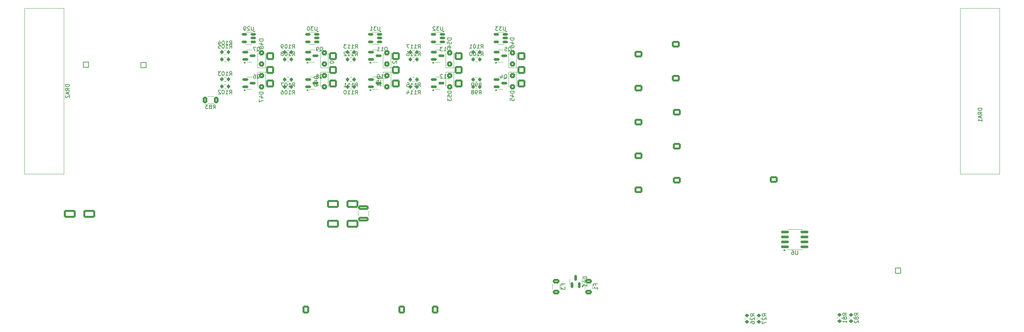
<source format=gbr>
%TF.GenerationSoftware,KiCad,Pcbnew,8.0.0*%
%TF.CreationDate,2024-07-08T15:04:36+07:00*%
%TF.ProjectId,SmartEnergyMag_System,536d6172-7445-46e6-9572-67794d61675f,rev?*%
%TF.SameCoordinates,Original*%
%TF.FileFunction,Legend,Bot*%
%TF.FilePolarity,Positive*%
%FSLAX46Y46*%
G04 Gerber Fmt 4.6, Leading zero omitted, Abs format (unit mm)*
G04 Created by KiCad (PCBNEW 8.0.0) date 2024-07-08 15:04:36*
%MOMM*%
%LPD*%
G01*
G04 APERTURE LIST*
G04 Aperture macros list*
%AMRoundRect*
0 Rectangle with rounded corners*
0 $1 Rounding radius*
0 $2 $3 $4 $5 $6 $7 $8 $9 X,Y pos of 4 corners*
0 Add a 4 corners polygon primitive as box body*
4,1,4,$2,$3,$4,$5,$6,$7,$8,$9,$2,$3,0*
0 Add four circle primitives for the rounded corners*
1,1,$1+$1,$2,$3*
1,1,$1+$1,$4,$5*
1,1,$1+$1,$6,$7*
1,1,$1+$1,$8,$9*
0 Add four rect primitives between the rounded corners*
20,1,$1+$1,$2,$3,$4,$5,0*
20,1,$1+$1,$4,$5,$6,$7,0*
20,1,$1+$1,$6,$7,$8,$9,0*
20,1,$1+$1,$8,$9,$2,$3,0*%
%AMFreePoly0*
4,1,45,-3.000000,1.500000,-2.988481,1.685539,-2.937641,1.928004,-2.847586,2.158795,-2.720773,2.371615,-2.560660,2.560660,-2.371615,2.720773,-2.158795,2.847586,-1.928004,2.937641,-1.685539,2.988481,-1.500000,3.000000,1.500000,3.000000,1.685539,2.988481,1.928004,2.937641,2.158795,2.847586,2.371615,2.720773,2.560660,2.560660,2.720773,2.371615,2.847586,2.158795,2.937641,1.928004,
2.988481,1.685539,3.000000,1.500000,3.000000,-1.500000,2.988481,-1.685539,2.937641,-1.928004,2.847586,-2.158795,2.720773,-2.371615,2.560660,-2.560660,2.371615,-2.720773,2.158795,-2.847586,1.928004,-2.937641,1.685539,-2.988481,1.500000,-3.000000,-1.500000,-3.000000,-1.685539,-2.988481,-1.928004,-2.937641,-2.158795,-2.847586,-2.371615,-2.720773,-2.560660,-2.560660,-2.720773,-2.371615,
-2.847586,-2.158795,-2.937641,-1.928004,-2.988481,-1.685539,-3.000000,-1.500000,-3.000000,1.500000,-3.000000,1.500000,$1*%
G04 Aperture macros list end*
%ADD10C,0.150000*%
%ADD11C,0.120000*%
%ADD12RoundRect,0.250000X0.750000X-0.600000X0.750000X0.600000X-0.750000X0.600000X-0.750000X-0.600000X0*%
%ADD13O,2.000000X1.700000*%
%ADD14R,3.000000X3.000000*%
%ADD15C,3.000000*%
%ADD16R,1.600000X1.600000*%
%ADD17O,1.600000X1.600000*%
%ADD18C,2.000000*%
%ADD19C,2.700000*%
%ADD20C,1.400000*%
%ADD21O,1.400000X1.400000*%
%ADD22RoundRect,0.250000X-0.725000X0.600000X-0.725000X-0.600000X0.725000X-0.600000X0.725000X0.600000X0*%
%ADD23O,1.950000X1.700000*%
%ADD24RoundRect,0.275000X1.825000X0.825000X-1.825000X0.825000X-1.825000X-0.825000X1.825000X-0.825000X0*%
%ADD25RoundRect,0.250000X0.750000X-0.750000X0.750000X0.750000X-0.750000X0.750000X-0.750000X-0.750000X0*%
%ADD26C,0.800000*%
%ADD27C,6.400000*%
%ADD28RoundRect,0.250000X-0.750000X0.600000X-0.750000X-0.600000X0.750000X-0.600000X0.750000X0.600000X0*%
%ADD29R,1.800000X1.800000*%
%ADD30C,1.800000*%
%ADD31RoundRect,0.250000X-0.600000X-0.725000X0.600000X-0.725000X0.600000X0.725000X-0.600000X0.725000X0*%
%ADD32O,1.700000X1.950000*%
%ADD33C,3.200000*%
%ADD34RoundRect,1.500000X1.500000X1.500000X-1.500000X1.500000X-1.500000X-1.500000X1.500000X-1.500000X0*%
%ADD35FreePoly0,180.000000*%
%ADD36C,0.650000*%
%ADD37O,1.000000X2.100000*%
%ADD38O,1.000000X1.800000*%
%ADD39RoundRect,0.102000X-0.654000X-0.654000X0.654000X-0.654000X0.654000X0.654000X-0.654000X0.654000X0*%
%ADD40C,1.512000*%
%ADD41C,2.529000*%
%ADD42RoundRect,0.200000X-2.300000X0.800000X-2.300000X-0.800000X2.300000X-0.800000X2.300000X0.800000X0*%
%ADD43RoundRect,0.250000X-1.250000X0.750000X-1.250000X-0.750000X1.250000X-0.750000X1.250000X0.750000X0*%
%ADD44RoundRect,0.250000X1.250000X-0.750000X1.250000X0.750000X-1.250000X0.750000X-1.250000X-0.750000X0*%
%ADD45R,1.905000X2.000000*%
%ADD46O,1.905000X2.000000*%
%ADD47C,0.900000*%
%ADD48RoundRect,0.250000X0.600000X0.725000X-0.600000X0.725000X-0.600000X-0.725000X0.600000X-0.725000X0*%
%ADD49C,1.524000*%
%ADD50C,3.250000*%
%ADD51RoundRect,0.102000X0.699000X0.699000X-0.699000X0.699000X-0.699000X-0.699000X0.699000X-0.699000X0*%
%ADD52C,1.602000*%
%ADD53C,1.734000*%
%ADD54C,2.649000*%
%ADD55C,4.000000*%
%ADD56C,1.600000*%
%ADD57C,1.000000*%
%ADD58C,1.300000*%
%ADD59RoundRect,0.200000X-0.200000X-0.275000X0.200000X-0.275000X0.200000X0.275000X-0.200000X0.275000X0*%
%ADD60RoundRect,0.200000X0.200000X0.275000X-0.200000X0.275000X-0.200000X-0.275000X0.200000X-0.275000X0*%
%ADD61RoundRect,0.150000X0.512500X0.150000X-0.512500X0.150000X-0.512500X-0.150000X0.512500X-0.150000X0*%
%ADD62RoundRect,0.150000X-0.587500X-0.150000X0.587500X-0.150000X0.587500X0.150000X-0.587500X0.150000X0*%
%ADD63RoundRect,0.150000X-0.825000X-0.150000X0.825000X-0.150000X0.825000X0.150000X-0.825000X0.150000X0*%
%ADD64RoundRect,0.250000X-0.450000X0.400000X-0.450000X-0.400000X0.450000X-0.400000X0.450000X0.400000X0*%
%ADD65RoundRect,0.200000X0.275000X-0.200000X0.275000X0.200000X-0.275000X0.200000X-0.275000X-0.200000X0*%
%ADD66RoundRect,0.250000X-0.312500X-0.625000X0.312500X-0.625000X0.312500X0.625000X-0.312500X0.625000X0*%
%ADD67RoundRect,0.250000X0.450000X-0.400000X0.450000X0.400000X-0.450000X0.400000X-0.450000X-0.400000X0*%
%ADD68RoundRect,0.250000X0.625000X-0.375000X0.625000X0.375000X-0.625000X0.375000X-0.625000X-0.375000X0*%
%ADD69RoundRect,0.250000X-1.100000X0.325000X-1.100000X-0.325000X1.100000X-0.325000X1.100000X0.325000X0*%
%ADD70RoundRect,0.150000X0.150000X-0.587500X0.150000X0.587500X-0.150000X0.587500X-0.150000X-0.587500X0*%
G04 APERTURE END LIST*
D10*
X267229819Y-94333333D02*
X266229819Y-94333333D01*
X266229819Y-94333333D02*
X266229819Y-94571428D01*
X266229819Y-94571428D02*
X266277438Y-94714285D01*
X266277438Y-94714285D02*
X266372676Y-94809523D01*
X266372676Y-94809523D02*
X266467914Y-94857142D01*
X266467914Y-94857142D02*
X266658390Y-94904761D01*
X266658390Y-94904761D02*
X266801247Y-94904761D01*
X266801247Y-94904761D02*
X266991723Y-94857142D01*
X266991723Y-94857142D02*
X267086961Y-94809523D01*
X267086961Y-94809523D02*
X267182200Y-94714285D01*
X267182200Y-94714285D02*
X267229819Y-94571428D01*
X267229819Y-94571428D02*
X267229819Y-94333333D01*
X267229819Y-95904761D02*
X266753628Y-95571428D01*
X267229819Y-95333333D02*
X266229819Y-95333333D01*
X266229819Y-95333333D02*
X266229819Y-95714285D01*
X266229819Y-95714285D02*
X266277438Y-95809523D01*
X266277438Y-95809523D02*
X266325057Y-95857142D01*
X266325057Y-95857142D02*
X266420295Y-95904761D01*
X266420295Y-95904761D02*
X266563152Y-95904761D01*
X266563152Y-95904761D02*
X266658390Y-95857142D01*
X266658390Y-95857142D02*
X266706009Y-95809523D01*
X266706009Y-95809523D02*
X266753628Y-95714285D01*
X266753628Y-95714285D02*
X266753628Y-95333333D01*
X266944104Y-96285714D02*
X266944104Y-96761904D01*
X267229819Y-96190476D02*
X266229819Y-96523809D01*
X266229819Y-96523809D02*
X267229819Y-96857142D01*
X267229819Y-97714285D02*
X267229819Y-97142857D01*
X267229819Y-97428571D02*
X266229819Y-97428571D01*
X266229819Y-97428571D02*
X266372676Y-97333333D01*
X266372676Y-97333333D02*
X266467914Y-97238095D01*
X266467914Y-97238095D02*
X266515533Y-97142857D01*
X33544819Y-88218333D02*
X32544819Y-88218333D01*
X32544819Y-88218333D02*
X32544819Y-88456428D01*
X32544819Y-88456428D02*
X32592438Y-88599285D01*
X32592438Y-88599285D02*
X32687676Y-88694523D01*
X32687676Y-88694523D02*
X32782914Y-88742142D01*
X32782914Y-88742142D02*
X32973390Y-88789761D01*
X32973390Y-88789761D02*
X33116247Y-88789761D01*
X33116247Y-88789761D02*
X33306723Y-88742142D01*
X33306723Y-88742142D02*
X33401961Y-88694523D01*
X33401961Y-88694523D02*
X33497200Y-88599285D01*
X33497200Y-88599285D02*
X33544819Y-88456428D01*
X33544819Y-88456428D02*
X33544819Y-88218333D01*
X33544819Y-89789761D02*
X33068628Y-89456428D01*
X33544819Y-89218333D02*
X32544819Y-89218333D01*
X32544819Y-89218333D02*
X32544819Y-89599285D01*
X32544819Y-89599285D02*
X32592438Y-89694523D01*
X32592438Y-89694523D02*
X32640057Y-89742142D01*
X32640057Y-89742142D02*
X32735295Y-89789761D01*
X32735295Y-89789761D02*
X32878152Y-89789761D01*
X32878152Y-89789761D02*
X32973390Y-89742142D01*
X32973390Y-89742142D02*
X33021009Y-89694523D01*
X33021009Y-89694523D02*
X33068628Y-89599285D01*
X33068628Y-89599285D02*
X33068628Y-89218333D01*
X33259104Y-90170714D02*
X33259104Y-90646904D01*
X33544819Y-90075476D02*
X32544819Y-90408809D01*
X32544819Y-90408809D02*
X33544819Y-90742142D01*
X32640057Y-91027857D02*
X32592438Y-91075476D01*
X32592438Y-91075476D02*
X32544819Y-91170714D01*
X32544819Y-91170714D02*
X32544819Y-91408809D01*
X32544819Y-91408809D02*
X32592438Y-91504047D01*
X32592438Y-91504047D02*
X32640057Y-91551666D01*
X32640057Y-91551666D02*
X32735295Y-91599285D01*
X32735295Y-91599285D02*
X32830533Y-91599285D01*
X32830533Y-91599285D02*
X32973390Y-91551666D01*
X32973390Y-91551666D02*
X33544819Y-90980238D01*
X33544819Y-90980238D02*
X33544819Y-91599285D01*
X74544047Y-85892318D02*
X74877380Y-85416127D01*
X75115475Y-85892318D02*
X75115475Y-84892318D01*
X75115475Y-84892318D02*
X74734523Y-84892318D01*
X74734523Y-84892318D02*
X74639285Y-84939937D01*
X74639285Y-84939937D02*
X74591666Y-84987556D01*
X74591666Y-84987556D02*
X74544047Y-85082794D01*
X74544047Y-85082794D02*
X74544047Y-85225651D01*
X74544047Y-85225651D02*
X74591666Y-85320889D01*
X74591666Y-85320889D02*
X74639285Y-85368508D01*
X74639285Y-85368508D02*
X74734523Y-85416127D01*
X74734523Y-85416127D02*
X75115475Y-85416127D01*
X73591666Y-85892318D02*
X74163094Y-85892318D01*
X73877380Y-85892318D02*
X73877380Y-84892318D01*
X73877380Y-84892318D02*
X73972618Y-85035175D01*
X73972618Y-85035175D02*
X74067856Y-85130413D01*
X74067856Y-85130413D02*
X74163094Y-85178032D01*
X72972618Y-84892318D02*
X72877380Y-84892318D01*
X72877380Y-84892318D02*
X72782142Y-84939937D01*
X72782142Y-84939937D02*
X72734523Y-84987556D01*
X72734523Y-84987556D02*
X72686904Y-85082794D01*
X72686904Y-85082794D02*
X72639285Y-85273270D01*
X72639285Y-85273270D02*
X72639285Y-85511365D01*
X72639285Y-85511365D02*
X72686904Y-85701841D01*
X72686904Y-85701841D02*
X72734523Y-85797079D01*
X72734523Y-85797079D02*
X72782142Y-85844699D01*
X72782142Y-85844699D02*
X72877380Y-85892318D01*
X72877380Y-85892318D02*
X72972618Y-85892318D01*
X72972618Y-85892318D02*
X73067856Y-85844699D01*
X73067856Y-85844699D02*
X73115475Y-85797079D01*
X73115475Y-85797079D02*
X73163094Y-85701841D01*
X73163094Y-85701841D02*
X73210713Y-85511365D01*
X73210713Y-85511365D02*
X73210713Y-85273270D01*
X73210713Y-85273270D02*
X73163094Y-85082794D01*
X73163094Y-85082794D02*
X73115475Y-84987556D01*
X73115475Y-84987556D02*
X73067856Y-84939937D01*
X73067856Y-84939937D02*
X72972618Y-84892318D01*
X72305951Y-84892318D02*
X71686904Y-84892318D01*
X71686904Y-84892318D02*
X72020237Y-85273270D01*
X72020237Y-85273270D02*
X71877380Y-85273270D01*
X71877380Y-85273270D02*
X71782142Y-85320889D01*
X71782142Y-85320889D02*
X71734523Y-85368508D01*
X71734523Y-85368508D02*
X71686904Y-85463746D01*
X71686904Y-85463746D02*
X71686904Y-85701841D01*
X71686904Y-85701841D02*
X71734523Y-85797079D01*
X71734523Y-85797079D02*
X71782142Y-85844699D01*
X71782142Y-85844699D02*
X71877380Y-85892318D01*
X71877380Y-85892318D02*
X72163094Y-85892318D01*
X72163094Y-85892318D02*
X72258332Y-85844699D01*
X72258332Y-85844699D02*
X72305951Y-85797079D01*
X106724047Y-78937320D02*
X107057380Y-78461129D01*
X107295475Y-78937320D02*
X107295475Y-77937320D01*
X107295475Y-77937320D02*
X106914523Y-77937320D01*
X106914523Y-77937320D02*
X106819285Y-77984939D01*
X106819285Y-77984939D02*
X106771666Y-78032558D01*
X106771666Y-78032558D02*
X106724047Y-78127796D01*
X106724047Y-78127796D02*
X106724047Y-78270653D01*
X106724047Y-78270653D02*
X106771666Y-78365891D01*
X106771666Y-78365891D02*
X106819285Y-78413510D01*
X106819285Y-78413510D02*
X106914523Y-78461129D01*
X106914523Y-78461129D02*
X107295475Y-78461129D01*
X105771666Y-78937320D02*
X106343094Y-78937320D01*
X106057380Y-78937320D02*
X106057380Y-77937320D01*
X106057380Y-77937320D02*
X106152618Y-78080177D01*
X106152618Y-78080177D02*
X106247856Y-78175415D01*
X106247856Y-78175415D02*
X106343094Y-78223034D01*
X104819285Y-78937320D02*
X105390713Y-78937320D01*
X105104999Y-78937320D02*
X105104999Y-77937320D01*
X105104999Y-77937320D02*
X105200237Y-78080177D01*
X105200237Y-78080177D02*
X105295475Y-78175415D01*
X105295475Y-78175415D02*
X105390713Y-78223034D01*
X104485951Y-77937320D02*
X103866904Y-77937320D01*
X103866904Y-77937320D02*
X104200237Y-78318272D01*
X104200237Y-78318272D02*
X104057380Y-78318272D01*
X104057380Y-78318272D02*
X103962142Y-78365891D01*
X103962142Y-78365891D02*
X103914523Y-78413510D01*
X103914523Y-78413510D02*
X103866904Y-78508748D01*
X103866904Y-78508748D02*
X103866904Y-78746843D01*
X103866904Y-78746843D02*
X103914523Y-78842081D01*
X103914523Y-78842081D02*
X103962142Y-78889701D01*
X103962142Y-78889701D02*
X104057380Y-78937320D01*
X104057380Y-78937320D02*
X104343094Y-78937320D01*
X104343094Y-78937320D02*
X104438332Y-78889701D01*
X104438332Y-78889701D02*
X104485951Y-78842081D01*
X138427857Y-90697320D02*
X138761190Y-90221129D01*
X138999285Y-90697320D02*
X138999285Y-89697320D01*
X138999285Y-89697320D02*
X138618333Y-89697320D01*
X138618333Y-89697320D02*
X138523095Y-89744939D01*
X138523095Y-89744939D02*
X138475476Y-89792558D01*
X138475476Y-89792558D02*
X138427857Y-89887796D01*
X138427857Y-89887796D02*
X138427857Y-90030653D01*
X138427857Y-90030653D02*
X138475476Y-90125891D01*
X138475476Y-90125891D02*
X138523095Y-90173510D01*
X138523095Y-90173510D02*
X138618333Y-90221129D01*
X138618333Y-90221129D02*
X138999285Y-90221129D01*
X137951666Y-90697320D02*
X137761190Y-90697320D01*
X137761190Y-90697320D02*
X137665952Y-90649701D01*
X137665952Y-90649701D02*
X137618333Y-90602081D01*
X137618333Y-90602081D02*
X137523095Y-90459224D01*
X137523095Y-90459224D02*
X137475476Y-90268748D01*
X137475476Y-90268748D02*
X137475476Y-89887796D01*
X137475476Y-89887796D02*
X137523095Y-89792558D01*
X137523095Y-89792558D02*
X137570714Y-89744939D01*
X137570714Y-89744939D02*
X137665952Y-89697320D01*
X137665952Y-89697320D02*
X137856428Y-89697320D01*
X137856428Y-89697320D02*
X137951666Y-89744939D01*
X137951666Y-89744939D02*
X137999285Y-89792558D01*
X137999285Y-89792558D02*
X138046904Y-89887796D01*
X138046904Y-89887796D02*
X138046904Y-90125891D01*
X138046904Y-90125891D02*
X137999285Y-90221129D01*
X137999285Y-90221129D02*
X137951666Y-90268748D01*
X137951666Y-90268748D02*
X137856428Y-90316367D01*
X137856428Y-90316367D02*
X137665952Y-90316367D01*
X137665952Y-90316367D02*
X137570714Y-90268748D01*
X137570714Y-90268748D02*
X137523095Y-90221129D01*
X137523095Y-90221129D02*
X137475476Y-90125891D01*
X136904047Y-90125891D02*
X136999285Y-90078272D01*
X136999285Y-90078272D02*
X137046904Y-90030653D01*
X137046904Y-90030653D02*
X137094523Y-89935415D01*
X137094523Y-89935415D02*
X137094523Y-89887796D01*
X137094523Y-89887796D02*
X137046904Y-89792558D01*
X137046904Y-89792558D02*
X136999285Y-89744939D01*
X136999285Y-89744939D02*
X136904047Y-89697320D01*
X136904047Y-89697320D02*
X136713571Y-89697320D01*
X136713571Y-89697320D02*
X136618333Y-89744939D01*
X136618333Y-89744939D02*
X136570714Y-89792558D01*
X136570714Y-89792558D02*
X136523095Y-89887796D01*
X136523095Y-89887796D02*
X136523095Y-89935415D01*
X136523095Y-89935415D02*
X136570714Y-90030653D01*
X136570714Y-90030653D02*
X136618333Y-90078272D01*
X136618333Y-90078272D02*
X136713571Y-90125891D01*
X136713571Y-90125891D02*
X136904047Y-90125891D01*
X136904047Y-90125891D02*
X136999285Y-90173510D01*
X136999285Y-90173510D02*
X137046904Y-90221129D01*
X137046904Y-90221129D02*
X137094523Y-90316367D01*
X137094523Y-90316367D02*
X137094523Y-90506843D01*
X137094523Y-90506843D02*
X137046904Y-90602081D01*
X137046904Y-90602081D02*
X136999285Y-90649701D01*
X136999285Y-90649701D02*
X136904047Y-90697320D01*
X136904047Y-90697320D02*
X136713571Y-90697320D01*
X136713571Y-90697320D02*
X136618333Y-90649701D01*
X136618333Y-90649701D02*
X136570714Y-90602081D01*
X136570714Y-90602081D02*
X136523095Y-90506843D01*
X136523095Y-90506843D02*
X136523095Y-90316367D01*
X136523095Y-90316367D02*
X136570714Y-90221129D01*
X136570714Y-90221129D02*
X136618333Y-90173510D01*
X136618333Y-90173510D02*
X136713571Y-90125891D01*
X138427857Y-88797320D02*
X138761190Y-88321129D01*
X138999285Y-88797320D02*
X138999285Y-87797320D01*
X138999285Y-87797320D02*
X138618333Y-87797320D01*
X138618333Y-87797320D02*
X138523095Y-87844939D01*
X138523095Y-87844939D02*
X138475476Y-87892558D01*
X138475476Y-87892558D02*
X138427857Y-87987796D01*
X138427857Y-87987796D02*
X138427857Y-88130653D01*
X138427857Y-88130653D02*
X138475476Y-88225891D01*
X138475476Y-88225891D02*
X138523095Y-88273510D01*
X138523095Y-88273510D02*
X138618333Y-88321129D01*
X138618333Y-88321129D02*
X138999285Y-88321129D01*
X137951666Y-88797320D02*
X137761190Y-88797320D01*
X137761190Y-88797320D02*
X137665952Y-88749701D01*
X137665952Y-88749701D02*
X137618333Y-88702081D01*
X137618333Y-88702081D02*
X137523095Y-88559224D01*
X137523095Y-88559224D02*
X137475476Y-88368748D01*
X137475476Y-88368748D02*
X137475476Y-87987796D01*
X137475476Y-87987796D02*
X137523095Y-87892558D01*
X137523095Y-87892558D02*
X137570714Y-87844939D01*
X137570714Y-87844939D02*
X137665952Y-87797320D01*
X137665952Y-87797320D02*
X137856428Y-87797320D01*
X137856428Y-87797320D02*
X137951666Y-87844939D01*
X137951666Y-87844939D02*
X137999285Y-87892558D01*
X137999285Y-87892558D02*
X138046904Y-87987796D01*
X138046904Y-87987796D02*
X138046904Y-88225891D01*
X138046904Y-88225891D02*
X137999285Y-88321129D01*
X137999285Y-88321129D02*
X137951666Y-88368748D01*
X137951666Y-88368748D02*
X137856428Y-88416367D01*
X137856428Y-88416367D02*
X137665952Y-88416367D01*
X137665952Y-88416367D02*
X137570714Y-88368748D01*
X137570714Y-88368748D02*
X137523095Y-88321129D01*
X137523095Y-88321129D02*
X137475476Y-88225891D01*
X136999285Y-88797320D02*
X136808809Y-88797320D01*
X136808809Y-88797320D02*
X136713571Y-88749701D01*
X136713571Y-88749701D02*
X136665952Y-88702081D01*
X136665952Y-88702081D02*
X136570714Y-88559224D01*
X136570714Y-88559224D02*
X136523095Y-88368748D01*
X136523095Y-88368748D02*
X136523095Y-87987796D01*
X136523095Y-87987796D02*
X136570714Y-87892558D01*
X136570714Y-87892558D02*
X136618333Y-87844939D01*
X136618333Y-87844939D02*
X136713571Y-87797320D01*
X136713571Y-87797320D02*
X136904047Y-87797320D01*
X136904047Y-87797320D02*
X136999285Y-87844939D01*
X136999285Y-87844939D02*
X137046904Y-87892558D01*
X137046904Y-87892558D02*
X137094523Y-87987796D01*
X137094523Y-87987796D02*
X137094523Y-88225891D01*
X137094523Y-88225891D02*
X137046904Y-88321129D01*
X137046904Y-88321129D02*
X136999285Y-88368748D01*
X136999285Y-88368748D02*
X136904047Y-88416367D01*
X136904047Y-88416367D02*
X136713571Y-88416367D01*
X136713571Y-88416367D02*
X136618333Y-88368748D01*
X136618333Y-88368748D02*
X136570714Y-88321129D01*
X136570714Y-88321129D02*
X136523095Y-88225891D01*
X80720594Y-73354819D02*
X80720594Y-74164342D01*
X80720594Y-74164342D02*
X80672975Y-74259580D01*
X80672975Y-74259580D02*
X80625356Y-74307200D01*
X80625356Y-74307200D02*
X80530118Y-74354819D01*
X80530118Y-74354819D02*
X80339642Y-74354819D01*
X80339642Y-74354819D02*
X80244404Y-74307200D01*
X80244404Y-74307200D02*
X80196785Y-74259580D01*
X80196785Y-74259580D02*
X80149166Y-74164342D01*
X80149166Y-74164342D02*
X80149166Y-73354819D01*
X79720594Y-73450057D02*
X79672975Y-73402438D01*
X79672975Y-73402438D02*
X79577737Y-73354819D01*
X79577737Y-73354819D02*
X79339642Y-73354819D01*
X79339642Y-73354819D02*
X79244404Y-73402438D01*
X79244404Y-73402438D02*
X79196785Y-73450057D01*
X79196785Y-73450057D02*
X79149166Y-73545295D01*
X79149166Y-73545295D02*
X79149166Y-73640533D01*
X79149166Y-73640533D02*
X79196785Y-73783390D01*
X79196785Y-73783390D02*
X79768213Y-74354819D01*
X79768213Y-74354819D02*
X79149166Y-74354819D01*
X78672975Y-74354819D02*
X78482499Y-74354819D01*
X78482499Y-74354819D02*
X78387261Y-74307200D01*
X78387261Y-74307200D02*
X78339642Y-74259580D01*
X78339642Y-74259580D02*
X78244404Y-74116723D01*
X78244404Y-74116723D02*
X78196785Y-73926247D01*
X78196785Y-73926247D02*
X78196785Y-73545295D01*
X78196785Y-73545295D02*
X78244404Y-73450057D01*
X78244404Y-73450057D02*
X78292023Y-73402438D01*
X78292023Y-73402438D02*
X78387261Y-73354819D01*
X78387261Y-73354819D02*
X78577737Y-73354819D01*
X78577737Y-73354819D02*
X78672975Y-73402438D01*
X78672975Y-73402438D02*
X78720594Y-73450057D01*
X78720594Y-73450057D02*
X78768213Y-73545295D01*
X78768213Y-73545295D02*
X78768213Y-73783390D01*
X78768213Y-73783390D02*
X78720594Y-73878628D01*
X78720594Y-73878628D02*
X78672975Y-73926247D01*
X78672975Y-73926247D02*
X78577737Y-73973866D01*
X78577737Y-73973866D02*
X78387261Y-73973866D01*
X78387261Y-73973866D02*
X78292023Y-73926247D01*
X78292023Y-73926247D02*
X78244404Y-73878628D01*
X78244404Y-73878628D02*
X78196785Y-73783390D01*
X130331428Y-86712557D02*
X130426666Y-86664938D01*
X130426666Y-86664938D02*
X130521904Y-86569700D01*
X130521904Y-86569700D02*
X130664761Y-86426842D01*
X130664761Y-86426842D02*
X130759999Y-86379223D01*
X130759999Y-86379223D02*
X130855237Y-86379223D01*
X130807618Y-86617319D02*
X130902856Y-86569700D01*
X130902856Y-86569700D02*
X130998094Y-86474461D01*
X130998094Y-86474461D02*
X131045713Y-86283985D01*
X131045713Y-86283985D02*
X131045713Y-85950652D01*
X131045713Y-85950652D02*
X130998094Y-85760176D01*
X130998094Y-85760176D02*
X130902856Y-85664938D01*
X130902856Y-85664938D02*
X130807618Y-85617319D01*
X130807618Y-85617319D02*
X130617142Y-85617319D01*
X130617142Y-85617319D02*
X130521904Y-85664938D01*
X130521904Y-85664938D02*
X130426666Y-85760176D01*
X130426666Y-85760176D02*
X130379047Y-85950652D01*
X130379047Y-85950652D02*
X130379047Y-86283985D01*
X130379047Y-86283985D02*
X130426666Y-86474461D01*
X130426666Y-86474461D02*
X130521904Y-86569700D01*
X130521904Y-86569700D02*
X130617142Y-86617319D01*
X130617142Y-86617319D02*
X130807618Y-86617319D01*
X129426666Y-86617319D02*
X129998094Y-86617319D01*
X129712380Y-86617319D02*
X129712380Y-85617319D01*
X129712380Y-85617319D02*
X129807618Y-85760176D01*
X129807618Y-85760176D02*
X129902856Y-85855414D01*
X129902856Y-85855414D02*
X129998094Y-85903033D01*
X129045713Y-85712557D02*
X128998094Y-85664938D01*
X128998094Y-85664938D02*
X128902856Y-85617319D01*
X128902856Y-85617319D02*
X128664761Y-85617319D01*
X128664761Y-85617319D02*
X128569523Y-85664938D01*
X128569523Y-85664938D02*
X128521904Y-85712557D01*
X128521904Y-85712557D02*
X128474285Y-85807795D01*
X128474285Y-85807795D02*
X128474285Y-85903033D01*
X128474285Y-85903033D02*
X128521904Y-86045890D01*
X128521904Y-86045890D02*
X129093332Y-86617319D01*
X129093332Y-86617319D02*
X128474285Y-86617319D01*
X220057866Y-130835781D02*
X220057866Y-131645304D01*
X220057866Y-131645304D02*
X220010247Y-131740542D01*
X220010247Y-131740542D02*
X219962628Y-131788162D01*
X219962628Y-131788162D02*
X219867390Y-131835781D01*
X219867390Y-131835781D02*
X219676914Y-131835781D01*
X219676914Y-131835781D02*
X219581676Y-131788162D01*
X219581676Y-131788162D02*
X219534057Y-131740542D01*
X219534057Y-131740542D02*
X219486438Y-131645304D01*
X219486438Y-131645304D02*
X219486438Y-130835781D01*
X218581676Y-130835781D02*
X218772152Y-130835781D01*
X218772152Y-130835781D02*
X218867390Y-130883400D01*
X218867390Y-130883400D02*
X218915009Y-130931019D01*
X218915009Y-130931019D02*
X219010247Y-131073876D01*
X219010247Y-131073876D02*
X219057866Y-131264352D01*
X219057866Y-131264352D02*
X219057866Y-131645304D01*
X219057866Y-131645304D02*
X219010247Y-131740542D01*
X219010247Y-131740542D02*
X218962628Y-131788162D01*
X218962628Y-131788162D02*
X218867390Y-131835781D01*
X218867390Y-131835781D02*
X218676914Y-131835781D01*
X218676914Y-131835781D02*
X218581676Y-131788162D01*
X218581676Y-131788162D02*
X218534057Y-131740542D01*
X218534057Y-131740542D02*
X218486438Y-131645304D01*
X218486438Y-131645304D02*
X218486438Y-131407209D01*
X218486438Y-131407209D02*
X218534057Y-131311971D01*
X218534057Y-131311971D02*
X218581676Y-131264352D01*
X218581676Y-131264352D02*
X218676914Y-131216733D01*
X218676914Y-131216733D02*
X218867390Y-131216733D01*
X218867390Y-131216733D02*
X218962628Y-131264352D01*
X218962628Y-131264352D02*
X219010247Y-131311971D01*
X219010247Y-131311971D02*
X219057866Y-131407209D01*
X131390444Y-89923215D02*
X130390444Y-89923215D01*
X130390444Y-89923215D02*
X130390444Y-90161310D01*
X130390444Y-90161310D02*
X130438063Y-90304167D01*
X130438063Y-90304167D02*
X130533301Y-90399405D01*
X130533301Y-90399405D02*
X130628539Y-90447024D01*
X130628539Y-90447024D02*
X130819015Y-90494643D01*
X130819015Y-90494643D02*
X130961872Y-90494643D01*
X130961872Y-90494643D02*
X131152348Y-90447024D01*
X131152348Y-90447024D02*
X131247586Y-90399405D01*
X131247586Y-90399405D02*
X131342825Y-90304167D01*
X131342825Y-90304167D02*
X131390444Y-90161310D01*
X131390444Y-90161310D02*
X131390444Y-89923215D01*
X130390444Y-91399405D02*
X130390444Y-90923215D01*
X130390444Y-90923215D02*
X130866634Y-90875596D01*
X130866634Y-90875596D02*
X130819015Y-90923215D01*
X130819015Y-90923215D02*
X130771396Y-91018453D01*
X130771396Y-91018453D02*
X130771396Y-91256548D01*
X130771396Y-91256548D02*
X130819015Y-91351786D01*
X130819015Y-91351786D02*
X130866634Y-91399405D01*
X130866634Y-91399405D02*
X130961872Y-91447024D01*
X130961872Y-91447024D02*
X131199967Y-91447024D01*
X131199967Y-91447024D02*
X131295205Y-91399405D01*
X131295205Y-91399405D02*
X131342825Y-91351786D01*
X131342825Y-91351786D02*
X131390444Y-91256548D01*
X131390444Y-91256548D02*
X131390444Y-91018453D01*
X131390444Y-91018453D02*
X131342825Y-90923215D01*
X131342825Y-90923215D02*
X131295205Y-90875596D01*
X130390444Y-91780358D02*
X130390444Y-92399405D01*
X130390444Y-92399405D02*
X130771396Y-92066072D01*
X130771396Y-92066072D02*
X130771396Y-92208929D01*
X130771396Y-92208929D02*
X130819015Y-92304167D01*
X130819015Y-92304167D02*
X130866634Y-92351786D01*
X130866634Y-92351786D02*
X130961872Y-92399405D01*
X130961872Y-92399405D02*
X131199967Y-92399405D01*
X131199967Y-92399405D02*
X131295205Y-92351786D01*
X131295205Y-92351786D02*
X131342825Y-92304167D01*
X131342825Y-92304167D02*
X131390444Y-92208929D01*
X131390444Y-92208929D02*
X131390444Y-91923215D01*
X131390444Y-91923215D02*
X131342825Y-91827977D01*
X131342825Y-91827977D02*
X131295205Y-91780358D01*
X232604819Y-147477142D02*
X232128628Y-147143809D01*
X232604819Y-146905714D02*
X231604819Y-146905714D01*
X231604819Y-146905714D02*
X231604819Y-147286666D01*
X231604819Y-147286666D02*
X231652438Y-147381904D01*
X231652438Y-147381904D02*
X231700057Y-147429523D01*
X231700057Y-147429523D02*
X231795295Y-147477142D01*
X231795295Y-147477142D02*
X231938152Y-147477142D01*
X231938152Y-147477142D02*
X232033390Y-147429523D01*
X232033390Y-147429523D02*
X232081009Y-147381904D01*
X232081009Y-147381904D02*
X232128628Y-147286666D01*
X232128628Y-147286666D02*
X232128628Y-146905714D01*
X232033390Y-148048571D02*
X231985771Y-147953333D01*
X231985771Y-147953333D02*
X231938152Y-147905714D01*
X231938152Y-147905714D02*
X231842914Y-147858095D01*
X231842914Y-147858095D02*
X231795295Y-147858095D01*
X231795295Y-147858095D02*
X231700057Y-147905714D01*
X231700057Y-147905714D02*
X231652438Y-147953333D01*
X231652438Y-147953333D02*
X231604819Y-148048571D01*
X231604819Y-148048571D02*
X231604819Y-148239047D01*
X231604819Y-148239047D02*
X231652438Y-148334285D01*
X231652438Y-148334285D02*
X231700057Y-148381904D01*
X231700057Y-148381904D02*
X231795295Y-148429523D01*
X231795295Y-148429523D02*
X231842914Y-148429523D01*
X231842914Y-148429523D02*
X231938152Y-148381904D01*
X231938152Y-148381904D02*
X231985771Y-148334285D01*
X231985771Y-148334285D02*
X232033390Y-148239047D01*
X232033390Y-148239047D02*
X232033390Y-148048571D01*
X232033390Y-148048571D02*
X232081009Y-147953333D01*
X232081009Y-147953333D02*
X232128628Y-147905714D01*
X232128628Y-147905714D02*
X232223866Y-147858095D01*
X232223866Y-147858095D02*
X232414342Y-147858095D01*
X232414342Y-147858095D02*
X232509580Y-147905714D01*
X232509580Y-147905714D02*
X232557200Y-147953333D01*
X232557200Y-147953333D02*
X232604819Y-148048571D01*
X232604819Y-148048571D02*
X232604819Y-148239047D01*
X232604819Y-148239047D02*
X232557200Y-148334285D01*
X232557200Y-148334285D02*
X232509580Y-148381904D01*
X232509580Y-148381904D02*
X232414342Y-148429523D01*
X232414342Y-148429523D02*
X232223866Y-148429523D01*
X232223866Y-148429523D02*
X232128628Y-148381904D01*
X232128628Y-148381904D02*
X232081009Y-148334285D01*
X232081009Y-148334285D02*
X232033390Y-148239047D01*
X232604819Y-149381904D02*
X232604819Y-148810476D01*
X232604819Y-149096190D02*
X231604819Y-149096190D01*
X231604819Y-149096190D02*
X231747676Y-149000952D01*
X231747676Y-149000952D02*
X231842914Y-148905714D01*
X231842914Y-148905714D02*
X231890533Y-148810476D01*
X114241428Y-86712557D02*
X114336666Y-86664938D01*
X114336666Y-86664938D02*
X114431904Y-86569700D01*
X114431904Y-86569700D02*
X114574761Y-86426842D01*
X114574761Y-86426842D02*
X114669999Y-86379223D01*
X114669999Y-86379223D02*
X114765237Y-86379223D01*
X114717618Y-86617319D02*
X114812856Y-86569700D01*
X114812856Y-86569700D02*
X114908094Y-86474461D01*
X114908094Y-86474461D02*
X114955713Y-86283985D01*
X114955713Y-86283985D02*
X114955713Y-85950652D01*
X114955713Y-85950652D02*
X114908094Y-85760176D01*
X114908094Y-85760176D02*
X114812856Y-85664938D01*
X114812856Y-85664938D02*
X114717618Y-85617319D01*
X114717618Y-85617319D02*
X114527142Y-85617319D01*
X114527142Y-85617319D02*
X114431904Y-85664938D01*
X114431904Y-85664938D02*
X114336666Y-85760176D01*
X114336666Y-85760176D02*
X114289047Y-85950652D01*
X114289047Y-85950652D02*
X114289047Y-86283985D01*
X114289047Y-86283985D02*
X114336666Y-86474461D01*
X114336666Y-86474461D02*
X114431904Y-86569700D01*
X114431904Y-86569700D02*
X114527142Y-86617319D01*
X114527142Y-86617319D02*
X114717618Y-86617319D01*
X113336666Y-86617319D02*
X113908094Y-86617319D01*
X113622380Y-86617319D02*
X113622380Y-85617319D01*
X113622380Y-85617319D02*
X113717618Y-85760176D01*
X113717618Y-85760176D02*
X113812856Y-85855414D01*
X113812856Y-85855414D02*
X113908094Y-85903033D01*
X112717618Y-85617319D02*
X112622380Y-85617319D01*
X112622380Y-85617319D02*
X112527142Y-85664938D01*
X112527142Y-85664938D02*
X112479523Y-85712557D01*
X112479523Y-85712557D02*
X112431904Y-85807795D01*
X112431904Y-85807795D02*
X112384285Y-85998271D01*
X112384285Y-85998271D02*
X112384285Y-86236366D01*
X112384285Y-86236366D02*
X112431904Y-86426842D01*
X112431904Y-86426842D02*
X112479523Y-86522080D01*
X112479523Y-86522080D02*
X112527142Y-86569700D01*
X112527142Y-86569700D02*
X112622380Y-86617319D01*
X112622380Y-86617319D02*
X112717618Y-86617319D01*
X112717618Y-86617319D02*
X112812856Y-86569700D01*
X112812856Y-86569700D02*
X112860475Y-86522080D01*
X112860475Y-86522080D02*
X112908094Y-86426842D01*
X112908094Y-86426842D02*
X112955713Y-86236366D01*
X112955713Y-86236366D02*
X112955713Y-85998271D01*
X112955713Y-85998271D02*
X112908094Y-85807795D01*
X112908094Y-85807795D02*
X112860475Y-85712557D01*
X112860475Y-85712557D02*
X112812856Y-85664938D01*
X112812856Y-85664938D02*
X112717618Y-85617319D01*
X70362857Y-94424819D02*
X70696190Y-93948628D01*
X70934285Y-94424819D02*
X70934285Y-93424819D01*
X70934285Y-93424819D02*
X70553333Y-93424819D01*
X70553333Y-93424819D02*
X70458095Y-93472438D01*
X70458095Y-93472438D02*
X70410476Y-93520057D01*
X70410476Y-93520057D02*
X70362857Y-93615295D01*
X70362857Y-93615295D02*
X70362857Y-93758152D01*
X70362857Y-93758152D02*
X70410476Y-93853390D01*
X70410476Y-93853390D02*
X70458095Y-93901009D01*
X70458095Y-93901009D02*
X70553333Y-93948628D01*
X70553333Y-93948628D02*
X70934285Y-93948628D01*
X69791428Y-93853390D02*
X69886666Y-93805771D01*
X69886666Y-93805771D02*
X69934285Y-93758152D01*
X69934285Y-93758152D02*
X69981904Y-93662914D01*
X69981904Y-93662914D02*
X69981904Y-93615295D01*
X69981904Y-93615295D02*
X69934285Y-93520057D01*
X69934285Y-93520057D02*
X69886666Y-93472438D01*
X69886666Y-93472438D02*
X69791428Y-93424819D01*
X69791428Y-93424819D02*
X69600952Y-93424819D01*
X69600952Y-93424819D02*
X69505714Y-93472438D01*
X69505714Y-93472438D02*
X69458095Y-93520057D01*
X69458095Y-93520057D02*
X69410476Y-93615295D01*
X69410476Y-93615295D02*
X69410476Y-93662914D01*
X69410476Y-93662914D02*
X69458095Y-93758152D01*
X69458095Y-93758152D02*
X69505714Y-93805771D01*
X69505714Y-93805771D02*
X69600952Y-93853390D01*
X69600952Y-93853390D02*
X69791428Y-93853390D01*
X69791428Y-93853390D02*
X69886666Y-93901009D01*
X69886666Y-93901009D02*
X69934285Y-93948628D01*
X69934285Y-93948628D02*
X69981904Y-94043866D01*
X69981904Y-94043866D02*
X69981904Y-94234342D01*
X69981904Y-94234342D02*
X69934285Y-94329580D01*
X69934285Y-94329580D02*
X69886666Y-94377200D01*
X69886666Y-94377200D02*
X69791428Y-94424819D01*
X69791428Y-94424819D02*
X69600952Y-94424819D01*
X69600952Y-94424819D02*
X69505714Y-94377200D01*
X69505714Y-94377200D02*
X69458095Y-94329580D01*
X69458095Y-94329580D02*
X69410476Y-94234342D01*
X69410476Y-94234342D02*
X69410476Y-94043866D01*
X69410476Y-94043866D02*
X69458095Y-93948628D01*
X69458095Y-93948628D02*
X69505714Y-93901009D01*
X69505714Y-93901009D02*
X69600952Y-93853390D01*
X69077142Y-93424819D02*
X68458095Y-93424819D01*
X68458095Y-93424819D02*
X68791428Y-93805771D01*
X68791428Y-93805771D02*
X68648571Y-93805771D01*
X68648571Y-93805771D02*
X68553333Y-93853390D01*
X68553333Y-93853390D02*
X68505714Y-93901009D01*
X68505714Y-93901009D02*
X68458095Y-93996247D01*
X68458095Y-93996247D02*
X68458095Y-94234342D01*
X68458095Y-94234342D02*
X68505714Y-94329580D01*
X68505714Y-94329580D02*
X68553333Y-94377200D01*
X68553333Y-94377200D02*
X68648571Y-94424819D01*
X68648571Y-94424819D02*
X68934285Y-94424819D01*
X68934285Y-94424819D02*
X69029523Y-94377200D01*
X69029523Y-94377200D02*
X69077142Y-94329580D01*
X211974819Y-147657142D02*
X211498628Y-147323809D01*
X211974819Y-147085714D02*
X210974819Y-147085714D01*
X210974819Y-147085714D02*
X210974819Y-147466666D01*
X210974819Y-147466666D02*
X211022438Y-147561904D01*
X211022438Y-147561904D02*
X211070057Y-147609523D01*
X211070057Y-147609523D02*
X211165295Y-147657142D01*
X211165295Y-147657142D02*
X211308152Y-147657142D01*
X211308152Y-147657142D02*
X211403390Y-147609523D01*
X211403390Y-147609523D02*
X211451009Y-147561904D01*
X211451009Y-147561904D02*
X211498628Y-147466666D01*
X211498628Y-147466666D02*
X211498628Y-147085714D01*
X211070057Y-148038095D02*
X211022438Y-148085714D01*
X211022438Y-148085714D02*
X210974819Y-148180952D01*
X210974819Y-148180952D02*
X210974819Y-148419047D01*
X210974819Y-148419047D02*
X211022438Y-148514285D01*
X211022438Y-148514285D02*
X211070057Y-148561904D01*
X211070057Y-148561904D02*
X211165295Y-148609523D01*
X211165295Y-148609523D02*
X211260533Y-148609523D01*
X211260533Y-148609523D02*
X211403390Y-148561904D01*
X211403390Y-148561904D02*
X211974819Y-147990476D01*
X211974819Y-147990476D02*
X211974819Y-148609523D01*
X210974819Y-148942857D02*
X210974819Y-149609523D01*
X210974819Y-149609523D02*
X211974819Y-149180952D01*
X113075594Y-73354819D02*
X113075594Y-74164342D01*
X113075594Y-74164342D02*
X113027975Y-74259580D01*
X113027975Y-74259580D02*
X112980356Y-74307200D01*
X112980356Y-74307200D02*
X112885118Y-74354819D01*
X112885118Y-74354819D02*
X112694642Y-74354819D01*
X112694642Y-74354819D02*
X112599404Y-74307200D01*
X112599404Y-74307200D02*
X112551785Y-74259580D01*
X112551785Y-74259580D02*
X112504166Y-74164342D01*
X112504166Y-74164342D02*
X112504166Y-73354819D01*
X112123213Y-73354819D02*
X111504166Y-73354819D01*
X111504166Y-73354819D02*
X111837499Y-73735771D01*
X111837499Y-73735771D02*
X111694642Y-73735771D01*
X111694642Y-73735771D02*
X111599404Y-73783390D01*
X111599404Y-73783390D02*
X111551785Y-73831009D01*
X111551785Y-73831009D02*
X111504166Y-73926247D01*
X111504166Y-73926247D02*
X111504166Y-74164342D01*
X111504166Y-74164342D02*
X111551785Y-74259580D01*
X111551785Y-74259580D02*
X111599404Y-74307200D01*
X111599404Y-74307200D02*
X111694642Y-74354819D01*
X111694642Y-74354819D02*
X111980356Y-74354819D01*
X111980356Y-74354819D02*
X112075594Y-74307200D01*
X112075594Y-74307200D02*
X112123213Y-74259580D01*
X110551785Y-74354819D02*
X111123213Y-74354819D01*
X110837499Y-74354819D02*
X110837499Y-73354819D01*
X110837499Y-73354819D02*
X110932737Y-73497676D01*
X110932737Y-73497676D02*
X111027975Y-73592914D01*
X111027975Y-73592914D02*
X111123213Y-73640533D01*
X235594819Y-147477142D02*
X235118628Y-147143809D01*
X235594819Y-146905714D02*
X234594819Y-146905714D01*
X234594819Y-146905714D02*
X234594819Y-147286666D01*
X234594819Y-147286666D02*
X234642438Y-147381904D01*
X234642438Y-147381904D02*
X234690057Y-147429523D01*
X234690057Y-147429523D02*
X234785295Y-147477142D01*
X234785295Y-147477142D02*
X234928152Y-147477142D01*
X234928152Y-147477142D02*
X235023390Y-147429523D01*
X235023390Y-147429523D02*
X235071009Y-147381904D01*
X235071009Y-147381904D02*
X235118628Y-147286666D01*
X235118628Y-147286666D02*
X235118628Y-146905714D01*
X235023390Y-148048571D02*
X234975771Y-147953333D01*
X234975771Y-147953333D02*
X234928152Y-147905714D01*
X234928152Y-147905714D02*
X234832914Y-147858095D01*
X234832914Y-147858095D02*
X234785295Y-147858095D01*
X234785295Y-147858095D02*
X234690057Y-147905714D01*
X234690057Y-147905714D02*
X234642438Y-147953333D01*
X234642438Y-147953333D02*
X234594819Y-148048571D01*
X234594819Y-148048571D02*
X234594819Y-148239047D01*
X234594819Y-148239047D02*
X234642438Y-148334285D01*
X234642438Y-148334285D02*
X234690057Y-148381904D01*
X234690057Y-148381904D02*
X234785295Y-148429523D01*
X234785295Y-148429523D02*
X234832914Y-148429523D01*
X234832914Y-148429523D02*
X234928152Y-148381904D01*
X234928152Y-148381904D02*
X234975771Y-148334285D01*
X234975771Y-148334285D02*
X235023390Y-148239047D01*
X235023390Y-148239047D02*
X235023390Y-148048571D01*
X235023390Y-148048571D02*
X235071009Y-147953333D01*
X235071009Y-147953333D02*
X235118628Y-147905714D01*
X235118628Y-147905714D02*
X235213866Y-147858095D01*
X235213866Y-147858095D02*
X235404342Y-147858095D01*
X235404342Y-147858095D02*
X235499580Y-147905714D01*
X235499580Y-147905714D02*
X235547200Y-147953333D01*
X235547200Y-147953333D02*
X235594819Y-148048571D01*
X235594819Y-148048571D02*
X235594819Y-148239047D01*
X235594819Y-148239047D02*
X235547200Y-148334285D01*
X235547200Y-148334285D02*
X235499580Y-148381904D01*
X235499580Y-148381904D02*
X235404342Y-148429523D01*
X235404342Y-148429523D02*
X235213866Y-148429523D01*
X235213866Y-148429523D02*
X235118628Y-148381904D01*
X235118628Y-148381904D02*
X235071009Y-148334285D01*
X235071009Y-148334285D02*
X235023390Y-148239047D01*
X234690057Y-148810476D02*
X234642438Y-148858095D01*
X234642438Y-148858095D02*
X234594819Y-148953333D01*
X234594819Y-148953333D02*
X234594819Y-149191428D01*
X234594819Y-149191428D02*
X234642438Y-149286666D01*
X234642438Y-149286666D02*
X234690057Y-149334285D01*
X234690057Y-149334285D02*
X234785295Y-149381904D01*
X234785295Y-149381904D02*
X234880533Y-149381904D01*
X234880533Y-149381904D02*
X235023390Y-149334285D01*
X235023390Y-149334285D02*
X235594819Y-148762857D01*
X235594819Y-148762857D02*
X235594819Y-149381904D01*
X74544047Y-78937320D02*
X74877380Y-78461129D01*
X75115475Y-78937320D02*
X75115475Y-77937320D01*
X75115475Y-77937320D02*
X74734523Y-77937320D01*
X74734523Y-77937320D02*
X74639285Y-77984939D01*
X74639285Y-77984939D02*
X74591666Y-78032558D01*
X74591666Y-78032558D02*
X74544047Y-78127796D01*
X74544047Y-78127796D02*
X74544047Y-78270653D01*
X74544047Y-78270653D02*
X74591666Y-78365891D01*
X74591666Y-78365891D02*
X74639285Y-78413510D01*
X74639285Y-78413510D02*
X74734523Y-78461129D01*
X74734523Y-78461129D02*
X75115475Y-78461129D01*
X73591666Y-78937320D02*
X74163094Y-78937320D01*
X73877380Y-78937320D02*
X73877380Y-77937320D01*
X73877380Y-77937320D02*
X73972618Y-78080177D01*
X73972618Y-78080177D02*
X74067856Y-78175415D01*
X74067856Y-78175415D02*
X74163094Y-78223034D01*
X72972618Y-77937320D02*
X72877380Y-77937320D01*
X72877380Y-77937320D02*
X72782142Y-77984939D01*
X72782142Y-77984939D02*
X72734523Y-78032558D01*
X72734523Y-78032558D02*
X72686904Y-78127796D01*
X72686904Y-78127796D02*
X72639285Y-78318272D01*
X72639285Y-78318272D02*
X72639285Y-78556367D01*
X72639285Y-78556367D02*
X72686904Y-78746843D01*
X72686904Y-78746843D02*
X72734523Y-78842081D01*
X72734523Y-78842081D02*
X72782142Y-78889701D01*
X72782142Y-78889701D02*
X72877380Y-78937320D01*
X72877380Y-78937320D02*
X72972618Y-78937320D01*
X72972618Y-78937320D02*
X73067856Y-78889701D01*
X73067856Y-78889701D02*
X73115475Y-78842081D01*
X73115475Y-78842081D02*
X73163094Y-78746843D01*
X73163094Y-78746843D02*
X73210713Y-78556367D01*
X73210713Y-78556367D02*
X73210713Y-78318272D01*
X73210713Y-78318272D02*
X73163094Y-78127796D01*
X73163094Y-78127796D02*
X73115475Y-78032558D01*
X73115475Y-78032558D02*
X73067856Y-77984939D01*
X73067856Y-77984939D02*
X72972618Y-77937320D01*
X71734523Y-77937320D02*
X72210713Y-77937320D01*
X72210713Y-77937320D02*
X72258332Y-78413510D01*
X72258332Y-78413510D02*
X72210713Y-78365891D01*
X72210713Y-78365891D02*
X72115475Y-78318272D01*
X72115475Y-78318272D02*
X71877380Y-78318272D01*
X71877380Y-78318272D02*
X71782142Y-78365891D01*
X71782142Y-78365891D02*
X71734523Y-78413510D01*
X71734523Y-78413510D02*
X71686904Y-78508748D01*
X71686904Y-78508748D02*
X71686904Y-78746843D01*
X71686904Y-78746843D02*
X71734523Y-78842081D01*
X71734523Y-78842081D02*
X71782142Y-78889701D01*
X71782142Y-78889701D02*
X71877380Y-78937320D01*
X71877380Y-78937320D02*
X72115475Y-78937320D01*
X72115475Y-78937320D02*
X72210713Y-78889701D01*
X72210713Y-78889701D02*
X72258332Y-78842081D01*
X97261693Y-86173215D02*
X96261693Y-86173215D01*
X96261693Y-86173215D02*
X96261693Y-86411310D01*
X96261693Y-86411310D02*
X96309312Y-86554167D01*
X96309312Y-86554167D02*
X96404550Y-86649405D01*
X96404550Y-86649405D02*
X96499788Y-86697024D01*
X96499788Y-86697024D02*
X96690264Y-86744643D01*
X96690264Y-86744643D02*
X96833121Y-86744643D01*
X96833121Y-86744643D02*
X97023597Y-86697024D01*
X97023597Y-86697024D02*
X97118835Y-86649405D01*
X97118835Y-86649405D02*
X97214074Y-86554167D01*
X97214074Y-86554167D02*
X97261693Y-86411310D01*
X97261693Y-86411310D02*
X97261693Y-86173215D01*
X96595026Y-87601786D02*
X97261693Y-87601786D01*
X96214074Y-87363691D02*
X96928359Y-87125596D01*
X96928359Y-87125596D02*
X96928359Y-87744643D01*
X97261693Y-88173215D02*
X97261693Y-88363691D01*
X97261693Y-88363691D02*
X97214074Y-88458929D01*
X97214074Y-88458929D02*
X97166454Y-88506548D01*
X97166454Y-88506548D02*
X97023597Y-88601786D01*
X97023597Y-88601786D02*
X96833121Y-88649405D01*
X96833121Y-88649405D02*
X96452169Y-88649405D01*
X96452169Y-88649405D02*
X96356931Y-88601786D01*
X96356931Y-88601786D02*
X96309312Y-88554167D01*
X96309312Y-88554167D02*
X96261693Y-88458929D01*
X96261693Y-88458929D02*
X96261693Y-88268453D01*
X96261693Y-88268453D02*
X96309312Y-88173215D01*
X96309312Y-88173215D02*
X96356931Y-88125596D01*
X96356931Y-88125596D02*
X96452169Y-88077977D01*
X96452169Y-88077977D02*
X96690264Y-88077977D01*
X96690264Y-88077977D02*
X96785502Y-88125596D01*
X96785502Y-88125596D02*
X96833121Y-88173215D01*
X96833121Y-88173215D02*
X96880740Y-88268453D01*
X96880740Y-88268453D02*
X96880740Y-88458929D01*
X96880740Y-88458929D02*
X96833121Y-88554167D01*
X96833121Y-88554167D02*
X96785502Y-88601786D01*
X96785502Y-88601786D02*
X96690264Y-88649405D01*
X90634047Y-90697320D02*
X90967380Y-90221129D01*
X91205475Y-90697320D02*
X91205475Y-89697320D01*
X91205475Y-89697320D02*
X90824523Y-89697320D01*
X90824523Y-89697320D02*
X90729285Y-89744939D01*
X90729285Y-89744939D02*
X90681666Y-89792558D01*
X90681666Y-89792558D02*
X90634047Y-89887796D01*
X90634047Y-89887796D02*
X90634047Y-90030653D01*
X90634047Y-90030653D02*
X90681666Y-90125891D01*
X90681666Y-90125891D02*
X90729285Y-90173510D01*
X90729285Y-90173510D02*
X90824523Y-90221129D01*
X90824523Y-90221129D02*
X91205475Y-90221129D01*
X89681666Y-90697320D02*
X90253094Y-90697320D01*
X89967380Y-90697320D02*
X89967380Y-89697320D01*
X89967380Y-89697320D02*
X90062618Y-89840177D01*
X90062618Y-89840177D02*
X90157856Y-89935415D01*
X90157856Y-89935415D02*
X90253094Y-89983034D01*
X89062618Y-89697320D02*
X88967380Y-89697320D01*
X88967380Y-89697320D02*
X88872142Y-89744939D01*
X88872142Y-89744939D02*
X88824523Y-89792558D01*
X88824523Y-89792558D02*
X88776904Y-89887796D01*
X88776904Y-89887796D02*
X88729285Y-90078272D01*
X88729285Y-90078272D02*
X88729285Y-90316367D01*
X88729285Y-90316367D02*
X88776904Y-90506843D01*
X88776904Y-90506843D02*
X88824523Y-90602081D01*
X88824523Y-90602081D02*
X88872142Y-90649701D01*
X88872142Y-90649701D02*
X88967380Y-90697320D01*
X88967380Y-90697320D02*
X89062618Y-90697320D01*
X89062618Y-90697320D02*
X89157856Y-90649701D01*
X89157856Y-90649701D02*
X89205475Y-90602081D01*
X89205475Y-90602081D02*
X89253094Y-90506843D01*
X89253094Y-90506843D02*
X89300713Y-90316367D01*
X89300713Y-90316367D02*
X89300713Y-90078272D01*
X89300713Y-90078272D02*
X89253094Y-89887796D01*
X89253094Y-89887796D02*
X89205475Y-89792558D01*
X89205475Y-89792558D02*
X89157856Y-89744939D01*
X89157856Y-89744939D02*
X89062618Y-89697320D01*
X87872142Y-89697320D02*
X88062618Y-89697320D01*
X88062618Y-89697320D02*
X88157856Y-89744939D01*
X88157856Y-89744939D02*
X88205475Y-89792558D01*
X88205475Y-89792558D02*
X88300713Y-89935415D01*
X88300713Y-89935415D02*
X88348332Y-90125891D01*
X88348332Y-90125891D02*
X88348332Y-90506843D01*
X88348332Y-90506843D02*
X88300713Y-90602081D01*
X88300713Y-90602081D02*
X88253094Y-90649701D01*
X88253094Y-90649701D02*
X88157856Y-90697320D01*
X88157856Y-90697320D02*
X87967380Y-90697320D01*
X87967380Y-90697320D02*
X87872142Y-90649701D01*
X87872142Y-90649701D02*
X87824523Y-90602081D01*
X87824523Y-90602081D02*
X87776904Y-90506843D01*
X87776904Y-90506843D02*
X87776904Y-90268748D01*
X87776904Y-90268748D02*
X87824523Y-90173510D01*
X87824523Y-90173510D02*
X87872142Y-90125891D01*
X87872142Y-90125891D02*
X87967380Y-90078272D01*
X87967380Y-90078272D02*
X88157856Y-90078272D01*
X88157856Y-90078272D02*
X88253094Y-90125891D01*
X88253094Y-90125891D02*
X88300713Y-90173510D01*
X88300713Y-90173510D02*
X88348332Y-90268748D01*
X114241428Y-79712557D02*
X114336666Y-79664938D01*
X114336666Y-79664938D02*
X114431904Y-79569700D01*
X114431904Y-79569700D02*
X114574761Y-79426842D01*
X114574761Y-79426842D02*
X114669999Y-79379223D01*
X114669999Y-79379223D02*
X114765237Y-79379223D01*
X114717618Y-79617319D02*
X114812856Y-79569700D01*
X114812856Y-79569700D02*
X114908094Y-79474461D01*
X114908094Y-79474461D02*
X114955713Y-79283985D01*
X114955713Y-79283985D02*
X114955713Y-78950652D01*
X114955713Y-78950652D02*
X114908094Y-78760176D01*
X114908094Y-78760176D02*
X114812856Y-78664938D01*
X114812856Y-78664938D02*
X114717618Y-78617319D01*
X114717618Y-78617319D02*
X114527142Y-78617319D01*
X114527142Y-78617319D02*
X114431904Y-78664938D01*
X114431904Y-78664938D02*
X114336666Y-78760176D01*
X114336666Y-78760176D02*
X114289047Y-78950652D01*
X114289047Y-78950652D02*
X114289047Y-79283985D01*
X114289047Y-79283985D02*
X114336666Y-79474461D01*
X114336666Y-79474461D02*
X114431904Y-79569700D01*
X114431904Y-79569700D02*
X114527142Y-79617319D01*
X114527142Y-79617319D02*
X114717618Y-79617319D01*
X113336666Y-79617319D02*
X113908094Y-79617319D01*
X113622380Y-79617319D02*
X113622380Y-78617319D01*
X113622380Y-78617319D02*
X113717618Y-78760176D01*
X113717618Y-78760176D02*
X113812856Y-78855414D01*
X113812856Y-78855414D02*
X113908094Y-78903033D01*
X112384285Y-79617319D02*
X112955713Y-79617319D01*
X112669999Y-79617319D02*
X112669999Y-78617319D01*
X112669999Y-78617319D02*
X112765237Y-78760176D01*
X112765237Y-78760176D02*
X112860475Y-78855414D01*
X112860475Y-78855414D02*
X112955713Y-78903033D01*
X129165594Y-73354819D02*
X129165594Y-74164342D01*
X129165594Y-74164342D02*
X129117975Y-74259580D01*
X129117975Y-74259580D02*
X129070356Y-74307200D01*
X129070356Y-74307200D02*
X128975118Y-74354819D01*
X128975118Y-74354819D02*
X128784642Y-74354819D01*
X128784642Y-74354819D02*
X128689404Y-74307200D01*
X128689404Y-74307200D02*
X128641785Y-74259580D01*
X128641785Y-74259580D02*
X128594166Y-74164342D01*
X128594166Y-74164342D02*
X128594166Y-73354819D01*
X128213213Y-73354819D02*
X127594166Y-73354819D01*
X127594166Y-73354819D02*
X127927499Y-73735771D01*
X127927499Y-73735771D02*
X127784642Y-73735771D01*
X127784642Y-73735771D02*
X127689404Y-73783390D01*
X127689404Y-73783390D02*
X127641785Y-73831009D01*
X127641785Y-73831009D02*
X127594166Y-73926247D01*
X127594166Y-73926247D02*
X127594166Y-74164342D01*
X127594166Y-74164342D02*
X127641785Y-74259580D01*
X127641785Y-74259580D02*
X127689404Y-74307200D01*
X127689404Y-74307200D02*
X127784642Y-74354819D01*
X127784642Y-74354819D02*
X128070356Y-74354819D01*
X128070356Y-74354819D02*
X128165594Y-74307200D01*
X128165594Y-74307200D02*
X128213213Y-74259580D01*
X127213213Y-73450057D02*
X127165594Y-73402438D01*
X127165594Y-73402438D02*
X127070356Y-73354819D01*
X127070356Y-73354819D02*
X126832261Y-73354819D01*
X126832261Y-73354819D02*
X126737023Y-73402438D01*
X126737023Y-73402438D02*
X126689404Y-73450057D01*
X126689404Y-73450057D02*
X126641785Y-73545295D01*
X126641785Y-73545295D02*
X126641785Y-73640533D01*
X126641785Y-73640533D02*
X126689404Y-73783390D01*
X126689404Y-73783390D02*
X127260832Y-74354819D01*
X127260832Y-74354819D02*
X126641785Y-74354819D01*
X97675238Y-79712557D02*
X97770476Y-79664938D01*
X97770476Y-79664938D02*
X97865714Y-79569700D01*
X97865714Y-79569700D02*
X98008571Y-79426842D01*
X98008571Y-79426842D02*
X98103809Y-79379223D01*
X98103809Y-79379223D02*
X98199047Y-79379223D01*
X98151428Y-79617319D02*
X98246666Y-79569700D01*
X98246666Y-79569700D02*
X98341904Y-79474461D01*
X98341904Y-79474461D02*
X98389523Y-79283985D01*
X98389523Y-79283985D02*
X98389523Y-78950652D01*
X98389523Y-78950652D02*
X98341904Y-78760176D01*
X98341904Y-78760176D02*
X98246666Y-78664938D01*
X98246666Y-78664938D02*
X98151428Y-78617319D01*
X98151428Y-78617319D02*
X97960952Y-78617319D01*
X97960952Y-78617319D02*
X97865714Y-78664938D01*
X97865714Y-78664938D02*
X97770476Y-78760176D01*
X97770476Y-78760176D02*
X97722857Y-78950652D01*
X97722857Y-78950652D02*
X97722857Y-79283985D01*
X97722857Y-79283985D02*
X97770476Y-79474461D01*
X97770476Y-79474461D02*
X97865714Y-79569700D01*
X97865714Y-79569700D02*
X97960952Y-79617319D01*
X97960952Y-79617319D02*
X98151428Y-79617319D01*
X97246666Y-79617319D02*
X97056190Y-79617319D01*
X97056190Y-79617319D02*
X96960952Y-79569700D01*
X96960952Y-79569700D02*
X96913333Y-79522080D01*
X96913333Y-79522080D02*
X96818095Y-79379223D01*
X96818095Y-79379223D02*
X96770476Y-79188747D01*
X96770476Y-79188747D02*
X96770476Y-78807795D01*
X96770476Y-78807795D02*
X96818095Y-78712557D01*
X96818095Y-78712557D02*
X96865714Y-78664938D01*
X96865714Y-78664938D02*
X96960952Y-78617319D01*
X96960952Y-78617319D02*
X97151428Y-78617319D01*
X97151428Y-78617319D02*
X97246666Y-78664938D01*
X97246666Y-78664938D02*
X97294285Y-78712557D01*
X97294285Y-78712557D02*
X97341904Y-78807795D01*
X97341904Y-78807795D02*
X97341904Y-79045890D01*
X97341904Y-79045890D02*
X97294285Y-79141128D01*
X97294285Y-79141128D02*
X97246666Y-79188747D01*
X97246666Y-79188747D02*
X97151428Y-79236366D01*
X97151428Y-79236366D02*
X96960952Y-79236366D01*
X96960952Y-79236366D02*
X96865714Y-79188747D01*
X96865714Y-79188747D02*
X96818095Y-79141128D01*
X96818095Y-79141128D02*
X96770476Y-79045890D01*
X147448229Y-89907305D02*
X146448229Y-89907305D01*
X146448229Y-89907305D02*
X146448229Y-90145400D01*
X146448229Y-90145400D02*
X146495848Y-90288257D01*
X146495848Y-90288257D02*
X146591086Y-90383495D01*
X146591086Y-90383495D02*
X146686324Y-90431114D01*
X146686324Y-90431114D02*
X146876800Y-90478733D01*
X146876800Y-90478733D02*
X147019657Y-90478733D01*
X147019657Y-90478733D02*
X147210133Y-90431114D01*
X147210133Y-90431114D02*
X147305371Y-90383495D01*
X147305371Y-90383495D02*
X147400610Y-90288257D01*
X147400610Y-90288257D02*
X147448229Y-90145400D01*
X147448229Y-90145400D02*
X147448229Y-89907305D01*
X146781562Y-91335876D02*
X147448229Y-91335876D01*
X146400610Y-91097781D02*
X147114895Y-90859686D01*
X147114895Y-90859686D02*
X147114895Y-91478733D01*
X146448229Y-92335876D02*
X146448229Y-91859686D01*
X146448229Y-91859686D02*
X146924419Y-91812067D01*
X146924419Y-91812067D02*
X146876800Y-91859686D01*
X146876800Y-91859686D02*
X146829181Y-91954924D01*
X146829181Y-91954924D02*
X146829181Y-92193019D01*
X146829181Y-92193019D02*
X146876800Y-92288257D01*
X146876800Y-92288257D02*
X146924419Y-92335876D01*
X146924419Y-92335876D02*
X147019657Y-92383495D01*
X147019657Y-92383495D02*
X147257752Y-92383495D01*
X147257752Y-92383495D02*
X147352990Y-92335876D01*
X147352990Y-92335876D02*
X147400610Y-92288257D01*
X147400610Y-92288257D02*
X147448229Y-92193019D01*
X147448229Y-92193019D02*
X147448229Y-91954924D01*
X147448229Y-91954924D02*
X147400610Y-91859686D01*
X147400610Y-91859686D02*
X147352990Y-91812067D01*
X122814047Y-80837320D02*
X123147380Y-80361129D01*
X123385475Y-80837320D02*
X123385475Y-79837320D01*
X123385475Y-79837320D02*
X123004523Y-79837320D01*
X123004523Y-79837320D02*
X122909285Y-79884939D01*
X122909285Y-79884939D02*
X122861666Y-79932558D01*
X122861666Y-79932558D02*
X122814047Y-80027796D01*
X122814047Y-80027796D02*
X122814047Y-80170653D01*
X122814047Y-80170653D02*
X122861666Y-80265891D01*
X122861666Y-80265891D02*
X122909285Y-80313510D01*
X122909285Y-80313510D02*
X123004523Y-80361129D01*
X123004523Y-80361129D02*
X123385475Y-80361129D01*
X121861666Y-80837320D02*
X122433094Y-80837320D01*
X122147380Y-80837320D02*
X122147380Y-79837320D01*
X122147380Y-79837320D02*
X122242618Y-79980177D01*
X122242618Y-79980177D02*
X122337856Y-80075415D01*
X122337856Y-80075415D02*
X122433094Y-80123034D01*
X120909285Y-80837320D02*
X121480713Y-80837320D01*
X121194999Y-80837320D02*
X121194999Y-79837320D01*
X121194999Y-79837320D02*
X121290237Y-79980177D01*
X121290237Y-79980177D02*
X121385475Y-80075415D01*
X121385475Y-80075415D02*
X121480713Y-80123034D01*
X120052142Y-79837320D02*
X120242618Y-79837320D01*
X120242618Y-79837320D02*
X120337856Y-79884939D01*
X120337856Y-79884939D02*
X120385475Y-79932558D01*
X120385475Y-79932558D02*
X120480713Y-80075415D01*
X120480713Y-80075415D02*
X120528332Y-80265891D01*
X120528332Y-80265891D02*
X120528332Y-80646843D01*
X120528332Y-80646843D02*
X120480713Y-80742081D01*
X120480713Y-80742081D02*
X120433094Y-80789701D01*
X120433094Y-80789701D02*
X120337856Y-80837320D01*
X120337856Y-80837320D02*
X120147380Y-80837320D01*
X120147380Y-80837320D02*
X120052142Y-80789701D01*
X120052142Y-80789701D02*
X120004523Y-80742081D01*
X120004523Y-80742081D02*
X119956904Y-80646843D01*
X119956904Y-80646843D02*
X119956904Y-80408748D01*
X119956904Y-80408748D02*
X120004523Y-80313510D01*
X120004523Y-80313510D02*
X120052142Y-80265891D01*
X120052142Y-80265891D02*
X120147380Y-80218272D01*
X120147380Y-80218272D02*
X120337856Y-80218272D01*
X120337856Y-80218272D02*
X120433094Y-80265891D01*
X120433094Y-80265891D02*
X120480713Y-80313510D01*
X120480713Y-80313510D02*
X120528332Y-80408748D01*
X138904047Y-80837320D02*
X139237380Y-80361129D01*
X139475475Y-80837320D02*
X139475475Y-79837320D01*
X139475475Y-79837320D02*
X139094523Y-79837320D01*
X139094523Y-79837320D02*
X138999285Y-79884939D01*
X138999285Y-79884939D02*
X138951666Y-79932558D01*
X138951666Y-79932558D02*
X138904047Y-80027796D01*
X138904047Y-80027796D02*
X138904047Y-80170653D01*
X138904047Y-80170653D02*
X138951666Y-80265891D01*
X138951666Y-80265891D02*
X138999285Y-80313510D01*
X138999285Y-80313510D02*
X139094523Y-80361129D01*
X139094523Y-80361129D02*
X139475475Y-80361129D01*
X137951666Y-80837320D02*
X138523094Y-80837320D01*
X138237380Y-80837320D02*
X138237380Y-79837320D01*
X138237380Y-79837320D02*
X138332618Y-79980177D01*
X138332618Y-79980177D02*
X138427856Y-80075415D01*
X138427856Y-80075415D02*
X138523094Y-80123034D01*
X137332618Y-79837320D02*
X137237380Y-79837320D01*
X137237380Y-79837320D02*
X137142142Y-79884939D01*
X137142142Y-79884939D02*
X137094523Y-79932558D01*
X137094523Y-79932558D02*
X137046904Y-80027796D01*
X137046904Y-80027796D02*
X136999285Y-80218272D01*
X136999285Y-80218272D02*
X136999285Y-80456367D01*
X136999285Y-80456367D02*
X137046904Y-80646843D01*
X137046904Y-80646843D02*
X137094523Y-80742081D01*
X137094523Y-80742081D02*
X137142142Y-80789701D01*
X137142142Y-80789701D02*
X137237380Y-80837320D01*
X137237380Y-80837320D02*
X137332618Y-80837320D01*
X137332618Y-80837320D02*
X137427856Y-80789701D01*
X137427856Y-80789701D02*
X137475475Y-80742081D01*
X137475475Y-80742081D02*
X137523094Y-80646843D01*
X137523094Y-80646843D02*
X137570713Y-80456367D01*
X137570713Y-80456367D02*
X137570713Y-80218272D01*
X137570713Y-80218272D02*
X137523094Y-80027796D01*
X137523094Y-80027796D02*
X137475475Y-79932558D01*
X137475475Y-79932558D02*
X137427856Y-79884939D01*
X137427856Y-79884939D02*
X137332618Y-79837320D01*
X136380237Y-79837320D02*
X136284999Y-79837320D01*
X136284999Y-79837320D02*
X136189761Y-79884939D01*
X136189761Y-79884939D02*
X136142142Y-79932558D01*
X136142142Y-79932558D02*
X136094523Y-80027796D01*
X136094523Y-80027796D02*
X136046904Y-80218272D01*
X136046904Y-80218272D02*
X136046904Y-80456367D01*
X136046904Y-80456367D02*
X136094523Y-80646843D01*
X136094523Y-80646843D02*
X136142142Y-80742081D01*
X136142142Y-80742081D02*
X136189761Y-80789701D01*
X136189761Y-80789701D02*
X136284999Y-80837320D01*
X136284999Y-80837320D02*
X136380237Y-80837320D01*
X136380237Y-80837320D02*
X136475475Y-80789701D01*
X136475475Y-80789701D02*
X136523094Y-80742081D01*
X136523094Y-80742081D02*
X136570713Y-80646843D01*
X136570713Y-80646843D02*
X136618332Y-80456367D01*
X136618332Y-80456367D02*
X136618332Y-80218272D01*
X136618332Y-80218272D02*
X136570713Y-80027796D01*
X136570713Y-80027796D02*
X136523094Y-79932558D01*
X136523094Y-79932558D02*
X136475475Y-79884939D01*
X136475475Y-79884939D02*
X136380237Y-79837320D01*
X97675238Y-86712557D02*
X97770476Y-86664938D01*
X97770476Y-86664938D02*
X97865714Y-86569700D01*
X97865714Y-86569700D02*
X98008571Y-86426842D01*
X98008571Y-86426842D02*
X98103809Y-86379223D01*
X98103809Y-86379223D02*
X98199047Y-86379223D01*
X98151428Y-86617319D02*
X98246666Y-86569700D01*
X98246666Y-86569700D02*
X98341904Y-86474461D01*
X98341904Y-86474461D02*
X98389523Y-86283985D01*
X98389523Y-86283985D02*
X98389523Y-85950652D01*
X98389523Y-85950652D02*
X98341904Y-85760176D01*
X98341904Y-85760176D02*
X98246666Y-85664938D01*
X98246666Y-85664938D02*
X98151428Y-85617319D01*
X98151428Y-85617319D02*
X97960952Y-85617319D01*
X97960952Y-85617319D02*
X97865714Y-85664938D01*
X97865714Y-85664938D02*
X97770476Y-85760176D01*
X97770476Y-85760176D02*
X97722857Y-85950652D01*
X97722857Y-85950652D02*
X97722857Y-86283985D01*
X97722857Y-86283985D02*
X97770476Y-86474461D01*
X97770476Y-86474461D02*
X97865714Y-86569700D01*
X97865714Y-86569700D02*
X97960952Y-86617319D01*
X97960952Y-86617319D02*
X98151428Y-86617319D01*
X97151428Y-86045890D02*
X97246666Y-85998271D01*
X97246666Y-85998271D02*
X97294285Y-85950652D01*
X97294285Y-85950652D02*
X97341904Y-85855414D01*
X97341904Y-85855414D02*
X97341904Y-85807795D01*
X97341904Y-85807795D02*
X97294285Y-85712557D01*
X97294285Y-85712557D02*
X97246666Y-85664938D01*
X97246666Y-85664938D02*
X97151428Y-85617319D01*
X97151428Y-85617319D02*
X96960952Y-85617319D01*
X96960952Y-85617319D02*
X96865714Y-85664938D01*
X96865714Y-85664938D02*
X96818095Y-85712557D01*
X96818095Y-85712557D02*
X96770476Y-85807795D01*
X96770476Y-85807795D02*
X96770476Y-85855414D01*
X96770476Y-85855414D02*
X96818095Y-85950652D01*
X96818095Y-85950652D02*
X96865714Y-85998271D01*
X96865714Y-85998271D02*
X96960952Y-86045890D01*
X96960952Y-86045890D02*
X97151428Y-86045890D01*
X97151428Y-86045890D02*
X97246666Y-86093509D01*
X97246666Y-86093509D02*
X97294285Y-86141128D01*
X97294285Y-86141128D02*
X97341904Y-86236366D01*
X97341904Y-86236366D02*
X97341904Y-86426842D01*
X97341904Y-86426842D02*
X97294285Y-86522080D01*
X97294285Y-86522080D02*
X97246666Y-86569700D01*
X97246666Y-86569700D02*
X97151428Y-86617319D01*
X97151428Y-86617319D02*
X96960952Y-86617319D01*
X96960952Y-86617319D02*
X96865714Y-86569700D01*
X96865714Y-86569700D02*
X96818095Y-86522080D01*
X96818095Y-86522080D02*
X96770476Y-86426842D01*
X96770476Y-86426842D02*
X96770476Y-86236366D01*
X96770476Y-86236366D02*
X96818095Y-86141128D01*
X96818095Y-86141128D02*
X96865714Y-86093509D01*
X96865714Y-86093509D02*
X96960952Y-86045890D01*
X74544047Y-77994819D02*
X74877380Y-77518628D01*
X75115475Y-77994819D02*
X75115475Y-76994819D01*
X75115475Y-76994819D02*
X74734523Y-76994819D01*
X74734523Y-76994819D02*
X74639285Y-77042438D01*
X74639285Y-77042438D02*
X74591666Y-77090057D01*
X74591666Y-77090057D02*
X74544047Y-77185295D01*
X74544047Y-77185295D02*
X74544047Y-77328152D01*
X74544047Y-77328152D02*
X74591666Y-77423390D01*
X74591666Y-77423390D02*
X74639285Y-77471009D01*
X74639285Y-77471009D02*
X74734523Y-77518628D01*
X74734523Y-77518628D02*
X75115475Y-77518628D01*
X73591666Y-77994819D02*
X74163094Y-77994819D01*
X73877380Y-77994819D02*
X73877380Y-76994819D01*
X73877380Y-76994819D02*
X73972618Y-77137676D01*
X73972618Y-77137676D02*
X74067856Y-77232914D01*
X74067856Y-77232914D02*
X74163094Y-77280533D01*
X72972618Y-76994819D02*
X72877380Y-76994819D01*
X72877380Y-76994819D02*
X72782142Y-77042438D01*
X72782142Y-77042438D02*
X72734523Y-77090057D01*
X72734523Y-77090057D02*
X72686904Y-77185295D01*
X72686904Y-77185295D02*
X72639285Y-77375771D01*
X72639285Y-77375771D02*
X72639285Y-77613866D01*
X72639285Y-77613866D02*
X72686904Y-77804342D01*
X72686904Y-77804342D02*
X72734523Y-77899580D01*
X72734523Y-77899580D02*
X72782142Y-77947200D01*
X72782142Y-77947200D02*
X72877380Y-77994819D01*
X72877380Y-77994819D02*
X72972618Y-77994819D01*
X72972618Y-77994819D02*
X73067856Y-77947200D01*
X73067856Y-77947200D02*
X73115475Y-77899580D01*
X73115475Y-77899580D02*
X73163094Y-77804342D01*
X73163094Y-77804342D02*
X73210713Y-77613866D01*
X73210713Y-77613866D02*
X73210713Y-77375771D01*
X73210713Y-77375771D02*
X73163094Y-77185295D01*
X73163094Y-77185295D02*
X73115475Y-77090057D01*
X73115475Y-77090057D02*
X73067856Y-77042438D01*
X73067856Y-77042438D02*
X72972618Y-76994819D01*
X71782142Y-77328152D02*
X71782142Y-77994819D01*
X72020237Y-76947200D02*
X72258332Y-77661485D01*
X72258332Y-77661485D02*
X71639285Y-77661485D01*
X83203908Y-76564124D02*
X82203908Y-76564124D01*
X82203908Y-76564124D02*
X82203908Y-76802219D01*
X82203908Y-76802219D02*
X82251527Y-76945076D01*
X82251527Y-76945076D02*
X82346765Y-77040314D01*
X82346765Y-77040314D02*
X82442003Y-77087933D01*
X82442003Y-77087933D02*
X82632479Y-77135552D01*
X82632479Y-77135552D02*
X82775336Y-77135552D01*
X82775336Y-77135552D02*
X82965812Y-77087933D01*
X82965812Y-77087933D02*
X83061050Y-77040314D01*
X83061050Y-77040314D02*
X83156289Y-76945076D01*
X83156289Y-76945076D02*
X83203908Y-76802219D01*
X83203908Y-76802219D02*
X83203908Y-76564124D01*
X82537241Y-77992695D02*
X83203908Y-77992695D01*
X82156289Y-77754600D02*
X82870574Y-77516505D01*
X82870574Y-77516505D02*
X82870574Y-78135552D01*
X82632479Y-78659362D02*
X82584860Y-78564124D01*
X82584860Y-78564124D02*
X82537241Y-78516505D01*
X82537241Y-78516505D02*
X82442003Y-78468886D01*
X82442003Y-78468886D02*
X82394384Y-78468886D01*
X82394384Y-78468886D02*
X82299146Y-78516505D01*
X82299146Y-78516505D02*
X82251527Y-78564124D01*
X82251527Y-78564124D02*
X82203908Y-78659362D01*
X82203908Y-78659362D02*
X82203908Y-78849838D01*
X82203908Y-78849838D02*
X82251527Y-78945076D01*
X82251527Y-78945076D02*
X82299146Y-78992695D01*
X82299146Y-78992695D02*
X82394384Y-79040314D01*
X82394384Y-79040314D02*
X82442003Y-79040314D01*
X82442003Y-79040314D02*
X82537241Y-78992695D01*
X82537241Y-78992695D02*
X82584860Y-78945076D01*
X82584860Y-78945076D02*
X82632479Y-78849838D01*
X82632479Y-78849838D02*
X82632479Y-78659362D01*
X82632479Y-78659362D02*
X82680098Y-78564124D01*
X82680098Y-78564124D02*
X82727717Y-78516505D01*
X82727717Y-78516505D02*
X82822955Y-78468886D01*
X82822955Y-78468886D02*
X83013431Y-78468886D01*
X83013431Y-78468886D02*
X83108669Y-78516505D01*
X83108669Y-78516505D02*
X83156289Y-78564124D01*
X83156289Y-78564124D02*
X83203908Y-78659362D01*
X83203908Y-78659362D02*
X83203908Y-78849838D01*
X83203908Y-78849838D02*
X83156289Y-78945076D01*
X83156289Y-78945076D02*
X83108669Y-78992695D01*
X83108669Y-78992695D02*
X83013431Y-79040314D01*
X83013431Y-79040314D02*
X82822955Y-79040314D01*
X82822955Y-79040314D02*
X82727717Y-78992695D01*
X82727717Y-78992695D02*
X82680098Y-78945076D01*
X82680098Y-78945076D02*
X82632479Y-78849838D01*
X106724047Y-80837320D02*
X107057380Y-80361129D01*
X107295475Y-80837320D02*
X107295475Y-79837320D01*
X107295475Y-79837320D02*
X106914523Y-79837320D01*
X106914523Y-79837320D02*
X106819285Y-79884939D01*
X106819285Y-79884939D02*
X106771666Y-79932558D01*
X106771666Y-79932558D02*
X106724047Y-80027796D01*
X106724047Y-80027796D02*
X106724047Y-80170653D01*
X106724047Y-80170653D02*
X106771666Y-80265891D01*
X106771666Y-80265891D02*
X106819285Y-80313510D01*
X106819285Y-80313510D02*
X106914523Y-80361129D01*
X106914523Y-80361129D02*
X107295475Y-80361129D01*
X105771666Y-80837320D02*
X106343094Y-80837320D01*
X106057380Y-80837320D02*
X106057380Y-79837320D01*
X106057380Y-79837320D02*
X106152618Y-79980177D01*
X106152618Y-79980177D02*
X106247856Y-80075415D01*
X106247856Y-80075415D02*
X106343094Y-80123034D01*
X104819285Y-80837320D02*
X105390713Y-80837320D01*
X105104999Y-80837320D02*
X105104999Y-79837320D01*
X105104999Y-79837320D02*
X105200237Y-79980177D01*
X105200237Y-79980177D02*
X105295475Y-80075415D01*
X105295475Y-80075415D02*
X105390713Y-80123034D01*
X104438332Y-79932558D02*
X104390713Y-79884939D01*
X104390713Y-79884939D02*
X104295475Y-79837320D01*
X104295475Y-79837320D02*
X104057380Y-79837320D01*
X104057380Y-79837320D02*
X103962142Y-79884939D01*
X103962142Y-79884939D02*
X103914523Y-79932558D01*
X103914523Y-79932558D02*
X103866904Y-80027796D01*
X103866904Y-80027796D02*
X103866904Y-80123034D01*
X103866904Y-80123034D02*
X103914523Y-80265891D01*
X103914523Y-80265891D02*
X104485951Y-80837320D01*
X104485951Y-80837320D02*
X103866904Y-80837320D01*
X122814047Y-90697320D02*
X123147380Y-90221129D01*
X123385475Y-90697320D02*
X123385475Y-89697320D01*
X123385475Y-89697320D02*
X123004523Y-89697320D01*
X123004523Y-89697320D02*
X122909285Y-89744939D01*
X122909285Y-89744939D02*
X122861666Y-89792558D01*
X122861666Y-89792558D02*
X122814047Y-89887796D01*
X122814047Y-89887796D02*
X122814047Y-90030653D01*
X122814047Y-90030653D02*
X122861666Y-90125891D01*
X122861666Y-90125891D02*
X122909285Y-90173510D01*
X122909285Y-90173510D02*
X123004523Y-90221129D01*
X123004523Y-90221129D02*
X123385475Y-90221129D01*
X121861666Y-90697320D02*
X122433094Y-90697320D01*
X122147380Y-90697320D02*
X122147380Y-89697320D01*
X122147380Y-89697320D02*
X122242618Y-89840177D01*
X122242618Y-89840177D02*
X122337856Y-89935415D01*
X122337856Y-89935415D02*
X122433094Y-89983034D01*
X120909285Y-90697320D02*
X121480713Y-90697320D01*
X121194999Y-90697320D02*
X121194999Y-89697320D01*
X121194999Y-89697320D02*
X121290237Y-89840177D01*
X121290237Y-89840177D02*
X121385475Y-89935415D01*
X121385475Y-89935415D02*
X121480713Y-89983034D01*
X120052142Y-90030653D02*
X120052142Y-90697320D01*
X120290237Y-89649701D02*
X120528332Y-90363986D01*
X120528332Y-90363986D02*
X119909285Y-90363986D01*
X122814047Y-88797320D02*
X123147380Y-88321129D01*
X123385475Y-88797320D02*
X123385475Y-87797320D01*
X123385475Y-87797320D02*
X123004523Y-87797320D01*
X123004523Y-87797320D02*
X122909285Y-87844939D01*
X122909285Y-87844939D02*
X122861666Y-87892558D01*
X122861666Y-87892558D02*
X122814047Y-87987796D01*
X122814047Y-87987796D02*
X122814047Y-88130653D01*
X122814047Y-88130653D02*
X122861666Y-88225891D01*
X122861666Y-88225891D02*
X122909285Y-88273510D01*
X122909285Y-88273510D02*
X123004523Y-88321129D01*
X123004523Y-88321129D02*
X123385475Y-88321129D01*
X121861666Y-88797320D02*
X122433094Y-88797320D01*
X122147380Y-88797320D02*
X122147380Y-87797320D01*
X122147380Y-87797320D02*
X122242618Y-87940177D01*
X122242618Y-87940177D02*
X122337856Y-88035415D01*
X122337856Y-88035415D02*
X122433094Y-88083034D01*
X120909285Y-88797320D02*
X121480713Y-88797320D01*
X121194999Y-88797320D02*
X121194999Y-87797320D01*
X121194999Y-87797320D02*
X121290237Y-87940177D01*
X121290237Y-87940177D02*
X121385475Y-88035415D01*
X121385475Y-88035415D02*
X121480713Y-88083034D01*
X120004523Y-87797320D02*
X120480713Y-87797320D01*
X120480713Y-87797320D02*
X120528332Y-88273510D01*
X120528332Y-88273510D02*
X120480713Y-88225891D01*
X120480713Y-88225891D02*
X120385475Y-88178272D01*
X120385475Y-88178272D02*
X120147380Y-88178272D01*
X120147380Y-88178272D02*
X120052142Y-88225891D01*
X120052142Y-88225891D02*
X120004523Y-88273510D01*
X120004523Y-88273510D02*
X119956904Y-88368748D01*
X119956904Y-88368748D02*
X119956904Y-88606843D01*
X119956904Y-88606843D02*
X120004523Y-88702081D01*
X120004523Y-88702081D02*
X120052142Y-88749701D01*
X120052142Y-88749701D02*
X120147380Y-88797320D01*
X120147380Y-88797320D02*
X120385475Y-88797320D01*
X120385475Y-88797320D02*
X120480713Y-88749701D01*
X120480713Y-88749701D02*
X120528332Y-88702081D01*
X168236009Y-139726666D02*
X168236009Y-139393333D01*
X168759819Y-139393333D02*
X167759819Y-139393333D01*
X167759819Y-139393333D02*
X167759819Y-139869523D01*
X168759819Y-140774285D02*
X168759819Y-140202857D01*
X168759819Y-140488571D02*
X167759819Y-140488571D01*
X167759819Y-140488571D02*
X167902676Y-140393333D01*
X167902676Y-140393333D02*
X167997914Y-140298095D01*
X167997914Y-140298095D02*
X168045533Y-140202857D01*
X144845238Y-86800057D02*
X144940476Y-86752438D01*
X144940476Y-86752438D02*
X145035714Y-86657200D01*
X145035714Y-86657200D02*
X145178571Y-86514342D01*
X145178571Y-86514342D02*
X145273809Y-86466723D01*
X145273809Y-86466723D02*
X145369047Y-86466723D01*
X145321428Y-86704819D02*
X145416666Y-86657200D01*
X145416666Y-86657200D02*
X145511904Y-86561961D01*
X145511904Y-86561961D02*
X145559523Y-86371485D01*
X145559523Y-86371485D02*
X145559523Y-86038152D01*
X145559523Y-86038152D02*
X145511904Y-85847676D01*
X145511904Y-85847676D02*
X145416666Y-85752438D01*
X145416666Y-85752438D02*
X145321428Y-85704819D01*
X145321428Y-85704819D02*
X145130952Y-85704819D01*
X145130952Y-85704819D02*
X145035714Y-85752438D01*
X145035714Y-85752438D02*
X144940476Y-85847676D01*
X144940476Y-85847676D02*
X144892857Y-86038152D01*
X144892857Y-86038152D02*
X144892857Y-86371485D01*
X144892857Y-86371485D02*
X144940476Y-86561961D01*
X144940476Y-86561961D02*
X145035714Y-86657200D01*
X145035714Y-86657200D02*
X145130952Y-86704819D01*
X145130952Y-86704819D02*
X145321428Y-86704819D01*
X144035714Y-86038152D02*
X144035714Y-86704819D01*
X144273809Y-85657200D02*
X144511904Y-86371485D01*
X144511904Y-86371485D02*
X143892857Y-86371485D01*
X81585238Y-86712557D02*
X81680476Y-86664938D01*
X81680476Y-86664938D02*
X81775714Y-86569700D01*
X81775714Y-86569700D02*
X81918571Y-86426842D01*
X81918571Y-86426842D02*
X82013809Y-86379223D01*
X82013809Y-86379223D02*
X82109047Y-86379223D01*
X82061428Y-86617319D02*
X82156666Y-86569700D01*
X82156666Y-86569700D02*
X82251904Y-86474461D01*
X82251904Y-86474461D02*
X82299523Y-86283985D01*
X82299523Y-86283985D02*
X82299523Y-85950652D01*
X82299523Y-85950652D02*
X82251904Y-85760176D01*
X82251904Y-85760176D02*
X82156666Y-85664938D01*
X82156666Y-85664938D02*
X82061428Y-85617319D01*
X82061428Y-85617319D02*
X81870952Y-85617319D01*
X81870952Y-85617319D02*
X81775714Y-85664938D01*
X81775714Y-85664938D02*
X81680476Y-85760176D01*
X81680476Y-85760176D02*
X81632857Y-85950652D01*
X81632857Y-85950652D02*
X81632857Y-86283985D01*
X81632857Y-86283985D02*
X81680476Y-86474461D01*
X81680476Y-86474461D02*
X81775714Y-86569700D01*
X81775714Y-86569700D02*
X81870952Y-86617319D01*
X81870952Y-86617319D02*
X82061428Y-86617319D01*
X80775714Y-85617319D02*
X80966190Y-85617319D01*
X80966190Y-85617319D02*
X81061428Y-85664938D01*
X81061428Y-85664938D02*
X81109047Y-85712557D01*
X81109047Y-85712557D02*
X81204285Y-85855414D01*
X81204285Y-85855414D02*
X81251904Y-86045890D01*
X81251904Y-86045890D02*
X81251904Y-86426842D01*
X81251904Y-86426842D02*
X81204285Y-86522080D01*
X81204285Y-86522080D02*
X81156666Y-86569700D01*
X81156666Y-86569700D02*
X81061428Y-86617319D01*
X81061428Y-86617319D02*
X80870952Y-86617319D01*
X80870952Y-86617319D02*
X80775714Y-86569700D01*
X80775714Y-86569700D02*
X80728095Y-86522080D01*
X80728095Y-86522080D02*
X80680476Y-86426842D01*
X80680476Y-86426842D02*
X80680476Y-86188747D01*
X80680476Y-86188747D02*
X80728095Y-86093509D01*
X80728095Y-86093509D02*
X80775714Y-86045890D01*
X80775714Y-86045890D02*
X80870952Y-85998271D01*
X80870952Y-85998271D02*
X81061428Y-85998271D01*
X81061428Y-85998271D02*
X81156666Y-86045890D01*
X81156666Y-86045890D02*
X81204285Y-86093509D01*
X81204285Y-86093509D02*
X81251904Y-86188747D01*
X145255594Y-73354819D02*
X145255594Y-74164342D01*
X145255594Y-74164342D02*
X145207975Y-74259580D01*
X145207975Y-74259580D02*
X145160356Y-74307200D01*
X145160356Y-74307200D02*
X145065118Y-74354819D01*
X145065118Y-74354819D02*
X144874642Y-74354819D01*
X144874642Y-74354819D02*
X144779404Y-74307200D01*
X144779404Y-74307200D02*
X144731785Y-74259580D01*
X144731785Y-74259580D02*
X144684166Y-74164342D01*
X144684166Y-74164342D02*
X144684166Y-73354819D01*
X144303213Y-73354819D02*
X143684166Y-73354819D01*
X143684166Y-73354819D02*
X144017499Y-73735771D01*
X144017499Y-73735771D02*
X143874642Y-73735771D01*
X143874642Y-73735771D02*
X143779404Y-73783390D01*
X143779404Y-73783390D02*
X143731785Y-73831009D01*
X143731785Y-73831009D02*
X143684166Y-73926247D01*
X143684166Y-73926247D02*
X143684166Y-74164342D01*
X143684166Y-74164342D02*
X143731785Y-74259580D01*
X143731785Y-74259580D02*
X143779404Y-74307200D01*
X143779404Y-74307200D02*
X143874642Y-74354819D01*
X143874642Y-74354819D02*
X144160356Y-74354819D01*
X144160356Y-74354819D02*
X144255594Y-74307200D01*
X144255594Y-74307200D02*
X144303213Y-74259580D01*
X143350832Y-73354819D02*
X142731785Y-73354819D01*
X142731785Y-73354819D02*
X143065118Y-73735771D01*
X143065118Y-73735771D02*
X142922261Y-73735771D01*
X142922261Y-73735771D02*
X142827023Y-73783390D01*
X142827023Y-73783390D02*
X142779404Y-73831009D01*
X142779404Y-73831009D02*
X142731785Y-73926247D01*
X142731785Y-73926247D02*
X142731785Y-74164342D01*
X142731785Y-74164342D02*
X142779404Y-74259580D01*
X142779404Y-74259580D02*
X142827023Y-74307200D01*
X142827023Y-74307200D02*
X142922261Y-74354819D01*
X142922261Y-74354819D02*
X143207975Y-74354819D01*
X143207975Y-74354819D02*
X143303213Y-74307200D01*
X143303213Y-74307200D02*
X143350832Y-74259580D01*
X208974819Y-147657142D02*
X208498628Y-147323809D01*
X208974819Y-147085714D02*
X207974819Y-147085714D01*
X207974819Y-147085714D02*
X207974819Y-147466666D01*
X207974819Y-147466666D02*
X208022438Y-147561904D01*
X208022438Y-147561904D02*
X208070057Y-147609523D01*
X208070057Y-147609523D02*
X208165295Y-147657142D01*
X208165295Y-147657142D02*
X208308152Y-147657142D01*
X208308152Y-147657142D02*
X208403390Y-147609523D01*
X208403390Y-147609523D02*
X208451009Y-147561904D01*
X208451009Y-147561904D02*
X208498628Y-147466666D01*
X208498628Y-147466666D02*
X208498628Y-147085714D01*
X208070057Y-148038095D02*
X208022438Y-148085714D01*
X208022438Y-148085714D02*
X207974819Y-148180952D01*
X207974819Y-148180952D02*
X207974819Y-148419047D01*
X207974819Y-148419047D02*
X208022438Y-148514285D01*
X208022438Y-148514285D02*
X208070057Y-148561904D01*
X208070057Y-148561904D02*
X208165295Y-148609523D01*
X208165295Y-148609523D02*
X208260533Y-148609523D01*
X208260533Y-148609523D02*
X208403390Y-148561904D01*
X208403390Y-148561904D02*
X208974819Y-147990476D01*
X208974819Y-147990476D02*
X208974819Y-148609523D01*
X207974819Y-149466666D02*
X207974819Y-149276190D01*
X207974819Y-149276190D02*
X208022438Y-149180952D01*
X208022438Y-149180952D02*
X208070057Y-149133333D01*
X208070057Y-149133333D02*
X208212914Y-149038095D01*
X208212914Y-149038095D02*
X208403390Y-148990476D01*
X208403390Y-148990476D02*
X208784342Y-148990476D01*
X208784342Y-148990476D02*
X208879580Y-149038095D01*
X208879580Y-149038095D02*
X208927200Y-149085714D01*
X208927200Y-149085714D02*
X208974819Y-149180952D01*
X208974819Y-149180952D02*
X208974819Y-149371428D01*
X208974819Y-149371428D02*
X208927200Y-149466666D01*
X208927200Y-149466666D02*
X208879580Y-149514285D01*
X208879580Y-149514285D02*
X208784342Y-149561904D01*
X208784342Y-149561904D02*
X208546247Y-149561904D01*
X208546247Y-149561904D02*
X208451009Y-149514285D01*
X208451009Y-149514285D02*
X208403390Y-149466666D01*
X208403390Y-149466666D02*
X208355771Y-149371428D01*
X208355771Y-149371428D02*
X208355771Y-149180952D01*
X208355771Y-149180952D02*
X208403390Y-149085714D01*
X208403390Y-149085714D02*
X208451009Y-149038095D01*
X208451009Y-149038095D02*
X208546247Y-148990476D01*
X90634047Y-80837320D02*
X90967380Y-80361129D01*
X91205475Y-80837320D02*
X91205475Y-79837320D01*
X91205475Y-79837320D02*
X90824523Y-79837320D01*
X90824523Y-79837320D02*
X90729285Y-79884939D01*
X90729285Y-79884939D02*
X90681666Y-79932558D01*
X90681666Y-79932558D02*
X90634047Y-80027796D01*
X90634047Y-80027796D02*
X90634047Y-80170653D01*
X90634047Y-80170653D02*
X90681666Y-80265891D01*
X90681666Y-80265891D02*
X90729285Y-80313510D01*
X90729285Y-80313510D02*
X90824523Y-80361129D01*
X90824523Y-80361129D02*
X91205475Y-80361129D01*
X89681666Y-80837320D02*
X90253094Y-80837320D01*
X89967380Y-80837320D02*
X89967380Y-79837320D01*
X89967380Y-79837320D02*
X90062618Y-79980177D01*
X90062618Y-79980177D02*
X90157856Y-80075415D01*
X90157856Y-80075415D02*
X90253094Y-80123034D01*
X89062618Y-79837320D02*
X88967380Y-79837320D01*
X88967380Y-79837320D02*
X88872142Y-79884939D01*
X88872142Y-79884939D02*
X88824523Y-79932558D01*
X88824523Y-79932558D02*
X88776904Y-80027796D01*
X88776904Y-80027796D02*
X88729285Y-80218272D01*
X88729285Y-80218272D02*
X88729285Y-80456367D01*
X88729285Y-80456367D02*
X88776904Y-80646843D01*
X88776904Y-80646843D02*
X88824523Y-80742081D01*
X88824523Y-80742081D02*
X88872142Y-80789701D01*
X88872142Y-80789701D02*
X88967380Y-80837320D01*
X88967380Y-80837320D02*
X89062618Y-80837320D01*
X89062618Y-80837320D02*
X89157856Y-80789701D01*
X89157856Y-80789701D02*
X89205475Y-80742081D01*
X89205475Y-80742081D02*
X89253094Y-80646843D01*
X89253094Y-80646843D02*
X89300713Y-80456367D01*
X89300713Y-80456367D02*
X89300713Y-80218272D01*
X89300713Y-80218272D02*
X89253094Y-80027796D01*
X89253094Y-80027796D02*
X89205475Y-79932558D01*
X89205475Y-79932558D02*
X89157856Y-79884939D01*
X89157856Y-79884939D02*
X89062618Y-79837320D01*
X88157856Y-80265891D02*
X88253094Y-80218272D01*
X88253094Y-80218272D02*
X88300713Y-80170653D01*
X88300713Y-80170653D02*
X88348332Y-80075415D01*
X88348332Y-80075415D02*
X88348332Y-80027796D01*
X88348332Y-80027796D02*
X88300713Y-79932558D01*
X88300713Y-79932558D02*
X88253094Y-79884939D01*
X88253094Y-79884939D02*
X88157856Y-79837320D01*
X88157856Y-79837320D02*
X87967380Y-79837320D01*
X87967380Y-79837320D02*
X87872142Y-79884939D01*
X87872142Y-79884939D02*
X87824523Y-79932558D01*
X87824523Y-79932558D02*
X87776904Y-80027796D01*
X87776904Y-80027796D02*
X87776904Y-80075415D01*
X87776904Y-80075415D02*
X87824523Y-80170653D01*
X87824523Y-80170653D02*
X87872142Y-80218272D01*
X87872142Y-80218272D02*
X87967380Y-80265891D01*
X87967380Y-80265891D02*
X88157856Y-80265891D01*
X88157856Y-80265891D02*
X88253094Y-80313510D01*
X88253094Y-80313510D02*
X88300713Y-80361129D01*
X88300713Y-80361129D02*
X88348332Y-80456367D01*
X88348332Y-80456367D02*
X88348332Y-80646843D01*
X88348332Y-80646843D02*
X88300713Y-80742081D01*
X88300713Y-80742081D02*
X88253094Y-80789701D01*
X88253094Y-80789701D02*
X88157856Y-80837320D01*
X88157856Y-80837320D02*
X87967380Y-80837320D01*
X87967380Y-80837320D02*
X87872142Y-80789701D01*
X87872142Y-80789701D02*
X87824523Y-80742081D01*
X87824523Y-80742081D02*
X87776904Y-80646843D01*
X87776904Y-80646843D02*
X87776904Y-80456367D01*
X87776904Y-80456367D02*
X87824523Y-80361129D01*
X87824523Y-80361129D02*
X87872142Y-80313510D01*
X87872142Y-80313510D02*
X87967380Y-80265891D01*
X90634047Y-88797320D02*
X90967380Y-88321129D01*
X91205475Y-88797320D02*
X91205475Y-87797320D01*
X91205475Y-87797320D02*
X90824523Y-87797320D01*
X90824523Y-87797320D02*
X90729285Y-87844939D01*
X90729285Y-87844939D02*
X90681666Y-87892558D01*
X90681666Y-87892558D02*
X90634047Y-87987796D01*
X90634047Y-87987796D02*
X90634047Y-88130653D01*
X90634047Y-88130653D02*
X90681666Y-88225891D01*
X90681666Y-88225891D02*
X90729285Y-88273510D01*
X90729285Y-88273510D02*
X90824523Y-88321129D01*
X90824523Y-88321129D02*
X91205475Y-88321129D01*
X89681666Y-88797320D02*
X90253094Y-88797320D01*
X89967380Y-88797320D02*
X89967380Y-87797320D01*
X89967380Y-87797320D02*
X90062618Y-87940177D01*
X90062618Y-87940177D02*
X90157856Y-88035415D01*
X90157856Y-88035415D02*
X90253094Y-88083034D01*
X89062618Y-87797320D02*
X88967380Y-87797320D01*
X88967380Y-87797320D02*
X88872142Y-87844939D01*
X88872142Y-87844939D02*
X88824523Y-87892558D01*
X88824523Y-87892558D02*
X88776904Y-87987796D01*
X88776904Y-87987796D02*
X88729285Y-88178272D01*
X88729285Y-88178272D02*
X88729285Y-88416367D01*
X88729285Y-88416367D02*
X88776904Y-88606843D01*
X88776904Y-88606843D02*
X88824523Y-88702081D01*
X88824523Y-88702081D02*
X88872142Y-88749701D01*
X88872142Y-88749701D02*
X88967380Y-88797320D01*
X88967380Y-88797320D02*
X89062618Y-88797320D01*
X89062618Y-88797320D02*
X89157856Y-88749701D01*
X89157856Y-88749701D02*
X89205475Y-88702081D01*
X89205475Y-88702081D02*
X89253094Y-88606843D01*
X89253094Y-88606843D02*
X89300713Y-88416367D01*
X89300713Y-88416367D02*
X89300713Y-88178272D01*
X89300713Y-88178272D02*
X89253094Y-87987796D01*
X89253094Y-87987796D02*
X89205475Y-87892558D01*
X89205475Y-87892558D02*
X89157856Y-87844939D01*
X89157856Y-87844939D02*
X89062618Y-87797320D01*
X88395951Y-87797320D02*
X87729285Y-87797320D01*
X87729285Y-87797320D02*
X88157856Y-88797320D01*
X83197319Y-90173215D02*
X82197319Y-90173215D01*
X82197319Y-90173215D02*
X82197319Y-90411310D01*
X82197319Y-90411310D02*
X82244938Y-90554167D01*
X82244938Y-90554167D02*
X82340176Y-90649405D01*
X82340176Y-90649405D02*
X82435414Y-90697024D01*
X82435414Y-90697024D02*
X82625890Y-90744643D01*
X82625890Y-90744643D02*
X82768747Y-90744643D01*
X82768747Y-90744643D02*
X82959223Y-90697024D01*
X82959223Y-90697024D02*
X83054461Y-90649405D01*
X83054461Y-90649405D02*
X83149700Y-90554167D01*
X83149700Y-90554167D02*
X83197319Y-90411310D01*
X83197319Y-90411310D02*
X83197319Y-90173215D01*
X82530652Y-91601786D02*
X83197319Y-91601786D01*
X82149700Y-91363691D02*
X82863985Y-91125596D01*
X82863985Y-91125596D02*
X82863985Y-91744643D01*
X82197319Y-92030358D02*
X82197319Y-92697024D01*
X82197319Y-92697024D02*
X83197319Y-92268453D01*
X145945238Y-79712557D02*
X146040476Y-79664938D01*
X146040476Y-79664938D02*
X146135714Y-79569700D01*
X146135714Y-79569700D02*
X146278571Y-79426842D01*
X146278571Y-79426842D02*
X146373809Y-79379223D01*
X146373809Y-79379223D02*
X146469047Y-79379223D01*
X146421428Y-79617319D02*
X146516666Y-79569700D01*
X146516666Y-79569700D02*
X146611904Y-79474461D01*
X146611904Y-79474461D02*
X146659523Y-79283985D01*
X146659523Y-79283985D02*
X146659523Y-78950652D01*
X146659523Y-78950652D02*
X146611904Y-78760176D01*
X146611904Y-78760176D02*
X146516666Y-78664938D01*
X146516666Y-78664938D02*
X146421428Y-78617319D01*
X146421428Y-78617319D02*
X146230952Y-78617319D01*
X146230952Y-78617319D02*
X146135714Y-78664938D01*
X146135714Y-78664938D02*
X146040476Y-78760176D01*
X146040476Y-78760176D02*
X145992857Y-78950652D01*
X145992857Y-78950652D02*
X145992857Y-79283985D01*
X145992857Y-79283985D02*
X146040476Y-79474461D01*
X146040476Y-79474461D02*
X146135714Y-79569700D01*
X146135714Y-79569700D02*
X146230952Y-79617319D01*
X146230952Y-79617319D02*
X146421428Y-79617319D01*
X145088095Y-78617319D02*
X145564285Y-78617319D01*
X145564285Y-78617319D02*
X145611904Y-79093509D01*
X145611904Y-79093509D02*
X145564285Y-79045890D01*
X145564285Y-79045890D02*
X145469047Y-78998271D01*
X145469047Y-78998271D02*
X145230952Y-78998271D01*
X145230952Y-78998271D02*
X145135714Y-79045890D01*
X145135714Y-79045890D02*
X145088095Y-79093509D01*
X145088095Y-79093509D02*
X145040476Y-79188747D01*
X145040476Y-79188747D02*
X145040476Y-79426842D01*
X145040476Y-79426842D02*
X145088095Y-79522080D01*
X145088095Y-79522080D02*
X145135714Y-79569700D01*
X145135714Y-79569700D02*
X145230952Y-79617319D01*
X145230952Y-79617319D02*
X145469047Y-79617319D01*
X145469047Y-79617319D02*
X145564285Y-79569700D01*
X145564285Y-79569700D02*
X145611904Y-79522080D01*
X96985594Y-73354819D02*
X96985594Y-74164342D01*
X96985594Y-74164342D02*
X96937975Y-74259580D01*
X96937975Y-74259580D02*
X96890356Y-74307200D01*
X96890356Y-74307200D02*
X96795118Y-74354819D01*
X96795118Y-74354819D02*
X96604642Y-74354819D01*
X96604642Y-74354819D02*
X96509404Y-74307200D01*
X96509404Y-74307200D02*
X96461785Y-74259580D01*
X96461785Y-74259580D02*
X96414166Y-74164342D01*
X96414166Y-74164342D02*
X96414166Y-73354819D01*
X96033213Y-73354819D02*
X95414166Y-73354819D01*
X95414166Y-73354819D02*
X95747499Y-73735771D01*
X95747499Y-73735771D02*
X95604642Y-73735771D01*
X95604642Y-73735771D02*
X95509404Y-73783390D01*
X95509404Y-73783390D02*
X95461785Y-73831009D01*
X95461785Y-73831009D02*
X95414166Y-73926247D01*
X95414166Y-73926247D02*
X95414166Y-74164342D01*
X95414166Y-74164342D02*
X95461785Y-74259580D01*
X95461785Y-74259580D02*
X95509404Y-74307200D01*
X95509404Y-74307200D02*
X95604642Y-74354819D01*
X95604642Y-74354819D02*
X95890356Y-74354819D01*
X95890356Y-74354819D02*
X95985594Y-74307200D01*
X95985594Y-74307200D02*
X96033213Y-74259580D01*
X94795118Y-73354819D02*
X94699880Y-73354819D01*
X94699880Y-73354819D02*
X94604642Y-73402438D01*
X94604642Y-73402438D02*
X94557023Y-73450057D01*
X94557023Y-73450057D02*
X94509404Y-73545295D01*
X94509404Y-73545295D02*
X94461785Y-73735771D01*
X94461785Y-73735771D02*
X94461785Y-73973866D01*
X94461785Y-73973866D02*
X94509404Y-74164342D01*
X94509404Y-74164342D02*
X94557023Y-74259580D01*
X94557023Y-74259580D02*
X94604642Y-74307200D01*
X94604642Y-74307200D02*
X94699880Y-74354819D01*
X94699880Y-74354819D02*
X94795118Y-74354819D01*
X94795118Y-74354819D02*
X94890356Y-74307200D01*
X94890356Y-74307200D02*
X94937975Y-74259580D01*
X94937975Y-74259580D02*
X94985594Y-74164342D01*
X94985594Y-74164342D02*
X95033213Y-73973866D01*
X95033213Y-73973866D02*
X95033213Y-73735771D01*
X95033213Y-73735771D02*
X94985594Y-73545295D01*
X94985594Y-73545295D02*
X94937975Y-73450057D01*
X94937975Y-73450057D02*
X94890356Y-73402438D01*
X94890356Y-73402438D02*
X94795118Y-73354819D01*
X117326069Y-80298214D02*
X116326069Y-80298214D01*
X116326069Y-80298214D02*
X116326069Y-80536309D01*
X116326069Y-80536309D02*
X116373688Y-80679166D01*
X116373688Y-80679166D02*
X116468926Y-80774404D01*
X116468926Y-80774404D02*
X116564164Y-80822023D01*
X116564164Y-80822023D02*
X116754640Y-80869642D01*
X116754640Y-80869642D02*
X116897497Y-80869642D01*
X116897497Y-80869642D02*
X117087973Y-80822023D01*
X117087973Y-80822023D02*
X117183211Y-80774404D01*
X117183211Y-80774404D02*
X117278450Y-80679166D01*
X117278450Y-80679166D02*
X117326069Y-80536309D01*
X117326069Y-80536309D02*
X117326069Y-80298214D01*
X116326069Y-81774404D02*
X116326069Y-81298214D01*
X116326069Y-81298214D02*
X116802259Y-81250595D01*
X116802259Y-81250595D02*
X116754640Y-81298214D01*
X116754640Y-81298214D02*
X116707021Y-81393452D01*
X116707021Y-81393452D02*
X116707021Y-81631547D01*
X116707021Y-81631547D02*
X116754640Y-81726785D01*
X116754640Y-81726785D02*
X116802259Y-81774404D01*
X116802259Y-81774404D02*
X116897497Y-81822023D01*
X116897497Y-81822023D02*
X117135592Y-81822023D01*
X117135592Y-81822023D02*
X117230830Y-81774404D01*
X117230830Y-81774404D02*
X117278450Y-81726785D01*
X117278450Y-81726785D02*
X117326069Y-81631547D01*
X117326069Y-81631547D02*
X117326069Y-81393452D01*
X117326069Y-81393452D02*
X117278450Y-81298214D01*
X117278450Y-81298214D02*
X117230830Y-81250595D01*
X116421307Y-82202976D02*
X116373688Y-82250595D01*
X116373688Y-82250595D02*
X116326069Y-82345833D01*
X116326069Y-82345833D02*
X116326069Y-82583928D01*
X116326069Y-82583928D02*
X116373688Y-82679166D01*
X116373688Y-82679166D02*
X116421307Y-82726785D01*
X116421307Y-82726785D02*
X116516545Y-82774404D01*
X116516545Y-82774404D02*
X116611783Y-82774404D01*
X116611783Y-82774404D02*
X116754640Y-82726785D01*
X116754640Y-82726785D02*
X117326069Y-82155357D01*
X117326069Y-82155357D02*
X117326069Y-82774404D01*
X101261694Y-80298214D02*
X100261694Y-80298214D01*
X100261694Y-80298214D02*
X100261694Y-80536309D01*
X100261694Y-80536309D02*
X100309313Y-80679166D01*
X100309313Y-80679166D02*
X100404551Y-80774404D01*
X100404551Y-80774404D02*
X100499789Y-80822023D01*
X100499789Y-80822023D02*
X100690265Y-80869642D01*
X100690265Y-80869642D02*
X100833122Y-80869642D01*
X100833122Y-80869642D02*
X101023598Y-80822023D01*
X101023598Y-80822023D02*
X101118836Y-80774404D01*
X101118836Y-80774404D02*
X101214075Y-80679166D01*
X101214075Y-80679166D02*
X101261694Y-80536309D01*
X101261694Y-80536309D02*
X101261694Y-80298214D01*
X100261694Y-81774404D02*
X100261694Y-81298214D01*
X100261694Y-81298214D02*
X100737884Y-81250595D01*
X100737884Y-81250595D02*
X100690265Y-81298214D01*
X100690265Y-81298214D02*
X100642646Y-81393452D01*
X100642646Y-81393452D02*
X100642646Y-81631547D01*
X100642646Y-81631547D02*
X100690265Y-81726785D01*
X100690265Y-81726785D02*
X100737884Y-81774404D01*
X100737884Y-81774404D02*
X100833122Y-81822023D01*
X100833122Y-81822023D02*
X101071217Y-81822023D01*
X101071217Y-81822023D02*
X101166455Y-81774404D01*
X101166455Y-81774404D02*
X101214075Y-81726785D01*
X101214075Y-81726785D02*
X101261694Y-81631547D01*
X101261694Y-81631547D02*
X101261694Y-81393452D01*
X101261694Y-81393452D02*
X101214075Y-81298214D01*
X101214075Y-81298214D02*
X101166455Y-81250595D01*
X100261694Y-82441071D02*
X100261694Y-82536309D01*
X100261694Y-82536309D02*
X100309313Y-82631547D01*
X100309313Y-82631547D02*
X100356932Y-82679166D01*
X100356932Y-82679166D02*
X100452170Y-82726785D01*
X100452170Y-82726785D02*
X100642646Y-82774404D01*
X100642646Y-82774404D02*
X100880741Y-82774404D01*
X100880741Y-82774404D02*
X101071217Y-82726785D01*
X101071217Y-82726785D02*
X101166455Y-82679166D01*
X101166455Y-82679166D02*
X101214075Y-82631547D01*
X101214075Y-82631547D02*
X101261694Y-82536309D01*
X101261694Y-82536309D02*
X101261694Y-82441071D01*
X101261694Y-82441071D02*
X101214075Y-82345833D01*
X101214075Y-82345833D02*
X101166455Y-82298214D01*
X101166455Y-82298214D02*
X101071217Y-82250595D01*
X101071217Y-82250595D02*
X100880741Y-82202976D01*
X100880741Y-82202976D02*
X100642646Y-82202976D01*
X100642646Y-82202976D02*
X100452170Y-82250595D01*
X100452170Y-82250595D02*
X100356932Y-82298214D01*
X100356932Y-82298214D02*
X100309313Y-82345833D01*
X100309313Y-82345833D02*
X100261694Y-82441071D01*
X90634047Y-78937320D02*
X90967380Y-78461129D01*
X91205475Y-78937320D02*
X91205475Y-77937320D01*
X91205475Y-77937320D02*
X90824523Y-77937320D01*
X90824523Y-77937320D02*
X90729285Y-77984939D01*
X90729285Y-77984939D02*
X90681666Y-78032558D01*
X90681666Y-78032558D02*
X90634047Y-78127796D01*
X90634047Y-78127796D02*
X90634047Y-78270653D01*
X90634047Y-78270653D02*
X90681666Y-78365891D01*
X90681666Y-78365891D02*
X90729285Y-78413510D01*
X90729285Y-78413510D02*
X90824523Y-78461129D01*
X90824523Y-78461129D02*
X91205475Y-78461129D01*
X89681666Y-78937320D02*
X90253094Y-78937320D01*
X89967380Y-78937320D02*
X89967380Y-77937320D01*
X89967380Y-77937320D02*
X90062618Y-78080177D01*
X90062618Y-78080177D02*
X90157856Y-78175415D01*
X90157856Y-78175415D02*
X90253094Y-78223034D01*
X89062618Y-77937320D02*
X88967380Y-77937320D01*
X88967380Y-77937320D02*
X88872142Y-77984939D01*
X88872142Y-77984939D02*
X88824523Y-78032558D01*
X88824523Y-78032558D02*
X88776904Y-78127796D01*
X88776904Y-78127796D02*
X88729285Y-78318272D01*
X88729285Y-78318272D02*
X88729285Y-78556367D01*
X88729285Y-78556367D02*
X88776904Y-78746843D01*
X88776904Y-78746843D02*
X88824523Y-78842081D01*
X88824523Y-78842081D02*
X88872142Y-78889701D01*
X88872142Y-78889701D02*
X88967380Y-78937320D01*
X88967380Y-78937320D02*
X89062618Y-78937320D01*
X89062618Y-78937320D02*
X89157856Y-78889701D01*
X89157856Y-78889701D02*
X89205475Y-78842081D01*
X89205475Y-78842081D02*
X89253094Y-78746843D01*
X89253094Y-78746843D02*
X89300713Y-78556367D01*
X89300713Y-78556367D02*
X89300713Y-78318272D01*
X89300713Y-78318272D02*
X89253094Y-78127796D01*
X89253094Y-78127796D02*
X89205475Y-78032558D01*
X89205475Y-78032558D02*
X89157856Y-77984939D01*
X89157856Y-77984939D02*
X89062618Y-77937320D01*
X88253094Y-78937320D02*
X88062618Y-78937320D01*
X88062618Y-78937320D02*
X87967380Y-78889701D01*
X87967380Y-78889701D02*
X87919761Y-78842081D01*
X87919761Y-78842081D02*
X87824523Y-78699224D01*
X87824523Y-78699224D02*
X87776904Y-78508748D01*
X87776904Y-78508748D02*
X87776904Y-78127796D01*
X87776904Y-78127796D02*
X87824523Y-78032558D01*
X87824523Y-78032558D02*
X87872142Y-77984939D01*
X87872142Y-77984939D02*
X87967380Y-77937320D01*
X87967380Y-77937320D02*
X88157856Y-77937320D01*
X88157856Y-77937320D02*
X88253094Y-77984939D01*
X88253094Y-77984939D02*
X88300713Y-78032558D01*
X88300713Y-78032558D02*
X88348332Y-78127796D01*
X88348332Y-78127796D02*
X88348332Y-78365891D01*
X88348332Y-78365891D02*
X88300713Y-78461129D01*
X88300713Y-78461129D02*
X88253094Y-78508748D01*
X88253094Y-78508748D02*
X88157856Y-78556367D01*
X88157856Y-78556367D02*
X87967380Y-78556367D01*
X87967380Y-78556367D02*
X87872142Y-78508748D01*
X87872142Y-78508748D02*
X87824523Y-78461129D01*
X87824523Y-78461129D02*
X87776904Y-78365891D01*
X159926009Y-139726666D02*
X159926009Y-139393333D01*
X160449819Y-139393333D02*
X159449819Y-139393333D01*
X159449819Y-139393333D02*
X159449819Y-139869523D01*
X159449819Y-140155238D02*
X159449819Y-140774285D01*
X159449819Y-140774285D02*
X159830771Y-140440952D01*
X159830771Y-140440952D02*
X159830771Y-140583809D01*
X159830771Y-140583809D02*
X159878390Y-140679047D01*
X159878390Y-140679047D02*
X159926009Y-140726666D01*
X159926009Y-140726666D02*
X160021247Y-140774285D01*
X160021247Y-140774285D02*
X160259342Y-140774285D01*
X160259342Y-140774285D02*
X160354580Y-140726666D01*
X160354580Y-140726666D02*
X160402200Y-140679047D01*
X160402200Y-140679047D02*
X160449819Y-140583809D01*
X160449819Y-140583809D02*
X160449819Y-140298095D01*
X160449819Y-140298095D02*
X160402200Y-140202857D01*
X160402200Y-140202857D02*
X160354580Y-140155238D01*
X106724047Y-88797320D02*
X107057380Y-88321129D01*
X107295475Y-88797320D02*
X107295475Y-87797320D01*
X107295475Y-87797320D02*
X106914523Y-87797320D01*
X106914523Y-87797320D02*
X106819285Y-87844939D01*
X106819285Y-87844939D02*
X106771666Y-87892558D01*
X106771666Y-87892558D02*
X106724047Y-87987796D01*
X106724047Y-87987796D02*
X106724047Y-88130653D01*
X106724047Y-88130653D02*
X106771666Y-88225891D01*
X106771666Y-88225891D02*
X106819285Y-88273510D01*
X106819285Y-88273510D02*
X106914523Y-88321129D01*
X106914523Y-88321129D02*
X107295475Y-88321129D01*
X105771666Y-88797320D02*
X106343094Y-88797320D01*
X106057380Y-88797320D02*
X106057380Y-87797320D01*
X106057380Y-87797320D02*
X106152618Y-87940177D01*
X106152618Y-87940177D02*
X106247856Y-88035415D01*
X106247856Y-88035415D02*
X106343094Y-88083034D01*
X104819285Y-88797320D02*
X105390713Y-88797320D01*
X105104999Y-88797320D02*
X105104999Y-87797320D01*
X105104999Y-87797320D02*
X105200237Y-87940177D01*
X105200237Y-87940177D02*
X105295475Y-88035415D01*
X105295475Y-88035415D02*
X105390713Y-88083034D01*
X103866904Y-88797320D02*
X104438332Y-88797320D01*
X104152618Y-88797320D02*
X104152618Y-87797320D01*
X104152618Y-87797320D02*
X104247856Y-87940177D01*
X104247856Y-87940177D02*
X104343094Y-88035415D01*
X104343094Y-88035415D02*
X104438332Y-88083034D01*
X130331428Y-79712557D02*
X130426666Y-79664938D01*
X130426666Y-79664938D02*
X130521904Y-79569700D01*
X130521904Y-79569700D02*
X130664761Y-79426842D01*
X130664761Y-79426842D02*
X130759999Y-79379223D01*
X130759999Y-79379223D02*
X130855237Y-79379223D01*
X130807618Y-79617319D02*
X130902856Y-79569700D01*
X130902856Y-79569700D02*
X130998094Y-79474461D01*
X130998094Y-79474461D02*
X131045713Y-79283985D01*
X131045713Y-79283985D02*
X131045713Y-78950652D01*
X131045713Y-78950652D02*
X130998094Y-78760176D01*
X130998094Y-78760176D02*
X130902856Y-78664938D01*
X130902856Y-78664938D02*
X130807618Y-78617319D01*
X130807618Y-78617319D02*
X130617142Y-78617319D01*
X130617142Y-78617319D02*
X130521904Y-78664938D01*
X130521904Y-78664938D02*
X130426666Y-78760176D01*
X130426666Y-78760176D02*
X130379047Y-78950652D01*
X130379047Y-78950652D02*
X130379047Y-79283985D01*
X130379047Y-79283985D02*
X130426666Y-79474461D01*
X130426666Y-79474461D02*
X130521904Y-79569700D01*
X130521904Y-79569700D02*
X130617142Y-79617319D01*
X130617142Y-79617319D02*
X130807618Y-79617319D01*
X129426666Y-79617319D02*
X129998094Y-79617319D01*
X129712380Y-79617319D02*
X129712380Y-78617319D01*
X129712380Y-78617319D02*
X129807618Y-78760176D01*
X129807618Y-78760176D02*
X129902856Y-78855414D01*
X129902856Y-78855414D02*
X129998094Y-78903033D01*
X129093332Y-78617319D02*
X128474285Y-78617319D01*
X128474285Y-78617319D02*
X128807618Y-78998271D01*
X128807618Y-78998271D02*
X128664761Y-78998271D01*
X128664761Y-78998271D02*
X128569523Y-79045890D01*
X128569523Y-79045890D02*
X128521904Y-79093509D01*
X128521904Y-79093509D02*
X128474285Y-79188747D01*
X128474285Y-79188747D02*
X128474285Y-79426842D01*
X128474285Y-79426842D02*
X128521904Y-79522080D01*
X128521904Y-79522080D02*
X128569523Y-79569700D01*
X128569523Y-79569700D02*
X128664761Y-79617319D01*
X128664761Y-79617319D02*
X128950475Y-79617319D01*
X128950475Y-79617319D02*
X129045713Y-79569700D01*
X129045713Y-79569700D02*
X129093332Y-79522080D01*
X138904047Y-78937320D02*
X139237380Y-78461129D01*
X139475475Y-78937320D02*
X139475475Y-77937320D01*
X139475475Y-77937320D02*
X139094523Y-77937320D01*
X139094523Y-77937320D02*
X138999285Y-77984939D01*
X138999285Y-77984939D02*
X138951666Y-78032558D01*
X138951666Y-78032558D02*
X138904047Y-78127796D01*
X138904047Y-78127796D02*
X138904047Y-78270653D01*
X138904047Y-78270653D02*
X138951666Y-78365891D01*
X138951666Y-78365891D02*
X138999285Y-78413510D01*
X138999285Y-78413510D02*
X139094523Y-78461129D01*
X139094523Y-78461129D02*
X139475475Y-78461129D01*
X137951666Y-78937320D02*
X138523094Y-78937320D01*
X138237380Y-78937320D02*
X138237380Y-77937320D01*
X138237380Y-77937320D02*
X138332618Y-78080177D01*
X138332618Y-78080177D02*
X138427856Y-78175415D01*
X138427856Y-78175415D02*
X138523094Y-78223034D01*
X137332618Y-77937320D02*
X137237380Y-77937320D01*
X137237380Y-77937320D02*
X137142142Y-77984939D01*
X137142142Y-77984939D02*
X137094523Y-78032558D01*
X137094523Y-78032558D02*
X137046904Y-78127796D01*
X137046904Y-78127796D02*
X136999285Y-78318272D01*
X136999285Y-78318272D02*
X136999285Y-78556367D01*
X136999285Y-78556367D02*
X137046904Y-78746843D01*
X137046904Y-78746843D02*
X137094523Y-78842081D01*
X137094523Y-78842081D02*
X137142142Y-78889701D01*
X137142142Y-78889701D02*
X137237380Y-78937320D01*
X137237380Y-78937320D02*
X137332618Y-78937320D01*
X137332618Y-78937320D02*
X137427856Y-78889701D01*
X137427856Y-78889701D02*
X137475475Y-78842081D01*
X137475475Y-78842081D02*
X137523094Y-78746843D01*
X137523094Y-78746843D02*
X137570713Y-78556367D01*
X137570713Y-78556367D02*
X137570713Y-78318272D01*
X137570713Y-78318272D02*
X137523094Y-78127796D01*
X137523094Y-78127796D02*
X137475475Y-78032558D01*
X137475475Y-78032558D02*
X137427856Y-77984939D01*
X137427856Y-77984939D02*
X137332618Y-77937320D01*
X136046904Y-78937320D02*
X136618332Y-78937320D01*
X136332618Y-78937320D02*
X136332618Y-77937320D01*
X136332618Y-77937320D02*
X136427856Y-78080177D01*
X136427856Y-78080177D02*
X136523094Y-78175415D01*
X136523094Y-78175415D02*
X136618332Y-78223034D01*
X166067320Y-137545714D02*
X165067320Y-137545714D01*
X165067320Y-137545714D02*
X165067320Y-137783809D01*
X165067320Y-137783809D02*
X165114939Y-137926666D01*
X165114939Y-137926666D02*
X165210177Y-138021904D01*
X165210177Y-138021904D02*
X165305415Y-138069523D01*
X165305415Y-138069523D02*
X165495891Y-138117142D01*
X165495891Y-138117142D02*
X165638748Y-138117142D01*
X165638748Y-138117142D02*
X165829224Y-138069523D01*
X165829224Y-138069523D02*
X165924462Y-138021904D01*
X165924462Y-138021904D02*
X166019701Y-137926666D01*
X166019701Y-137926666D02*
X166067320Y-137783809D01*
X166067320Y-137783809D02*
X166067320Y-137545714D01*
X165400653Y-138974285D02*
X166067320Y-138974285D01*
X165019701Y-138736190D02*
X165733986Y-138498095D01*
X165733986Y-138498095D02*
X165733986Y-139117142D01*
X166067320Y-140021904D02*
X166067320Y-139450476D01*
X166067320Y-139736190D02*
X165067320Y-139736190D01*
X165067320Y-139736190D02*
X165210177Y-139640952D01*
X165210177Y-139640952D02*
X165305415Y-139545714D01*
X165305415Y-139545714D02*
X165353034Y-139450476D01*
X131374533Y-76304804D02*
X130374533Y-76304804D01*
X130374533Y-76304804D02*
X130374533Y-76542899D01*
X130374533Y-76542899D02*
X130422152Y-76685756D01*
X130422152Y-76685756D02*
X130517390Y-76780994D01*
X130517390Y-76780994D02*
X130612628Y-76828613D01*
X130612628Y-76828613D02*
X130803104Y-76876232D01*
X130803104Y-76876232D02*
X130945961Y-76876232D01*
X130945961Y-76876232D02*
X131136437Y-76828613D01*
X131136437Y-76828613D02*
X131231675Y-76780994D01*
X131231675Y-76780994D02*
X131326914Y-76685756D01*
X131326914Y-76685756D02*
X131374533Y-76542899D01*
X131374533Y-76542899D02*
X131374533Y-76304804D01*
X130374533Y-77780994D02*
X130374533Y-77304804D01*
X130374533Y-77304804D02*
X130850723Y-77257185D01*
X130850723Y-77257185D02*
X130803104Y-77304804D01*
X130803104Y-77304804D02*
X130755485Y-77400042D01*
X130755485Y-77400042D02*
X130755485Y-77638137D01*
X130755485Y-77638137D02*
X130803104Y-77733375D01*
X130803104Y-77733375D02*
X130850723Y-77780994D01*
X130850723Y-77780994D02*
X130945961Y-77828613D01*
X130945961Y-77828613D02*
X131184056Y-77828613D01*
X131184056Y-77828613D02*
X131279294Y-77780994D01*
X131279294Y-77780994D02*
X131326914Y-77733375D01*
X131326914Y-77733375D02*
X131374533Y-77638137D01*
X131374533Y-77638137D02*
X131374533Y-77400042D01*
X131374533Y-77400042D02*
X131326914Y-77304804D01*
X131326914Y-77304804D02*
X131279294Y-77257185D01*
X130707866Y-78685756D02*
X131374533Y-78685756D01*
X130326914Y-78447661D02*
X131041199Y-78209566D01*
X131041199Y-78209566D02*
X131041199Y-78828613D01*
X122814047Y-78937320D02*
X123147380Y-78461129D01*
X123385475Y-78937320D02*
X123385475Y-77937320D01*
X123385475Y-77937320D02*
X123004523Y-77937320D01*
X123004523Y-77937320D02*
X122909285Y-77984939D01*
X122909285Y-77984939D02*
X122861666Y-78032558D01*
X122861666Y-78032558D02*
X122814047Y-78127796D01*
X122814047Y-78127796D02*
X122814047Y-78270653D01*
X122814047Y-78270653D02*
X122861666Y-78365891D01*
X122861666Y-78365891D02*
X122909285Y-78413510D01*
X122909285Y-78413510D02*
X123004523Y-78461129D01*
X123004523Y-78461129D02*
X123385475Y-78461129D01*
X121861666Y-78937320D02*
X122433094Y-78937320D01*
X122147380Y-78937320D02*
X122147380Y-77937320D01*
X122147380Y-77937320D02*
X122242618Y-78080177D01*
X122242618Y-78080177D02*
X122337856Y-78175415D01*
X122337856Y-78175415D02*
X122433094Y-78223034D01*
X120909285Y-78937320D02*
X121480713Y-78937320D01*
X121194999Y-78937320D02*
X121194999Y-77937320D01*
X121194999Y-77937320D02*
X121290237Y-78080177D01*
X121290237Y-78080177D02*
X121385475Y-78175415D01*
X121385475Y-78175415D02*
X121480713Y-78223034D01*
X120575951Y-77937320D02*
X119909285Y-77937320D01*
X119909285Y-77937320D02*
X120337856Y-78937320D01*
X113326068Y-86173215D02*
X112326068Y-86173215D01*
X112326068Y-86173215D02*
X112326068Y-86411310D01*
X112326068Y-86411310D02*
X112373687Y-86554167D01*
X112373687Y-86554167D02*
X112468925Y-86649405D01*
X112468925Y-86649405D02*
X112564163Y-86697024D01*
X112564163Y-86697024D02*
X112754639Y-86744643D01*
X112754639Y-86744643D02*
X112897496Y-86744643D01*
X112897496Y-86744643D02*
X113087972Y-86697024D01*
X113087972Y-86697024D02*
X113183210Y-86649405D01*
X113183210Y-86649405D02*
X113278449Y-86554167D01*
X113278449Y-86554167D02*
X113326068Y-86411310D01*
X113326068Y-86411310D02*
X113326068Y-86173215D01*
X112326068Y-87649405D02*
X112326068Y-87173215D01*
X112326068Y-87173215D02*
X112802258Y-87125596D01*
X112802258Y-87125596D02*
X112754639Y-87173215D01*
X112754639Y-87173215D02*
X112707020Y-87268453D01*
X112707020Y-87268453D02*
X112707020Y-87506548D01*
X112707020Y-87506548D02*
X112754639Y-87601786D01*
X112754639Y-87601786D02*
X112802258Y-87649405D01*
X112802258Y-87649405D02*
X112897496Y-87697024D01*
X112897496Y-87697024D02*
X113135591Y-87697024D01*
X113135591Y-87697024D02*
X113230829Y-87649405D01*
X113230829Y-87649405D02*
X113278449Y-87601786D01*
X113278449Y-87601786D02*
X113326068Y-87506548D01*
X113326068Y-87506548D02*
X113326068Y-87268453D01*
X113326068Y-87268453D02*
X113278449Y-87173215D01*
X113278449Y-87173215D02*
X113230829Y-87125596D01*
X113326068Y-88649405D02*
X113326068Y-88077977D01*
X113326068Y-88363691D02*
X112326068Y-88363691D01*
X112326068Y-88363691D02*
X112468925Y-88268453D01*
X112468925Y-88268453D02*
X112564163Y-88173215D01*
X112564163Y-88173215D02*
X112611782Y-88077977D01*
X74544047Y-90634819D02*
X74877380Y-90158628D01*
X75115475Y-90634819D02*
X75115475Y-89634819D01*
X75115475Y-89634819D02*
X74734523Y-89634819D01*
X74734523Y-89634819D02*
X74639285Y-89682438D01*
X74639285Y-89682438D02*
X74591666Y-89730057D01*
X74591666Y-89730057D02*
X74544047Y-89825295D01*
X74544047Y-89825295D02*
X74544047Y-89968152D01*
X74544047Y-89968152D02*
X74591666Y-90063390D01*
X74591666Y-90063390D02*
X74639285Y-90111009D01*
X74639285Y-90111009D02*
X74734523Y-90158628D01*
X74734523Y-90158628D02*
X75115475Y-90158628D01*
X73591666Y-90634819D02*
X74163094Y-90634819D01*
X73877380Y-90634819D02*
X73877380Y-89634819D01*
X73877380Y-89634819D02*
X73972618Y-89777676D01*
X73972618Y-89777676D02*
X74067856Y-89872914D01*
X74067856Y-89872914D02*
X74163094Y-89920533D01*
X72972618Y-89634819D02*
X72877380Y-89634819D01*
X72877380Y-89634819D02*
X72782142Y-89682438D01*
X72782142Y-89682438D02*
X72734523Y-89730057D01*
X72734523Y-89730057D02*
X72686904Y-89825295D01*
X72686904Y-89825295D02*
X72639285Y-90015771D01*
X72639285Y-90015771D02*
X72639285Y-90253866D01*
X72639285Y-90253866D02*
X72686904Y-90444342D01*
X72686904Y-90444342D02*
X72734523Y-90539580D01*
X72734523Y-90539580D02*
X72782142Y-90587200D01*
X72782142Y-90587200D02*
X72877380Y-90634819D01*
X72877380Y-90634819D02*
X72972618Y-90634819D01*
X72972618Y-90634819D02*
X73067856Y-90587200D01*
X73067856Y-90587200D02*
X73115475Y-90539580D01*
X73115475Y-90539580D02*
X73163094Y-90444342D01*
X73163094Y-90444342D02*
X73210713Y-90253866D01*
X73210713Y-90253866D02*
X73210713Y-90015771D01*
X73210713Y-90015771D02*
X73163094Y-89825295D01*
X73163094Y-89825295D02*
X73115475Y-89730057D01*
X73115475Y-89730057D02*
X73067856Y-89682438D01*
X73067856Y-89682438D02*
X72972618Y-89634819D01*
X72258332Y-89730057D02*
X72210713Y-89682438D01*
X72210713Y-89682438D02*
X72115475Y-89634819D01*
X72115475Y-89634819D02*
X71877380Y-89634819D01*
X71877380Y-89634819D02*
X71782142Y-89682438D01*
X71782142Y-89682438D02*
X71734523Y-89730057D01*
X71734523Y-89730057D02*
X71686904Y-89825295D01*
X71686904Y-89825295D02*
X71686904Y-89920533D01*
X71686904Y-89920533D02*
X71734523Y-90063390D01*
X71734523Y-90063390D02*
X72305951Y-90634819D01*
X72305951Y-90634819D02*
X71686904Y-90634819D01*
X147438909Y-76304804D02*
X146438909Y-76304804D01*
X146438909Y-76304804D02*
X146438909Y-76542899D01*
X146438909Y-76542899D02*
X146486528Y-76685756D01*
X146486528Y-76685756D02*
X146581766Y-76780994D01*
X146581766Y-76780994D02*
X146677004Y-76828613D01*
X146677004Y-76828613D02*
X146867480Y-76876232D01*
X146867480Y-76876232D02*
X147010337Y-76876232D01*
X147010337Y-76876232D02*
X147200813Y-76828613D01*
X147200813Y-76828613D02*
X147296051Y-76780994D01*
X147296051Y-76780994D02*
X147391290Y-76685756D01*
X147391290Y-76685756D02*
X147438909Y-76542899D01*
X147438909Y-76542899D02*
X147438909Y-76304804D01*
X146772242Y-77733375D02*
X147438909Y-77733375D01*
X146391290Y-77495280D02*
X147105575Y-77257185D01*
X147105575Y-77257185D02*
X147105575Y-77876232D01*
X146438909Y-78685756D02*
X146438909Y-78495280D01*
X146438909Y-78495280D02*
X146486528Y-78400042D01*
X146486528Y-78400042D02*
X146534147Y-78352423D01*
X146534147Y-78352423D02*
X146677004Y-78257185D01*
X146677004Y-78257185D02*
X146867480Y-78209566D01*
X146867480Y-78209566D02*
X147248432Y-78209566D01*
X147248432Y-78209566D02*
X147343670Y-78257185D01*
X147343670Y-78257185D02*
X147391290Y-78304804D01*
X147391290Y-78304804D02*
X147438909Y-78400042D01*
X147438909Y-78400042D02*
X147438909Y-78590518D01*
X147438909Y-78590518D02*
X147391290Y-78685756D01*
X147391290Y-78685756D02*
X147343670Y-78733375D01*
X147343670Y-78733375D02*
X147248432Y-78780994D01*
X147248432Y-78780994D02*
X147010337Y-78780994D01*
X147010337Y-78780994D02*
X146915099Y-78733375D01*
X146915099Y-78733375D02*
X146867480Y-78685756D01*
X146867480Y-78685756D02*
X146819861Y-78590518D01*
X146819861Y-78590518D02*
X146819861Y-78400042D01*
X146819861Y-78400042D02*
X146867480Y-78304804D01*
X146867480Y-78304804D02*
X146915099Y-78257185D01*
X146915099Y-78257185D02*
X147010337Y-78209566D01*
X81585238Y-79712557D02*
X81680476Y-79664938D01*
X81680476Y-79664938D02*
X81775714Y-79569700D01*
X81775714Y-79569700D02*
X81918571Y-79426842D01*
X81918571Y-79426842D02*
X82013809Y-79379223D01*
X82013809Y-79379223D02*
X82109047Y-79379223D01*
X82061428Y-79617319D02*
X82156666Y-79569700D01*
X82156666Y-79569700D02*
X82251904Y-79474461D01*
X82251904Y-79474461D02*
X82299523Y-79283985D01*
X82299523Y-79283985D02*
X82299523Y-78950652D01*
X82299523Y-78950652D02*
X82251904Y-78760176D01*
X82251904Y-78760176D02*
X82156666Y-78664938D01*
X82156666Y-78664938D02*
X82061428Y-78617319D01*
X82061428Y-78617319D02*
X81870952Y-78617319D01*
X81870952Y-78617319D02*
X81775714Y-78664938D01*
X81775714Y-78664938D02*
X81680476Y-78760176D01*
X81680476Y-78760176D02*
X81632857Y-78950652D01*
X81632857Y-78950652D02*
X81632857Y-79283985D01*
X81632857Y-79283985D02*
X81680476Y-79474461D01*
X81680476Y-79474461D02*
X81775714Y-79569700D01*
X81775714Y-79569700D02*
X81870952Y-79617319D01*
X81870952Y-79617319D02*
X82061428Y-79617319D01*
X81299523Y-78617319D02*
X80632857Y-78617319D01*
X80632857Y-78617319D02*
X81061428Y-79617319D01*
X106724047Y-90697320D02*
X107057380Y-90221129D01*
X107295475Y-90697320D02*
X107295475Y-89697320D01*
X107295475Y-89697320D02*
X106914523Y-89697320D01*
X106914523Y-89697320D02*
X106819285Y-89744939D01*
X106819285Y-89744939D02*
X106771666Y-89792558D01*
X106771666Y-89792558D02*
X106724047Y-89887796D01*
X106724047Y-89887796D02*
X106724047Y-90030653D01*
X106724047Y-90030653D02*
X106771666Y-90125891D01*
X106771666Y-90125891D02*
X106819285Y-90173510D01*
X106819285Y-90173510D02*
X106914523Y-90221129D01*
X106914523Y-90221129D02*
X107295475Y-90221129D01*
X105771666Y-90697320D02*
X106343094Y-90697320D01*
X106057380Y-90697320D02*
X106057380Y-89697320D01*
X106057380Y-89697320D02*
X106152618Y-89840177D01*
X106152618Y-89840177D02*
X106247856Y-89935415D01*
X106247856Y-89935415D02*
X106343094Y-89983034D01*
X104819285Y-90697320D02*
X105390713Y-90697320D01*
X105104999Y-90697320D02*
X105104999Y-89697320D01*
X105104999Y-89697320D02*
X105200237Y-89840177D01*
X105200237Y-89840177D02*
X105295475Y-89935415D01*
X105295475Y-89935415D02*
X105390713Y-89983034D01*
X104200237Y-89697320D02*
X104104999Y-89697320D01*
X104104999Y-89697320D02*
X104009761Y-89744939D01*
X104009761Y-89744939D02*
X103962142Y-89792558D01*
X103962142Y-89792558D02*
X103914523Y-89887796D01*
X103914523Y-89887796D02*
X103866904Y-90078272D01*
X103866904Y-90078272D02*
X103866904Y-90316367D01*
X103866904Y-90316367D02*
X103914523Y-90506843D01*
X103914523Y-90506843D02*
X103962142Y-90602081D01*
X103962142Y-90602081D02*
X104009761Y-90649701D01*
X104009761Y-90649701D02*
X104104999Y-90697320D01*
X104104999Y-90697320D02*
X104200237Y-90697320D01*
X104200237Y-90697320D02*
X104295475Y-90649701D01*
X104295475Y-90649701D02*
X104343094Y-90602081D01*
X104343094Y-90602081D02*
X104390713Y-90506843D01*
X104390713Y-90506843D02*
X104438332Y-90316367D01*
X104438332Y-90316367D02*
X104438332Y-90078272D01*
X104438332Y-90078272D02*
X104390713Y-89887796D01*
X104390713Y-89887796D02*
X104343094Y-89792558D01*
X104343094Y-89792558D02*
X104295475Y-89744939D01*
X104295475Y-89744939D02*
X104200237Y-89697320D01*
D11*
%TO.C,DRA1*%
X261695000Y-68665000D02*
X261695000Y-111165000D01*
X261695000Y-111165000D02*
X271695000Y-111165000D01*
X271695000Y-68665000D02*
X261695000Y-68665000D01*
X271695000Y-111165000D02*
X271695000Y-68665000D01*
%TO.C,DRA2*%
X22090000Y-68635000D02*
X22090000Y-111135000D01*
X22090000Y-111135000D02*
X32090000Y-111135000D01*
X32090000Y-68635000D02*
X22090000Y-68635000D01*
X32090000Y-111135000D02*
X32090000Y-68635000D01*
%TO.C,R103*%
X73662258Y-86327500D02*
X73187742Y-86327500D01*
X73662258Y-87372500D02*
X73187742Y-87372500D01*
%TO.C,R113*%
X105367742Y-79390001D02*
X105842258Y-79390001D01*
X105367742Y-80435001D02*
X105842258Y-80435001D01*
%TO.C,R98*%
X138022258Y-88290001D02*
X137547742Y-88290001D01*
X138022258Y-89335001D02*
X137547742Y-89335001D01*
%TO.C,R99*%
X138022258Y-86390001D02*
X137547742Y-86390001D01*
X138022258Y-87435001D02*
X137547742Y-87435001D01*
%TO.C,U29*%
X78682500Y-74740000D02*
X79482500Y-74739999D01*
X78682500Y-77860000D02*
X79482500Y-77860001D01*
X80282500Y-74740000D02*
X79482500Y-74739999D01*
X80282500Y-77860000D02*
X79482500Y-77860001D01*
X80782500Y-74790000D02*
X80542500Y-74460000D01*
X81022500Y-74460000D01*
X80782500Y-74790000D01*
G36*
X80782500Y-74790000D02*
G01*
X80542500Y-74460000D01*
X81022500Y-74460000D01*
X80782500Y-74790000D01*
G37*
%TO.C,Q12*%
X127190000Y-86302501D02*
X127840000Y-86302500D01*
X127190000Y-89422501D02*
X127840000Y-89422502D01*
X128490000Y-86302501D02*
X127840000Y-86302500D01*
X128490000Y-89422501D02*
X127840000Y-89422502D01*
X126917500Y-89702500D02*
X126437500Y-89702501D01*
X126677500Y-89372501D01*
X126917500Y-89702500D01*
G36*
X126917500Y-89702500D02*
G01*
X126437500Y-89702501D01*
X126677500Y-89372501D01*
X126917500Y-89702500D01*
G37*
%TO.C,U6*%
X217345962Y-125420962D02*
X219295962Y-125420963D01*
X217345962Y-130540962D02*
X219295962Y-130540961D01*
X221245962Y-125420962D02*
X219295962Y-125420963D01*
X221245962Y-130540962D02*
X219295962Y-130540961D01*
X216835962Y-130775962D02*
X216355963Y-130775962D01*
X216595962Y-130445962D01*
X216835962Y-130775962D01*
G36*
X216835962Y-130775962D02*
G01*
X216355963Y-130775962D01*
X216595962Y-130445962D01*
X216835962Y-130775962D01*
G37*
%TO.C,D53*%
X129925625Y-88787501D02*
X129925625Y-85027501D01*
X131945625Y-85027501D02*
X129925625Y-85027501D01*
X131945625Y-88787501D02*
X131945625Y-85027501D01*
%TO.C,R81*%
X230197500Y-147882742D02*
X230197500Y-148357258D01*
X231242500Y-147882742D02*
X231242500Y-148357258D01*
%TO.C,Q10*%
X111100000Y-86302501D02*
X111750000Y-86302500D01*
X111100000Y-89422501D02*
X111750000Y-89422502D01*
X112400000Y-86302501D02*
X111750000Y-86302500D01*
X112400000Y-89422501D02*
X111750000Y-89422502D01*
X110827500Y-89702500D02*
X110347500Y-89702501D01*
X110587500Y-89372501D01*
X110827500Y-89702500D01*
G36*
X110827500Y-89702500D02*
G01*
X110347500Y-89702501D01*
X110587500Y-89372501D01*
X110827500Y-89702500D01*
G37*
%TO.C,R83*%
X70447064Y-91240000D02*
X68992936Y-91240000D01*
X70447064Y-93060000D02*
X68992936Y-93060000D01*
%TO.C,R27*%
X209567500Y-148062742D02*
X209567500Y-148537258D01*
X210612500Y-148062742D02*
X210612500Y-148537258D01*
%TO.C,U31*%
X111037500Y-74740000D02*
X111837500Y-74739999D01*
X111037500Y-77860000D02*
X111837500Y-77860001D01*
X112637500Y-74740000D02*
X111837500Y-74739999D01*
X112637500Y-77860000D02*
X111837500Y-77860001D01*
X113137500Y-74790000D02*
X112897500Y-74460000D01*
X113377500Y-74460000D01*
X113137500Y-74790000D01*
G36*
X113137500Y-74790000D02*
G01*
X112897500Y-74460000D01*
X113377500Y-74460000D01*
X113137500Y-74790000D01*
G37*
%TO.C,R82*%
X233187500Y-147882742D02*
X233187500Y-148357258D01*
X234232500Y-147882742D02*
X234232500Y-148357258D01*
%TO.C,R105*%
X73187742Y-79390001D02*
X73662258Y-79390001D01*
X73187742Y-80435001D02*
X73662258Y-80435001D01*
%TO.C,D49*%
X97796875Y-88787501D02*
X97796875Y-85027501D01*
X99816875Y-85027501D02*
X97796875Y-85027501D01*
X99816875Y-88787501D02*
X99816875Y-85027501D01*
%TO.C,R106*%
X89752258Y-88290001D02*
X89277742Y-88290001D01*
X89752258Y-89335001D02*
X89277742Y-89335001D01*
%TO.C,Q11*%
X111100000Y-79302501D02*
X111750000Y-79302500D01*
X111100000Y-82422501D02*
X111750000Y-82422502D01*
X112400000Y-79302501D02*
X111750000Y-79302500D01*
X112400000Y-82422501D02*
X111750000Y-82422502D01*
X110827500Y-82702500D02*
X110347500Y-82702501D01*
X110587500Y-82372501D01*
X110827500Y-82702500D01*
G36*
X110827500Y-82702500D02*
G01*
X110347500Y-82702501D01*
X110587500Y-82372501D01*
X110827500Y-82702500D01*
G37*
%TO.C,U32*%
X127127500Y-74740000D02*
X127927500Y-74739999D01*
X127127500Y-77860000D02*
X127927500Y-77860001D01*
X128727500Y-74740000D02*
X127927500Y-74739999D01*
X128727500Y-77860000D02*
X127927500Y-77860001D01*
X129227500Y-74790000D02*
X128987500Y-74460000D01*
X129467500Y-74460000D01*
X129227500Y-74790000D01*
G36*
X129227500Y-74790000D02*
G01*
X128987500Y-74460000D01*
X129467500Y-74460000D01*
X129227500Y-74790000D01*
G37*
%TO.C,Q9*%
X95010000Y-79302501D02*
X95660000Y-79302500D01*
X95010000Y-82422501D02*
X95660000Y-82422502D01*
X96310000Y-79302501D02*
X95660000Y-79302500D01*
X96310000Y-82422501D02*
X95660000Y-82422502D01*
X94737500Y-82702500D02*
X94257500Y-82702501D01*
X94497500Y-82372501D01*
X94737500Y-82702500D01*
G36*
X94737500Y-82702500D02*
G01*
X94257500Y-82702501D01*
X94497500Y-82372501D01*
X94737500Y-82702500D01*
G37*
%TO.C,D45*%
X145990000Y-88787501D02*
X145990000Y-85027501D01*
X148010000Y-85027501D02*
X145990000Y-85027501D01*
X148010000Y-88787501D02*
X148010000Y-85027501D01*
%TO.C,R116*%
X121457742Y-81290001D02*
X121932258Y-81290001D01*
X121457742Y-82335001D02*
X121932258Y-82335001D01*
%TO.C,R100*%
X137547742Y-81290001D02*
X138022258Y-81290001D01*
X137547742Y-82335001D02*
X138022258Y-82335001D01*
%TO.C,Q8*%
X95010000Y-86302501D02*
X95660000Y-86302500D01*
X95010000Y-89422501D02*
X95660000Y-89422502D01*
X96310000Y-86302501D02*
X95660000Y-86302500D01*
X96310000Y-89422501D02*
X95660000Y-89422502D01*
X94737500Y-89702500D02*
X94257500Y-89702501D01*
X94497500Y-89372501D01*
X94737500Y-89702500D01*
G36*
X94737500Y-89702500D02*
G01*
X94257500Y-89702501D01*
X94497500Y-89372501D01*
X94737500Y-89702500D01*
G37*
%TO.C,R104*%
X73187742Y-81290001D02*
X73662258Y-81290001D01*
X73187742Y-82335001D02*
X73662258Y-82335001D01*
%TO.C,D48*%
X81732499Y-80112500D02*
X81732499Y-83872500D01*
X81732499Y-83872500D02*
X83752499Y-83872500D01*
X83752499Y-80112500D02*
X83752499Y-83872500D01*
%TO.C,R112*%
X105367742Y-81290001D02*
X105842258Y-81290001D01*
X105367742Y-82335001D02*
X105842258Y-82335001D01*
%TO.C,R114*%
X121932258Y-88290001D02*
X121457742Y-88290001D01*
X121932258Y-89335001D02*
X121457742Y-89335001D01*
%TO.C,R115*%
X121932258Y-86390001D02*
X121457742Y-86390001D01*
X121932258Y-87435001D02*
X121457742Y-87435001D01*
%TO.C,F1*%
X165575000Y-139457936D02*
X165575000Y-140662064D01*
X167395000Y-139457936D02*
X167395000Y-140662064D01*
%TO.C,Q4*%
X143280000Y-86302501D02*
X143930000Y-86302500D01*
X143280000Y-89422501D02*
X143930000Y-89422502D01*
X144580000Y-86302501D02*
X143930000Y-86302500D01*
X144580000Y-89422501D02*
X143930000Y-89422502D01*
X143007500Y-89702500D02*
X142527500Y-89702501D01*
X142767500Y-89372501D01*
X143007500Y-89702500D01*
G36*
X143007500Y-89702500D02*
G01*
X142527500Y-89702501D01*
X142767500Y-89372501D01*
X143007500Y-89702500D01*
G37*
%TO.C,Q6*%
X78920000Y-86302501D02*
X79570000Y-86302500D01*
X78920000Y-89422501D02*
X79570000Y-89422502D01*
X80220000Y-86302501D02*
X79570000Y-86302500D01*
X80220000Y-89422501D02*
X79570000Y-89422502D01*
X78647500Y-89702500D02*
X78167500Y-89702501D01*
X78407500Y-89372501D01*
X78647500Y-89702500D01*
G36*
X78647500Y-89702500D02*
G01*
X78167500Y-89702501D01*
X78407500Y-89372501D01*
X78647500Y-89702500D01*
G37*
%TO.C,U33*%
X143217500Y-74740000D02*
X144017500Y-74739999D01*
X143217500Y-77860000D02*
X144017500Y-77860001D01*
X144817500Y-74740000D02*
X144017500Y-74739999D01*
X144817500Y-77860000D02*
X144017500Y-77860001D01*
X145317500Y-74790000D02*
X145077500Y-74460000D01*
X145557500Y-74460000D01*
X145317500Y-74790000D01*
G36*
X145317500Y-74790000D02*
G01*
X145077500Y-74460000D01*
X145557500Y-74460000D01*
X145317500Y-74790000D01*
G37*
%TO.C,R26*%
X206567500Y-148062742D02*
X206567500Y-148537258D01*
X207612500Y-148062742D02*
X207612500Y-148537258D01*
%TO.C,R108*%
X89277742Y-81290001D02*
X89752258Y-81290001D01*
X89277742Y-82335001D02*
X89752258Y-82335001D01*
%TO.C,R107*%
X89752258Y-86390001D02*
X89277742Y-86390001D01*
X89752258Y-87435001D02*
X89277742Y-87435001D01*
%TO.C,D47*%
X81732500Y-88787501D02*
X81732500Y-85027501D01*
X83752500Y-85027501D02*
X81732500Y-85027501D01*
X83752500Y-88787501D02*
X83752500Y-85027501D01*
%TO.C,Q5*%
X143280000Y-79302501D02*
X143930000Y-79302500D01*
X143280000Y-82422501D02*
X143930000Y-82422502D01*
X144580000Y-79302501D02*
X143930000Y-79302500D01*
X144580000Y-82422501D02*
X143930000Y-82422502D01*
X143007500Y-82702500D02*
X142527500Y-82702501D01*
X142767500Y-82372501D01*
X143007500Y-82702500D01*
G36*
X143007500Y-82702500D02*
G01*
X142527500Y-82702501D01*
X142767500Y-82372501D01*
X143007500Y-82702500D01*
G37*
%TO.C,U30*%
X94947500Y-74740000D02*
X95747500Y-74739999D01*
X94947500Y-77860000D02*
X95747500Y-77860001D01*
X96547500Y-74740000D02*
X95747500Y-74739999D01*
X96547500Y-77860000D02*
X95747500Y-77860001D01*
X97047500Y-74790000D02*
X96807500Y-74460000D01*
X97287500Y-74460000D01*
X97047500Y-74790000D01*
G36*
X97047500Y-74790000D02*
G01*
X96807500Y-74460000D01*
X97287500Y-74460000D01*
X97047500Y-74790000D01*
G37*
%TO.C,D52*%
X113861249Y-80112500D02*
X113861249Y-83872500D01*
X113861249Y-83872500D02*
X115881249Y-83872500D01*
X115881249Y-80112500D02*
X115881249Y-83872500D01*
%TO.C,C71*%
X107510000Y-122011252D02*
X107510000Y-120588748D01*
X110230000Y-122011252D02*
X110230000Y-120588748D01*
%TO.C,D50*%
X97796874Y-80112500D02*
X97796874Y-83872500D01*
X97796874Y-83872500D02*
X99816874Y-83872500D01*
X99816874Y-80112500D02*
X99816874Y-83872500D01*
%TO.C,R109*%
X89277742Y-79390001D02*
X89752258Y-79390001D01*
X89277742Y-80435001D02*
X89752258Y-80435001D01*
%TO.C,F3*%
X157265000Y-139457936D02*
X157265000Y-140662064D01*
X159085000Y-139457936D02*
X159085000Y-140662064D01*
%TO.C,R111*%
X105842258Y-86390001D02*
X105367742Y-86390001D01*
X105842258Y-87435001D02*
X105367742Y-87435001D01*
%TO.C,Q13*%
X127190000Y-79302501D02*
X127840000Y-79302500D01*
X127190000Y-82422501D02*
X127840000Y-82422502D01*
X128490000Y-79302501D02*
X127840000Y-79302500D01*
X128490000Y-82422501D02*
X127840000Y-82422502D01*
X126917500Y-82702500D02*
X126437500Y-82702501D01*
X126677500Y-82372501D01*
X126917500Y-82702500D01*
G36*
X126917500Y-82702500D02*
G01*
X126437500Y-82702501D01*
X126677500Y-82372501D01*
X126917500Y-82702500D01*
G37*
%TO.C,R101*%
X137547742Y-79390001D02*
X138022258Y-79390001D01*
X137547742Y-80435001D02*
X138022258Y-80435001D01*
%TO.C,D41*%
X161652501Y-138110000D02*
X161652500Y-138760000D01*
X161652501Y-139410000D02*
X161652500Y-138760000D01*
X164772501Y-138110000D02*
X164772502Y-138760000D01*
X164772501Y-139410000D02*
X164772502Y-138760000D01*
X165052501Y-140162500D02*
X164722501Y-139922500D01*
X165052500Y-139682500D01*
X165052501Y-140162500D01*
G36*
X165052501Y-140162500D02*
G01*
X164722501Y-139922500D01*
X165052500Y-139682500D01*
X165052501Y-140162500D01*
G37*
%TO.C,D54*%
X129925624Y-80112500D02*
X129925624Y-83872500D01*
X129925624Y-83872500D02*
X131945624Y-83872500D01*
X131945624Y-80112500D02*
X131945624Y-83872500D01*
%TO.C,R117*%
X121457742Y-79390001D02*
X121932258Y-79390001D01*
X121457742Y-80435001D02*
X121932258Y-80435001D01*
%TO.C,D51*%
X113861250Y-88787501D02*
X113861250Y-85027501D01*
X115881250Y-85027501D02*
X113861250Y-85027501D01*
X115881250Y-88787501D02*
X115881250Y-85027501D01*
%TO.C,R102*%
X73662258Y-88227500D02*
X73187742Y-88227500D01*
X73662258Y-89272500D02*
X73187742Y-89272500D01*
%TO.C,D46*%
X145990000Y-80112500D02*
X145990000Y-83872500D01*
X145990000Y-83872500D02*
X148010000Y-83872500D01*
X148010000Y-80112500D02*
X148010000Y-83872500D01*
%TO.C,Q7*%
X78920000Y-79302501D02*
X79570000Y-79302500D01*
X78920000Y-82422501D02*
X79570000Y-82422502D01*
X80220000Y-79302501D02*
X79570000Y-79302500D01*
X80220000Y-82422501D02*
X79570000Y-82422502D01*
X78647500Y-82702500D02*
X78167500Y-82702501D01*
X78407500Y-82372501D01*
X78647500Y-82702500D01*
G36*
X78647500Y-82702500D02*
G01*
X78167500Y-82702501D01*
X78407500Y-82372501D01*
X78647500Y-82702500D01*
G37*
%TO.C,R110*%
X105842258Y-88290001D02*
X105367742Y-88290001D01*
X105842258Y-89335001D02*
X105367742Y-89335001D01*
%TD*%
%LPC*%
D12*
%TO.C,J26*%
X179265000Y-80420000D03*
D13*
X179265000Y-77920000D03*
%TD*%
D14*
%TO.C,J33*%
X59430000Y-145810000D03*
D15*
X64430000Y-145810000D03*
%TD*%
D16*
%TO.C,U7*%
X59824375Y-76110000D03*
D17*
X59824375Y-73570000D03*
X59824375Y-71030001D03*
X52204375Y-71030000D03*
X52204375Y-73570000D03*
X52204375Y-76110000D03*
%TD*%
D18*
%TO.C,TP19*%
X150290000Y-139940000D03*
%TD*%
D12*
%TO.C,J22*%
X179265000Y-115245000D03*
D13*
X179265000Y-112745000D03*
%TD*%
D19*
%TO.C,F2*%
X29760000Y-134760000D03*
D15*
X29760000Y-146010000D03*
X29760000Y-123509999D03*
%TD*%
D20*
%TO.C,R31*%
X48824376Y-82855001D03*
D21*
X48824376Y-85395001D03*
%TD*%
D20*
%TO.C,R23*%
X66289999Y-75805002D03*
D21*
X66289999Y-73265002D03*
%TD*%
D22*
%TO.C,J14*%
X213910001Y-112629998D03*
D23*
X213910001Y-115129998D03*
%TD*%
D24*
%TO.C,K1*%
X75420000Y-60950000D03*
X83020000Y-63650000D03*
D25*
X84970000Y-87950000D03*
X84969999Y-80950000D03*
X84970000Y-84450000D03*
%TD*%
D20*
%TO.C,R33*%
X55524375Y-97765000D03*
D21*
X55524375Y-100305000D03*
%TD*%
D12*
%TO.C,J25*%
X179265000Y-89126250D03*
D13*
X179265000Y-86626250D03*
%TD*%
D26*
%TO.C,H2*%
X18480000Y-21210000D03*
X19182944Y-19512944D03*
X19182944Y-22907056D03*
X20880000Y-18810000D03*
D27*
X20880000Y-21210000D03*
D26*
X20880000Y-23610000D03*
X22577056Y-19512944D03*
X22577056Y-22907056D03*
X23280000Y-21210000D03*
%TD*%
D28*
%TO.C,J18*%
X189134999Y-112745000D03*
D13*
X189134999Y-115245000D03*
%TD*%
D29*
%TO.C,D9*%
X40124375Y-100260000D03*
D30*
X40124375Y-97720000D03*
%TD*%
D31*
%TO.C,J20*%
X127240000Y-145917500D03*
D32*
X129740000Y-145917500D03*
X132240000Y-145917500D03*
X134740000Y-145917500D03*
%TD*%
D20*
%TO.C,R35*%
X44224375Y-100205000D03*
D21*
X44224375Y-97665000D03*
%TD*%
D31*
%TO.C,J15*%
X94070000Y-145917500D03*
D32*
X96570000Y-145917500D03*
X99070000Y-145917500D03*
X101570000Y-145917500D03*
%TD*%
D18*
%TO.C,TP14*%
X203889358Y-37000000D03*
%TD*%
D33*
%TO.C,DRA1*%
X266695000Y-102415000D03*
X266695000Y-89915000D03*
X266695000Y-77415000D03*
%TD*%
D28*
%TO.C,J17*%
X189120000Y-104038750D03*
D13*
X189120000Y-106538750D03*
%TD*%
D34*
%TO.C,J6*%
X183260001Y-32535000D03*
D35*
X173760002Y-32535000D03*
X164260001Y-32535000D03*
X154760001Y-32535000D03*
%TD*%
D12*
%TO.C,J24*%
X179265000Y-97832500D03*
D13*
X179265000Y-95332500D03*
%TD*%
D28*
%TO.C,J16*%
X189060000Y-95332500D03*
D13*
X189060000Y-97832500D03*
%TD*%
D36*
%TO.C,J3*%
X229090000Y-145475000D03*
X234870000Y-145475000D03*
D37*
X227660000Y-144955000D03*
D38*
X227660000Y-149155000D03*
D37*
X236300000Y-144955000D03*
D38*
X236300000Y-149155000D03*
%TD*%
D24*
%TO.C,K5*%
X123690000Y-60950000D03*
X131290000Y-63650000D03*
D25*
X133240000Y-87950000D03*
X133239999Y-80950000D03*
X133240000Y-84450000D03*
%TD*%
D39*
%TO.C,U8*%
X37815500Y-83125001D03*
D40*
X37815500Y-85665001D03*
X37815500Y-88205001D03*
X45435500Y-88205001D03*
X45435500Y-85665001D03*
X45435500Y-83125001D03*
%TD*%
D18*
%TO.C,TP9*%
X160025001Y-120650000D03*
%TD*%
D41*
%TO.C,HS2*%
X56024375Y-57715001D03*
%TD*%
D24*
%TO.C,K4*%
X107600000Y-60950000D03*
X115200000Y-63650000D03*
D25*
X117150000Y-87950000D03*
X117149999Y-80950000D03*
X117150000Y-84450000D03*
%TD*%
D16*
%TO.C,U9*%
X45090000Y-76010000D03*
D17*
X45090000Y-73470000D03*
X45090000Y-70930001D03*
X37470000Y-70930000D03*
X37470000Y-73470000D03*
X37470000Y-76010000D03*
%TD*%
D18*
%TO.C,TP18*%
X150290000Y-135290000D03*
%TD*%
D34*
%TO.C,J2*%
X67914999Y-32535000D03*
D35*
X58415000Y-32535000D03*
X48914999Y-32535000D03*
X39414999Y-32535000D03*
%TD*%
D18*
%TO.C,TP12*%
X213889358Y-37000000D03*
%TD*%
D42*
%TO.C,J8*%
X150000000Y-42939086D03*
X150000000Y-53939086D03*
%TD*%
D26*
%TO.C,H4*%
X18480000Y-152860000D03*
X19182944Y-151162944D03*
X19182944Y-154557056D03*
X20880000Y-150460000D03*
D27*
X20880000Y-152860000D03*
D26*
X20880000Y-155260000D03*
X22577056Y-151162944D03*
X22577056Y-154557056D03*
X23280000Y-152860000D03*
%TD*%
D43*
%TO.C,PS1*%
X33651500Y-116336000D03*
X38651500Y-116336000D03*
D44*
X33651500Y-121416000D03*
X38651500Y-121416000D03*
X101008500Y-123944000D03*
X106008500Y-123944000D03*
X101008500Y-118864000D03*
X106008500Y-118864000D03*
%TD*%
D18*
%TO.C,TP15*%
X198889358Y-37000000D03*
%TD*%
D42*
%TO.C,J30*%
X111000000Y-42939086D03*
X111000000Y-53939086D03*
%TD*%
D14*
%TO.C,J21*%
X38950000Y-150400000D03*
D15*
X43950000Y-150400000D03*
%TD*%
D34*
%TO.C,J11*%
X106363333Y-32535000D03*
D35*
X96863334Y-32535000D03*
X87363333Y-32535000D03*
X77863333Y-32535000D03*
%TD*%
D45*
%TO.C,Q2*%
X53484375Y-64100000D03*
D46*
X56024375Y-64100000D03*
X58564374Y-64100000D03*
%TD*%
D47*
%TO.C,P1*%
X254205000Y-27929999D03*
X246205000Y-27929999D03*
%TD*%
D15*
%TO.C,J1*%
X193889358Y-28903305D03*
X198889358Y-28903305D03*
X203889359Y-28903305D03*
X208889359Y-28903305D03*
X213889359Y-28903305D03*
D14*
X218889359Y-28903305D03*
%TD*%
D39*
%TO.C,U3*%
X52549875Y-83225001D03*
D40*
X52549875Y-85765001D03*
X52549875Y-88305001D03*
X60169875Y-88305001D03*
X60169875Y-85765001D03*
X60169875Y-83225001D03*
%TD*%
D14*
%TO.C,J35*%
X83100000Y-145810000D03*
D15*
X88100000Y-145810000D03*
%TD*%
D26*
%TO.C,H1*%
X270130000Y-21210000D03*
X270832944Y-19512944D03*
X270832944Y-22907056D03*
X272530000Y-18810000D03*
D27*
X272530000Y-21210000D03*
D26*
X272530000Y-23610000D03*
X274227056Y-19512944D03*
X274227056Y-22907056D03*
X274930000Y-21210000D03*
%TD*%
D12*
%TO.C,J23*%
X179265000Y-106538750D03*
D13*
X179265000Y-104038750D03*
%TD*%
D42*
%TO.C,J9*%
X72000000Y-42939086D03*
X72000000Y-53939086D03*
%TD*%
D28*
%TO.C,J10*%
X188815000Y-77920000D03*
D13*
X188815000Y-80420000D03*
%TD*%
D28*
%TO.C,J12*%
X188865001Y-86626250D03*
D13*
X188865001Y-89126250D03*
%TD*%
D18*
%TO.C,TP13*%
X208889358Y-37000000D03*
%TD*%
D20*
%TO.C,R36*%
X34390000Y-82755001D03*
D21*
X34390000Y-85295001D03*
%TD*%
D48*
%TO.C,J36*%
X250455000Y-61529996D03*
D32*
X247955000Y-61529996D03*
%TD*%
D49*
%TO.C,T1*%
X126690000Y-99315000D03*
X126690000Y-106515000D03*
X143190000Y-99315000D03*
X143190000Y-106515000D03*
%TD*%
D33*
%TO.C,DRA2*%
X27090000Y-102385000D03*
X27090000Y-89885000D03*
X27090000Y-77385000D03*
%TD*%
D14*
%TO.C,J34*%
X71265000Y-145810000D03*
D15*
X76265000Y-145810000D03*
%TD*%
D34*
%TO.C,J5*%
X144811667Y-32535000D03*
D35*
X135311668Y-32535000D03*
X125811667Y-32535000D03*
X116311667Y-32535000D03*
%TD*%
D18*
%TO.C,TP11*%
X218889359Y-37000000D03*
%TD*%
D47*
%TO.C,BOOT1*%
X195310000Y-148980000D03*
X198310000Y-148980000D03*
%TD*%
D20*
%TO.C,R34*%
X48824376Y-74170001D03*
D21*
X48824376Y-76710001D03*
%TD*%
D18*
%TO.C,TP10*%
X147370000Y-124360000D03*
%TD*%
D50*
%TO.C,J4*%
X255930000Y-142275000D03*
X244500000Y-142275000D03*
D51*
X245765000Y-135925000D03*
D52*
X247035000Y-133385000D03*
X248305000Y-135925000D03*
X249575000Y-133385000D03*
X250845000Y-135925000D03*
X252115000Y-133385000D03*
X253385000Y-135924999D03*
X254655000Y-133385000D03*
D53*
X243590000Y-147175000D03*
X246130000Y-147175000D03*
X254300000Y-147175000D03*
X256840000Y-147175000D03*
D54*
X242470000Y-139225000D03*
X257960000Y-139225000D03*
%TD*%
D20*
%TO.C,R37*%
X47024375Y-100205000D03*
D21*
X47024375Y-97665000D03*
%TD*%
D55*
%TO.C,J7*%
X149830000Y-144800000D03*
X174830000Y-144800000D03*
D16*
X156790000Y-144500000D03*
D56*
X159560000Y-144500000D03*
X162330000Y-144500000D03*
X165100000Y-144500000D03*
X167870000Y-144500000D03*
X158175000Y-147340000D03*
X160945000Y-147340000D03*
X163715000Y-147340000D03*
X166485000Y-147340000D03*
%TD*%
D42*
%TO.C,J29*%
X91500000Y-42939086D03*
X91500000Y-53939086D03*
%TD*%
D36*
%TO.C,J19*%
X205450000Y-145475000D03*
X211230000Y-145475000D03*
D37*
X204020000Y-144955000D03*
D38*
X204020000Y-149155000D03*
D37*
X212660000Y-144955000D03*
D38*
X212660000Y-149155000D03*
%TD*%
D42*
%TO.C,J31*%
X130500000Y-42939086D03*
X130500000Y-53939086D03*
%TD*%
D24*
%TO.C,K2*%
X91510000Y-60950000D03*
X99110000Y-63650000D03*
D25*
X101060000Y-87950000D03*
X101059999Y-80950000D03*
X101060000Y-84450000D03*
%TD*%
D45*
%TO.C,Q3*%
X38750000Y-64100000D03*
D46*
X41290000Y-64100000D03*
X43829999Y-64100000D03*
%TD*%
D20*
%TO.C,R39*%
X34390000Y-74070001D03*
D21*
X34390000Y-76610001D03*
%TD*%
D41*
%TO.C,HS1*%
X41290000Y-57715001D03*
%TD*%
D20*
%TO.C,R38*%
X49924375Y-97765000D03*
D21*
X49924375Y-100305000D03*
%TD*%
D24*
%TO.C,K3*%
X139780000Y-60950000D03*
X147380000Y-63650000D03*
D25*
X149330000Y-87950000D03*
X149329999Y-80950000D03*
X149330000Y-84450000D03*
%TD*%
D20*
%TO.C,R32*%
X52524375Y-100205000D03*
D21*
X52524375Y-97665000D03*
%TD*%
D20*
%TO.C,R30*%
X63690000Y-75805002D03*
D21*
X63690000Y-73265002D03*
%TD*%
D31*
%TO.C,J32*%
X118630000Y-145917500D03*
D32*
X121130000Y-145917500D03*
%TD*%
D57*
%TO.C,BT2*%
X216400000Y-80515000D03*
D58*
X216400000Y-73015000D03*
%TD*%
D16*
%TO.C,C63*%
X114720000Y-129514760D03*
D56*
X114720000Y-125714760D03*
%TD*%
D26*
%TO.C,H3*%
X270130000Y-152860000D03*
X270832944Y-151162944D03*
X270832944Y-154557056D03*
X272530000Y-150460000D03*
D27*
X272530000Y-152860000D03*
D26*
X272530000Y-155260000D03*
X274227056Y-151162944D03*
X274227056Y-154557056D03*
X274930000Y-152860000D03*
%TD*%
D59*
%TO.C,R103*%
X72600000Y-86850000D03*
X74250000Y-86850000D03*
%TD*%
D60*
%TO.C,R113*%
X106430000Y-79912501D03*
X104780000Y-79912501D03*
%TD*%
D59*
%TO.C,R98*%
X136960000Y-88812501D03*
X138610000Y-88812501D03*
%TD*%
%TO.C,R99*%
X136960000Y-86912501D03*
X138610000Y-86912501D03*
%TD*%
D61*
%TO.C,U29*%
X80620000Y-75350001D03*
X80620000Y-76300000D03*
X80620000Y-77249999D03*
X78345000Y-77249999D03*
X78345000Y-75350001D03*
%TD*%
D62*
%TO.C,Q12*%
X126902500Y-88812501D03*
X126902500Y-86912501D03*
X128777501Y-87862501D03*
%TD*%
D63*
%TO.C,U6*%
X216820962Y-129885962D03*
X216820962Y-128615962D03*
X216820962Y-127345962D03*
X216820962Y-126075962D03*
X221770962Y-126075962D03*
X221770962Y-127345962D03*
X221770962Y-128615962D03*
X221770962Y-129885962D03*
%TD*%
D64*
%TO.C,D53*%
X130935625Y-85937501D03*
X130935625Y-88837501D03*
%TD*%
D65*
%TO.C,R81*%
X230720000Y-148945000D03*
X230720000Y-147295000D03*
%TD*%
D62*
%TO.C,Q10*%
X110812500Y-88812501D03*
X110812500Y-86912501D03*
X112687501Y-87862501D03*
%TD*%
D66*
%TO.C,R83*%
X68257500Y-92150000D03*
X71182500Y-92150000D03*
%TD*%
D65*
%TO.C,R27*%
X210090000Y-149125000D03*
X210090000Y-147475000D03*
%TD*%
D61*
%TO.C,U31*%
X112975000Y-75350001D03*
X112975000Y-76300000D03*
X112975000Y-77249999D03*
X110700000Y-77249999D03*
X110700000Y-75350001D03*
%TD*%
D65*
%TO.C,R82*%
X233710000Y-148945000D03*
X233710000Y-147295000D03*
%TD*%
D60*
%TO.C,R105*%
X74250000Y-79912501D03*
X72600000Y-79912501D03*
%TD*%
D64*
%TO.C,D49*%
X98806875Y-85937501D03*
X98806875Y-88837501D03*
%TD*%
D59*
%TO.C,R106*%
X88690000Y-88812501D03*
X90340000Y-88812501D03*
%TD*%
D62*
%TO.C,Q11*%
X110812500Y-81812501D03*
X110812500Y-79912501D03*
X112687501Y-80862501D03*
%TD*%
D61*
%TO.C,U32*%
X129065000Y-75350001D03*
X129065000Y-76300000D03*
X129065000Y-77249999D03*
X126790000Y-77249999D03*
X126790000Y-75350001D03*
%TD*%
D62*
%TO.C,Q9*%
X94722500Y-81812501D03*
X94722500Y-79912501D03*
X96597501Y-80862501D03*
%TD*%
D64*
%TO.C,D45*%
X147000000Y-85937501D03*
X147000000Y-88837501D03*
%TD*%
D60*
%TO.C,R116*%
X122520000Y-81812501D03*
X120870000Y-81812501D03*
%TD*%
%TO.C,R100*%
X138610000Y-81812501D03*
X136960000Y-81812501D03*
%TD*%
D62*
%TO.C,Q8*%
X94722500Y-88812501D03*
X94722500Y-86912501D03*
X96597501Y-87862501D03*
%TD*%
D60*
%TO.C,R104*%
X74250000Y-81812501D03*
X72600000Y-81812501D03*
%TD*%
D67*
%TO.C,D48*%
X82742499Y-82962500D03*
X82742499Y-80062500D03*
%TD*%
D60*
%TO.C,R112*%
X106430000Y-81812501D03*
X104780000Y-81812501D03*
%TD*%
D59*
%TO.C,R114*%
X120870000Y-88812501D03*
X122520000Y-88812501D03*
%TD*%
%TO.C,R115*%
X120870000Y-86912501D03*
X122520000Y-86912501D03*
%TD*%
D68*
%TO.C,F1*%
X166485000Y-141459999D03*
X166485000Y-138660001D03*
%TD*%
D62*
%TO.C,Q4*%
X142992500Y-88812501D03*
X142992500Y-86912501D03*
X144867501Y-87862501D03*
%TD*%
%TO.C,Q6*%
X78632500Y-88812501D03*
X78632500Y-86912501D03*
X80507501Y-87862501D03*
%TD*%
D61*
%TO.C,U33*%
X145155000Y-75350001D03*
X145155000Y-76300000D03*
X145155000Y-77249999D03*
X142880000Y-77249999D03*
X142880000Y-75350001D03*
%TD*%
D65*
%TO.C,R26*%
X207090000Y-149125000D03*
X207090000Y-147475000D03*
%TD*%
D60*
%TO.C,R108*%
X90340000Y-81812501D03*
X88690000Y-81812501D03*
%TD*%
D59*
%TO.C,R107*%
X88690000Y-86912501D03*
X90340000Y-86912501D03*
%TD*%
D64*
%TO.C,D47*%
X82742500Y-85937501D03*
X82742500Y-88837501D03*
%TD*%
D62*
%TO.C,Q5*%
X142992500Y-81812501D03*
X142992500Y-79912501D03*
X144867501Y-80862501D03*
%TD*%
D61*
%TO.C,U30*%
X96885000Y-75350001D03*
X96885000Y-76300000D03*
X96885000Y-77249999D03*
X94610000Y-77249999D03*
X94610000Y-75350001D03*
%TD*%
D67*
%TO.C,D52*%
X114871249Y-82962500D03*
X114871249Y-80062500D03*
%TD*%
D69*
%TO.C,C71*%
X108870000Y-119824999D03*
X108870000Y-122775001D03*
%TD*%
D67*
%TO.C,D50*%
X98806874Y-82962500D03*
X98806874Y-80062500D03*
%TD*%
D60*
%TO.C,R109*%
X90340000Y-79912501D03*
X88690000Y-79912501D03*
%TD*%
D68*
%TO.C,F3*%
X158175000Y-141459999D03*
X158175000Y-138660001D03*
%TD*%
D59*
%TO.C,R111*%
X104780000Y-86912501D03*
X106430000Y-86912501D03*
%TD*%
D62*
%TO.C,Q13*%
X126902500Y-81812501D03*
X126902500Y-79912501D03*
X128777501Y-80862501D03*
%TD*%
D60*
%TO.C,R101*%
X138610000Y-79912501D03*
X136960000Y-79912501D03*
%TD*%
D70*
%TO.C,D41*%
X164162501Y-139697500D03*
X162262501Y-139697500D03*
X163212501Y-137822499D03*
%TD*%
D67*
%TO.C,D54*%
X130935624Y-82962500D03*
X130935624Y-80062500D03*
%TD*%
D60*
%TO.C,R117*%
X122520000Y-79912501D03*
X120870000Y-79912501D03*
%TD*%
D64*
%TO.C,D51*%
X114871250Y-85937501D03*
X114871250Y-88837501D03*
%TD*%
D59*
%TO.C,R102*%
X72600000Y-88750000D03*
X74250000Y-88750000D03*
%TD*%
D67*
%TO.C,D46*%
X147000000Y-82962500D03*
X147000000Y-80062500D03*
%TD*%
D62*
%TO.C,Q7*%
X78632500Y-81812501D03*
X78632500Y-79912501D03*
X80507501Y-80862501D03*
%TD*%
D59*
%TO.C,R110*%
X104780000Y-88812501D03*
X106430000Y-88812501D03*
%TD*%
G36*
X60336061Y-29750597D02*
G01*
X60512934Y-29768017D01*
X60536775Y-29772759D01*
X60700998Y-29822575D01*
X60723456Y-29831878D01*
X60874798Y-29912772D01*
X60895010Y-29926277D01*
X61027666Y-30035145D01*
X61044854Y-30052333D01*
X61153722Y-30184989D01*
X61167227Y-30205201D01*
X61248121Y-30356543D01*
X61257424Y-30379001D01*
X61307240Y-30543224D01*
X61311982Y-30567065D01*
X61329403Y-30743938D01*
X61330000Y-30756092D01*
X61330000Y-35789693D01*
X61329403Y-35801847D01*
X61311982Y-35978721D01*
X61307240Y-36002562D01*
X61257424Y-36166785D01*
X61248121Y-36189243D01*
X61167227Y-36340585D01*
X61153722Y-36360797D01*
X61040969Y-36498186D01*
X61032797Y-36507202D01*
X55302897Y-42237101D01*
X55178530Y-42388641D01*
X55178526Y-42388648D01*
X55086123Y-42561522D01*
X55086122Y-42561525D01*
X55029214Y-42749124D01*
X55010000Y-42944217D01*
X55010000Y-55289693D01*
X55009403Y-55301847D01*
X54991982Y-55478721D01*
X54987240Y-55502562D01*
X54937424Y-55666785D01*
X54928121Y-55689243D01*
X54847227Y-55840585D01*
X54833722Y-55860797D01*
X54720969Y-55998186D01*
X54712797Y-56007202D01*
X54282897Y-56437101D01*
X54158530Y-56588641D01*
X54158526Y-56588648D01*
X54066123Y-56761522D01*
X54066122Y-56761525D01*
X54009214Y-56949124D01*
X53990000Y-57144217D01*
X53990000Y-61370079D01*
X53990001Y-61370095D01*
X54013848Y-61551235D01*
X54013849Y-61551237D01*
X54083770Y-61720042D01*
X54195000Y-61865000D01*
X54296290Y-61997005D01*
X54312475Y-62025038D01*
X54369903Y-62163681D01*
X54378281Y-62194948D01*
X54398939Y-62351853D01*
X54400000Y-62368039D01*
X54400000Y-64138907D01*
X54399403Y-64151062D01*
X54383423Y-64313304D01*
X54378681Y-64337144D01*
X54333134Y-64487295D01*
X54323831Y-64509754D01*
X54249865Y-64648132D01*
X54236361Y-64668342D01*
X54136822Y-64789632D01*
X54119632Y-64806822D01*
X53998342Y-64906361D01*
X53978132Y-64919865D01*
X53839754Y-64993831D01*
X53817295Y-65003134D01*
X53667144Y-65048681D01*
X53643304Y-65053423D01*
X53481062Y-65069403D01*
X53468907Y-65070000D01*
X52674000Y-65070000D01*
X52606961Y-65050315D01*
X52561206Y-64997511D01*
X52550000Y-64946000D01*
X52550000Y-39830306D01*
X52550597Y-39818152D01*
X52568017Y-39641278D01*
X52572759Y-39617437D01*
X52622575Y-39453214D01*
X52631878Y-39430756D01*
X52712772Y-39279414D01*
X52726277Y-39259202D01*
X52839030Y-39121813D01*
X52847202Y-39112797D01*
X55207102Y-36752898D01*
X55331469Y-36601358D01*
X55331473Y-36601351D01*
X55423876Y-36428477D01*
X55423877Y-36428474D01*
X55480785Y-36240875D01*
X55500000Y-36045782D01*
X55500000Y-30756092D01*
X55500597Y-30743938D01*
X55518017Y-30567065D01*
X55522759Y-30543224D01*
X55572575Y-30379001D01*
X55581878Y-30356543D01*
X55662772Y-30205201D01*
X55676277Y-30184989D01*
X55785145Y-30052333D01*
X55802333Y-30035145D01*
X55934989Y-29926277D01*
X55955201Y-29912772D01*
X56106543Y-29831878D01*
X56129001Y-29822575D01*
X56293224Y-29772759D01*
X56317065Y-29768017D01*
X56493939Y-29750597D01*
X56506093Y-29750000D01*
X60323907Y-29750000D01*
X60336061Y-29750597D01*
G37*
G36*
X41396061Y-30300597D02*
G01*
X41572934Y-30318017D01*
X41596775Y-30322759D01*
X41760998Y-30372575D01*
X41783456Y-30381878D01*
X41934798Y-30462772D01*
X41955010Y-30476277D01*
X42087666Y-30585145D01*
X42104854Y-30602333D01*
X42213722Y-30734989D01*
X42227227Y-30755201D01*
X42308121Y-30906543D01*
X42317424Y-30929001D01*
X42367240Y-31093224D01*
X42371982Y-31117065D01*
X42389403Y-31293938D01*
X42390000Y-31306092D01*
X42390000Y-50251132D01*
X42389405Y-50263263D01*
X42372052Y-50439793D01*
X42367328Y-50463589D01*
X42317704Y-50627517D01*
X42308437Y-50649938D01*
X42227845Y-50801063D01*
X42214390Y-50821251D01*
X42102040Y-50958526D01*
X42093897Y-50967536D01*
X39601813Y-53467287D01*
X39601806Y-53467295D01*
X39477891Y-53618701D01*
X39385828Y-53791336D01*
X39385825Y-53791343D01*
X39329141Y-53978593D01*
X39329140Y-53978599D01*
X39310000Y-54173310D01*
X39310000Y-64003907D01*
X39309403Y-64016061D01*
X39291982Y-64192934D01*
X39287240Y-64216775D01*
X39237424Y-64380998D01*
X39228121Y-64403456D01*
X39147227Y-64554798D01*
X39133722Y-64575010D01*
X39024854Y-64707666D01*
X39007666Y-64724854D01*
X38875010Y-64833722D01*
X38854798Y-64847227D01*
X38703456Y-64928121D01*
X38680998Y-64937424D01*
X38516775Y-64987240D01*
X38492934Y-64991982D01*
X38316061Y-65009403D01*
X38303907Y-65010000D01*
X37486093Y-65010000D01*
X37473939Y-65009403D01*
X37297065Y-64991982D01*
X37273224Y-64987240D01*
X37109001Y-64937424D01*
X37086543Y-64928121D01*
X36935201Y-64847227D01*
X36914989Y-64833722D01*
X36782333Y-64724854D01*
X36765145Y-64707666D01*
X36656277Y-64575010D01*
X36642772Y-64554798D01*
X36561878Y-64403456D01*
X36552575Y-64380998D01*
X36502759Y-64216775D01*
X36498017Y-64192934D01*
X36480597Y-64016061D01*
X36480000Y-64003907D01*
X36480000Y-30424000D01*
X36499685Y-30356961D01*
X36552489Y-30311206D01*
X36604000Y-30300000D01*
X41383907Y-30300000D01*
X41396061Y-30300597D01*
G37*
G36*
X71503039Y-25384685D02*
G01*
X71548794Y-25437489D01*
X71560000Y-25489000D01*
X71560000Y-37176000D01*
X71540315Y-37243039D01*
X71487511Y-37288794D01*
X71436000Y-37300000D01*
X64956362Y-37300000D01*
X64889323Y-37280315D01*
X64868681Y-37263681D01*
X63206319Y-35601319D01*
X63172834Y-35539996D01*
X63170000Y-35513638D01*
X63170000Y-28505000D01*
X53435000Y-28505000D01*
X53435000Y-35413638D01*
X53415315Y-35480677D01*
X53398681Y-35501319D01*
X51421319Y-37478681D01*
X51359996Y-37512166D01*
X51333638Y-37515000D01*
X46019000Y-37515000D01*
X45951961Y-37495315D01*
X45906206Y-37442511D01*
X45895000Y-37391000D01*
X45895000Y-25489000D01*
X45914685Y-25421961D01*
X45967489Y-25376206D01*
X46019000Y-25365000D01*
X71436000Y-25365000D01*
X71503039Y-25384685D01*
G37*
G36*
X80968039Y-29269685D02*
G01*
X81013794Y-29322489D01*
X81025000Y-29374000D01*
X81025000Y-36673638D01*
X81005315Y-36740677D01*
X80988681Y-36761319D01*
X74725000Y-43024999D01*
X74725000Y-44001000D01*
X74705315Y-44068039D01*
X74652511Y-44113794D01*
X74601000Y-44125000D01*
X69424000Y-44125000D01*
X69356961Y-44105315D01*
X69311206Y-44052511D01*
X69300000Y-44001000D01*
X69300000Y-41999000D01*
X69319685Y-41931961D01*
X69372489Y-41886206D01*
X69424000Y-41875000D01*
X69825000Y-41875000D01*
X69825000Y-41874999D01*
X74550000Y-37149999D01*
X74550000Y-29374000D01*
X74569685Y-29306961D01*
X74622489Y-29261206D01*
X74674000Y-29250000D01*
X80901000Y-29250000D01*
X80968039Y-29269685D01*
G37*
G36*
X75118039Y-52819685D02*
G01*
X75163794Y-52872489D01*
X75175000Y-52924000D01*
X75175000Y-55875000D01*
X77738681Y-58438681D01*
X77772166Y-58500004D01*
X77775000Y-58526362D01*
X77775000Y-62251000D01*
X77755315Y-62318039D01*
X77702511Y-62363794D01*
X77651000Y-62375000D01*
X73224000Y-62375000D01*
X73156961Y-62355315D01*
X73111206Y-62302511D01*
X73100000Y-62251000D01*
X73100000Y-59600000D01*
X69261319Y-55761319D01*
X69227834Y-55699996D01*
X69225000Y-55673638D01*
X69225000Y-52924000D01*
X69244685Y-52856961D01*
X69297489Y-52811206D01*
X69349000Y-52800000D01*
X75051000Y-52800000D01*
X75118039Y-52819685D01*
G37*
G36*
X90518039Y-29294685D02*
G01*
X90563794Y-29347489D01*
X90575000Y-29399000D01*
X90575000Y-35898638D01*
X90555315Y-35965677D01*
X90538681Y-35986319D01*
X85475000Y-41049999D01*
X85475000Y-64826000D01*
X85455315Y-64893039D01*
X85402511Y-64938794D01*
X85351000Y-64950000D01*
X80949000Y-64950000D01*
X80881961Y-64930315D01*
X80836206Y-64877511D01*
X80825000Y-64826000D01*
X80825000Y-38576362D01*
X80844685Y-38509323D01*
X80861319Y-38488681D01*
X83874999Y-35475000D01*
X83875000Y-35474999D01*
X83875000Y-29399000D01*
X83894685Y-29331961D01*
X83947489Y-29286206D01*
X83999000Y-29275000D01*
X90451000Y-29275000D01*
X90518039Y-29294685D01*
G37*
G36*
X100018039Y-29094685D02*
G01*
X100063794Y-29147489D01*
X100075000Y-29199000D01*
X100075000Y-36873638D01*
X100055315Y-36940677D01*
X100038681Y-36961319D01*
X94300000Y-42699999D01*
X94300000Y-44001000D01*
X94280315Y-44068039D01*
X94227511Y-44113794D01*
X94176000Y-44125000D01*
X88899000Y-44125000D01*
X88831961Y-44105315D01*
X88786206Y-44052511D01*
X88775000Y-44001000D01*
X88775000Y-41301362D01*
X88794685Y-41234323D01*
X88811319Y-41213681D01*
X93574999Y-36450000D01*
X93575000Y-36449999D01*
X93575000Y-29199000D01*
X93594685Y-29131961D01*
X93647489Y-29086206D01*
X93699000Y-29075000D01*
X99951000Y-29075000D01*
X100018039Y-29094685D01*
G37*
G36*
X109543039Y-29069685D02*
G01*
X109588794Y-29122489D01*
X109600000Y-29174000D01*
X109600000Y-35248638D01*
X109580315Y-35315677D01*
X109563681Y-35336319D01*
X107300000Y-37599999D01*
X107300000Y-47948638D01*
X107280315Y-48015677D01*
X107263681Y-48036319D01*
X101400000Y-53899999D01*
X101400000Y-64876000D01*
X101380315Y-64943039D01*
X101327511Y-64988794D01*
X101276000Y-65000000D01*
X96949000Y-65000000D01*
X96881961Y-64980315D01*
X96836206Y-64927511D01*
X96825000Y-64876000D01*
X96825000Y-52601362D01*
X96844685Y-52534323D01*
X96861319Y-52513681D01*
X103074999Y-46300000D01*
X103075000Y-46299999D01*
X103075000Y-29174000D01*
X103094685Y-29106961D01*
X103147489Y-29061206D01*
X103199000Y-29050000D01*
X109476000Y-29050000D01*
X109543039Y-29069685D01*
G37*
G36*
X119493039Y-29344685D02*
G01*
X119538794Y-29397489D01*
X119550000Y-29449000D01*
X119550000Y-36423638D01*
X119530315Y-36490677D01*
X119513681Y-36511319D01*
X113825000Y-42199999D01*
X113825000Y-44076000D01*
X113805315Y-44143039D01*
X113752511Y-44188794D01*
X113701000Y-44200000D01*
X108349000Y-44200000D01*
X108281961Y-44180315D01*
X108236206Y-44127511D01*
X108225000Y-44076000D01*
X108225000Y-40801362D01*
X108244685Y-40734323D01*
X108261319Y-40713681D01*
X113024999Y-35950000D01*
X113025000Y-35949999D01*
X113025000Y-29449000D01*
X113044685Y-29381961D01*
X113097489Y-29336206D01*
X113149000Y-29325000D01*
X119426000Y-29325000D01*
X119493039Y-29344685D01*
G37*
G36*
X93943039Y-52644685D02*
G01*
X93988794Y-52697489D01*
X94000000Y-52749000D01*
X94000000Y-62079739D01*
X93980315Y-62146778D01*
X93927511Y-62192533D01*
X93876000Y-62203739D01*
X89024000Y-62203739D01*
X88956961Y-62184054D01*
X88911206Y-62131250D01*
X88900000Y-62079739D01*
X88900000Y-52749000D01*
X88919685Y-52681961D01*
X88972489Y-52636206D01*
X89024000Y-52625000D01*
X93876000Y-52625000D01*
X93943039Y-52644685D01*
G37*
G36*
X113668039Y-52769685D02*
G01*
X113713794Y-52822489D01*
X113725000Y-52874000D01*
X113725000Y-55323638D01*
X113705315Y-55390677D01*
X113688681Y-55411319D01*
X109925000Y-59174999D01*
X109925000Y-62151000D01*
X109905315Y-62218039D01*
X109852511Y-62263794D01*
X109801000Y-62275000D01*
X105424000Y-62275000D01*
X105356961Y-62255315D01*
X105311206Y-62202511D01*
X105300000Y-62151000D01*
X105300000Y-59201362D01*
X105319685Y-59134323D01*
X105336319Y-59113681D01*
X108249999Y-56200000D01*
X108250000Y-56199999D01*
X108250000Y-52874000D01*
X108269685Y-52806961D01*
X108322489Y-52761206D01*
X108374000Y-52750000D01*
X113601000Y-52750000D01*
X113668039Y-52769685D01*
G37*
G36*
X128993039Y-29169685D02*
G01*
X129038794Y-29222489D01*
X129050000Y-29274000D01*
X129050000Y-37398638D01*
X129030315Y-37465677D01*
X129013681Y-37486319D01*
X122075000Y-44424999D01*
X122075000Y-56173638D01*
X122055315Y-56240677D01*
X122038681Y-56261319D01*
X117475000Y-60825000D01*
X117475000Y-60834410D01*
X117497166Y-60875004D01*
X117500000Y-60901362D01*
X117500000Y-64876000D01*
X117480315Y-64943039D01*
X117427511Y-64988794D01*
X117376000Y-65000000D01*
X113024000Y-65000000D01*
X112956961Y-64980315D01*
X112911206Y-64927511D01*
X112900000Y-64876000D01*
X112900000Y-60026362D01*
X112919685Y-59959323D01*
X112936319Y-59938681D01*
X118199999Y-54675000D01*
X118200000Y-54674999D01*
X118200000Y-42001362D01*
X118219685Y-41934323D01*
X118236319Y-41913681D01*
X122674999Y-37475000D01*
X122675000Y-37474999D01*
X122675000Y-29274000D01*
X122694685Y-29206961D01*
X122747489Y-29161206D01*
X122799000Y-29150000D01*
X128926000Y-29150000D01*
X128993039Y-29169685D01*
G37*
G36*
X131943039Y-52744685D02*
G01*
X131988794Y-52797489D01*
X132000000Y-52849000D01*
X132000000Y-56448638D01*
X131980315Y-56515677D01*
X131963681Y-56536319D01*
X126061319Y-62438681D01*
X125999996Y-62472166D01*
X125973638Y-62475000D01*
X121499000Y-62475000D01*
X121431961Y-62455315D01*
X121386206Y-62402511D01*
X121375000Y-62351000D01*
X121375000Y-59124000D01*
X121394685Y-59056961D01*
X121447489Y-59011206D01*
X121499000Y-59000000D01*
X123850000Y-59000000D01*
X123850000Y-58999999D01*
X128000000Y-54849999D01*
X128000000Y-52849000D01*
X128019685Y-52781961D01*
X128072489Y-52736206D01*
X128124000Y-52725000D01*
X131876000Y-52725000D01*
X131943039Y-52744685D01*
G37*
G36*
X147968039Y-29244685D02*
G01*
X148013794Y-29297489D01*
X148025000Y-29349000D01*
X148025000Y-35023638D01*
X148005315Y-35090677D01*
X147988681Y-35111319D01*
X145350000Y-37749999D01*
X145350000Y-45973638D01*
X145330315Y-46040677D01*
X145313681Y-46061319D01*
X135725000Y-55649999D01*
X135725000Y-59318638D01*
X135705315Y-59385677D01*
X135688681Y-59406319D01*
X133700000Y-61394999D01*
X133700000Y-64876000D01*
X133680315Y-64943039D01*
X133627511Y-64988794D01*
X133576000Y-65000000D01*
X129099000Y-65000000D01*
X129031961Y-64980315D01*
X128986206Y-64927511D01*
X128975000Y-64876000D01*
X128975000Y-61499000D01*
X128994685Y-61431961D01*
X129047489Y-61386206D01*
X129099000Y-61375000D01*
X129313230Y-61375000D01*
X129313230Y-61374999D01*
X133775000Y-56913229D01*
X133775000Y-51901362D01*
X133794685Y-51834323D01*
X133811319Y-51813681D01*
X141549999Y-44075000D01*
X141550000Y-44074999D01*
X141550000Y-29349000D01*
X141569685Y-29281961D01*
X141622489Y-29236206D01*
X141674000Y-29225000D01*
X147901000Y-29225000D01*
X147968039Y-29244685D01*
G37*
G36*
X152643039Y-52769685D02*
G01*
X152688794Y-52822489D01*
X152700000Y-52874000D01*
X152700000Y-56623638D01*
X152680315Y-56690677D01*
X152663681Y-56711319D01*
X151086319Y-58288681D01*
X151024996Y-58322166D01*
X150998638Y-58325000D01*
X143774999Y-58325000D01*
X142425000Y-59674999D01*
X142425000Y-62501000D01*
X142405315Y-62568039D01*
X142352511Y-62613794D01*
X142301000Y-62625000D01*
X137424000Y-62625000D01*
X137356961Y-62605315D01*
X137311206Y-62552511D01*
X137300000Y-62501000D01*
X137300000Y-55624000D01*
X137319685Y-55556961D01*
X137372489Y-55511206D01*
X137424000Y-55500000D01*
X147100000Y-55500000D01*
X147100000Y-52874000D01*
X147119685Y-52806961D01*
X147172489Y-52761206D01*
X147224000Y-52750000D01*
X152576000Y-52750000D01*
X152643039Y-52769685D01*
G37*
G36*
X167368039Y-29244685D02*
G01*
X167413794Y-29297489D01*
X167425000Y-29349000D01*
X167425000Y-51223638D01*
X167405315Y-51290677D01*
X167388681Y-51311319D01*
X154186319Y-64513681D01*
X154124996Y-64547166D01*
X154098638Y-64550000D01*
X150174999Y-64550000D01*
X149761319Y-64963681D01*
X149699996Y-64997166D01*
X149673638Y-65000000D01*
X145199000Y-65000000D01*
X145131961Y-64980315D01*
X145086206Y-64927511D01*
X145075000Y-64876000D01*
X145075000Y-60974000D01*
X145094685Y-60906961D01*
X145147489Y-60861206D01*
X145199000Y-60850000D01*
X150531865Y-60850000D01*
X150531865Y-60849999D01*
X160702390Y-50679474D01*
X160702390Y-29349000D01*
X160722075Y-29281961D01*
X160774879Y-29236206D01*
X160826390Y-29225000D01*
X167301000Y-29225000D01*
X167368039Y-29244685D01*
G37*
G36*
X157868039Y-29169685D02*
G01*
X157913794Y-29222489D01*
X157925000Y-29274000D01*
X157925000Y-35873638D01*
X157905315Y-35940677D01*
X157888681Y-35961319D01*
X152825000Y-41024999D01*
X152825000Y-44126000D01*
X152805315Y-44193039D01*
X152752511Y-44238794D01*
X152701000Y-44250000D01*
X147224000Y-44250000D01*
X147156961Y-44230315D01*
X147111206Y-44177511D01*
X147100000Y-44126000D01*
X147100000Y-40246363D01*
X147119685Y-40179324D01*
X147136319Y-40158682D01*
X151374999Y-35920001D01*
X151375000Y-35920000D01*
X151375000Y-29274000D01*
X151394685Y-29206961D01*
X151447489Y-29161206D01*
X151499000Y-29150000D01*
X157801000Y-29150000D01*
X157868039Y-29169685D01*
G37*
G36*
X138468039Y-29244685D02*
G01*
X138513794Y-29297489D01*
X138525000Y-29349000D01*
X138525000Y-41626000D01*
X138505315Y-41693039D01*
X138452511Y-41738794D01*
X138401000Y-41750000D01*
X133325000Y-41750000D01*
X133325000Y-44101000D01*
X133305315Y-44168039D01*
X133252511Y-44213794D01*
X133201000Y-44225000D01*
X127999000Y-44225000D01*
X127931961Y-44205315D01*
X127886206Y-44152511D01*
X127875000Y-44101000D01*
X127875000Y-41751362D01*
X127894685Y-41684323D01*
X127911319Y-41663681D01*
X132049999Y-37525000D01*
X132050000Y-37524999D01*
X132050000Y-29349000D01*
X132069685Y-29281961D01*
X132122489Y-29236206D01*
X132174000Y-29225000D01*
X138401000Y-29225000D01*
X138468039Y-29244685D01*
G37*
G36*
X31810952Y-143621061D02*
G01*
X31916116Y-143634906D01*
X31947383Y-143643284D01*
X32037808Y-143680739D01*
X32065842Y-143696924D01*
X32150003Y-143761503D01*
X32162198Y-143772198D01*
X34363547Y-145973548D01*
X34363554Y-145973554D01*
X34467106Y-146053012D01*
X34467111Y-146053015D01*
X34587693Y-146102961D01*
X34587698Y-146102963D01*
X34717097Y-146119998D01*
X34717114Y-146120000D01*
X40091874Y-146120000D01*
X40108059Y-146121061D01*
X40213223Y-146134906D01*
X40244491Y-146143284D01*
X40334918Y-146180740D01*
X40362951Y-146196925D01*
X40440601Y-146256508D01*
X40463491Y-146279398D01*
X40523074Y-146357048D01*
X40539259Y-146385081D01*
X40576715Y-146475508D01*
X40585093Y-146506775D01*
X40598939Y-146611939D01*
X40600000Y-146628125D01*
X40600000Y-151531874D01*
X40598939Y-151548060D01*
X40585093Y-151653224D01*
X40576715Y-151684491D01*
X40539259Y-151774918D01*
X40523074Y-151802951D01*
X40463491Y-151880601D01*
X40440601Y-151903491D01*
X40362951Y-151963074D01*
X40334918Y-151979259D01*
X40244491Y-152016715D01*
X40213224Y-152025093D01*
X40108060Y-152038939D01*
X40091874Y-152040000D01*
X34915233Y-152040000D01*
X34899047Y-152038939D01*
X34793882Y-152025093D01*
X34762616Y-152016715D01*
X34672191Y-151979260D01*
X34644157Y-151963075D01*
X34559996Y-151898496D01*
X34547801Y-151887801D01*
X31356452Y-148696451D01*
X31356445Y-148696445D01*
X31252893Y-148616987D01*
X31252888Y-148616984D01*
X31132306Y-148567038D01*
X31132301Y-148567036D01*
X31002902Y-148550001D01*
X31002886Y-148550000D01*
X28238126Y-148550000D01*
X28221940Y-148548939D01*
X28116775Y-148535093D01*
X28085508Y-148526715D01*
X27995081Y-148489259D01*
X27967048Y-148473074D01*
X27889398Y-148413491D01*
X27866508Y-148390601D01*
X27806925Y-148312951D01*
X27790740Y-148284918D01*
X27753284Y-148194491D01*
X27744906Y-148163223D01*
X27731061Y-148058059D01*
X27730000Y-148041874D01*
X27730000Y-143744000D01*
X27749685Y-143676961D01*
X27802489Y-143631206D01*
X27854000Y-143620000D01*
X31794767Y-143620000D01*
X31810952Y-143621061D01*
G37*
G36*
X41060952Y-114991061D02*
G01*
X41166116Y-115004906D01*
X41197383Y-115013284D01*
X41287808Y-115050739D01*
X41315842Y-115066924D01*
X41400003Y-115131503D01*
X41412198Y-115142198D01*
X45547801Y-119277801D01*
X45558496Y-119289996D01*
X45623075Y-119374157D01*
X45639260Y-119402191D01*
X45676715Y-119492616D01*
X45685093Y-119523882D01*
X45698939Y-119629046D01*
X45700000Y-119645232D01*
X45700000Y-151711874D01*
X45698939Y-151728060D01*
X45685093Y-151833224D01*
X45676715Y-151864491D01*
X45639259Y-151954918D01*
X45623074Y-151982951D01*
X45563491Y-152060601D01*
X45540601Y-152083491D01*
X45462951Y-152143074D01*
X45434918Y-152159259D01*
X45344491Y-152196715D01*
X45313224Y-152205093D01*
X45208060Y-152218939D01*
X45191874Y-152220000D01*
X42264000Y-152220000D01*
X42196961Y-152200315D01*
X42151206Y-152147511D01*
X42140000Y-152096000D01*
X42140000Y-127265232D01*
X42141061Y-127249047D01*
X42154906Y-127143883D01*
X42163284Y-127112616D01*
X42200739Y-127022191D01*
X42216924Y-126994157D01*
X42281503Y-126909996D01*
X42292198Y-126897801D01*
X43013554Y-126176445D01*
X43093012Y-126072893D01*
X43093015Y-126072888D01*
X43142961Y-125952306D01*
X43142963Y-125952301D01*
X43159998Y-125822902D01*
X43160000Y-125822886D01*
X43160000Y-120787113D01*
X43159998Y-120787097D01*
X43142963Y-120657698D01*
X43142961Y-120657693D01*
X43093015Y-120537111D01*
X43093012Y-120537106D01*
X43013554Y-120433554D01*
X43013548Y-120433547D01*
X40576452Y-117996451D01*
X40576445Y-117996445D01*
X40472893Y-117916987D01*
X40472888Y-117916984D01*
X40352306Y-117867038D01*
X40352301Y-117867036D01*
X40222902Y-117850001D01*
X40222886Y-117850000D01*
X32178126Y-117850000D01*
X32161940Y-117848939D01*
X32056775Y-117835093D01*
X32025508Y-117826715D01*
X31935081Y-117789259D01*
X31907048Y-117773074D01*
X31829398Y-117713491D01*
X31806508Y-117690601D01*
X31746925Y-117612951D01*
X31730740Y-117584918D01*
X31693284Y-117494491D01*
X31684906Y-117463223D01*
X31671061Y-117358059D01*
X31670000Y-117341874D01*
X31670000Y-115241205D01*
X31672382Y-115217016D01*
X31683378Y-115161730D01*
X31701893Y-115117029D01*
X31726295Y-115080508D01*
X31760508Y-115046295D01*
X31797029Y-115021893D01*
X31841730Y-115003378D01*
X31897017Y-114992382D01*
X31921206Y-114990000D01*
X41044767Y-114990000D01*
X41060952Y-114991061D01*
G37*
%LPD*%
M02*

</source>
